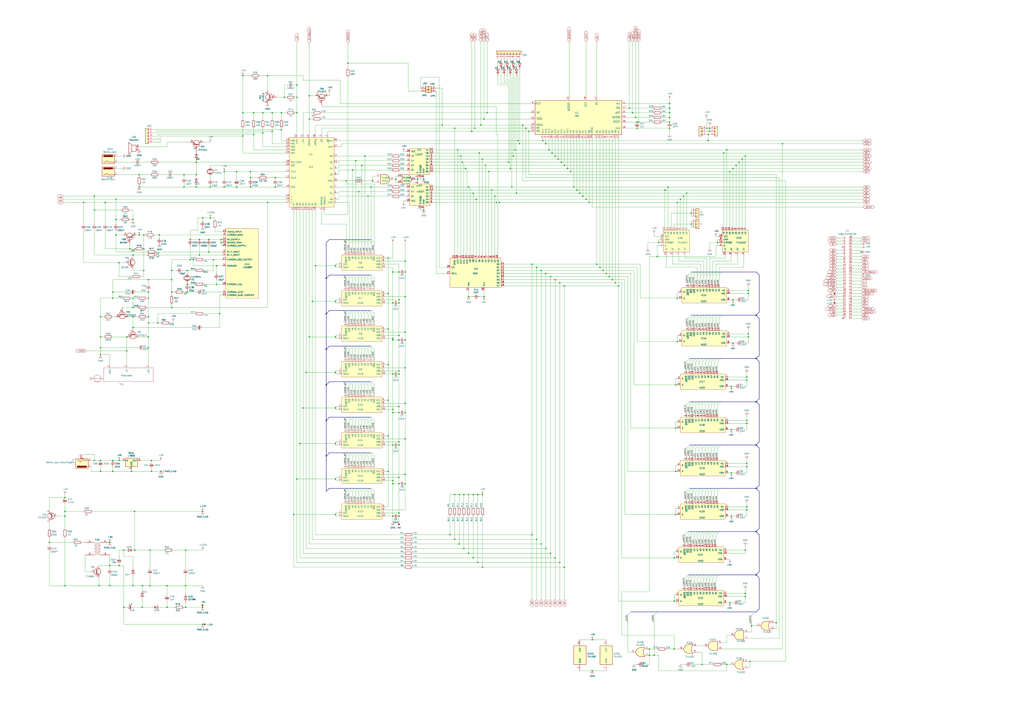
<source format=kicad_sch>
(kicad_sch (version 20250114) (generator "eeschema") (generator_version "9.0")
  (paper "A1")
  (title_block (title "ZX Spectrum 48K") (date "2026-01-19") (rev "4B") (company "Submeson Brain Corperation"))
  (junction (at 121.92 245.11))
  (junction (at 318.77 328.93))
  (junction (at 121.92 260.35))
  (junction (at 613.41 381))
  (junction (at 77.47 172.72))
  (junction (at 116.84 481.33))
  (junction (at 327.66 275.59))
  (junction (at 384.81 153.67))
  (junction (at 82.55 260.35))
  (junction (at 391.16 163.83))
  (junction (at 68.58 166.37))
  (junction (at 223.52 107.95))
  (junction (at 92.71 240.03))
  (junction (at 582.93 107.95))
  (junction (at 267.97 287.02))
  (junction (at 226.06 153.67))
  (junction (at 425.45 115.57))
  (junction (at 121.92 285.75))
  (junction (at 327.66 307.34))
  (junction (at 151.13 143.51))
  (junction (at 519.43 92.71))
  (junction (at 332.74 279.4))
  (junction (at 194.31 153.67))
  (junction (at 318.77 212.09))
  (junction (at 332.74 243.84))
  (junction (at 243.84 92.71))
  (junction (at 322.58 397.51))
  (junction (at 208.28 110.49))
  (junction (at 549.91 105.41))
  (junction (at 599.44 140.97))
  (junction (at 322.58 278.13))
  (junction (at 226.06 146.05))
  (junction (at 596.9 123.19))
  (junction (at 533.4 538.48))
  (junction (at 502.92 229.87))
  (junction (at 132.08 387.35))
  (junction (at 248.92 335.28))
  (junction (at 466.09 138.43))
  (junction (at 554.99 351.79))
  (junction (at 600.71 317.5))
  (junction (at 401.32 140.97))
  (junction (at 114.3 153.67))
  (junction (at 306.07 148.59))
  (junction (at 613.41 419.1))
  (junction (at 121.92 229.87))
  (junction (at 90.17 445.77))
  (junction (at 243.84 69.85))
  (junction (at 393.7 125.73))
  (junction (at 267.97 374.65))
  (junction (at 463.55 466.09))
  (junction (at 613.41 347.98))
  (junction (at 137.16 499.11))
  (junction (at 109.22 209.55))
  (junction (at 219.71 62.23))
  (junction (at 553.72 533.4))
  (junction (at 241.3 422.91))
  (junction (at 327.66 397.51))
  (junction (at 121.92 240.03))
  (junction (at 166.37 499.11))
  (junction (at 254 78.74))
  (junction (at 304.8 153.67))
  (junction (at 445.77 115.57))
  (junction (at 508 234.95))
  (junction (at 556.26 280.67))
  (junction (at 420.37 153.67))
  (junction (at 377.19 447.04))
  (junction (at 407.67 166.37))
  (junction (at 541.02 199.39))
  (junction (at 327.66 279.4))
  (junction (at 546.1 156.21))
  (junction (at 448.31 118.11))
  (junction (at 95.25 193.04))
  (junction (at 104.14 288.29))
  (junction (at 332.74 302.26))
  (junction (at 219.71 166.37))
  (junction (at 223.52 92.71))
  (junction (at 77.47 161.29))
  (junction (at 275.59 422.91))
  (junction (at 403.86 156.21))
  (junction (at 554.99 387.35))
  (junction (at 444.5 447.04))
  (junction (at 589.28 199.39))
  (junction (at 166.37 179.07))
  (junction (at 554.99 422.91))
  (junction (at 275.59 276.86))
  (junction (at 121.92 265.43))
  (junction (at 567.69 175.26))
  (junction (at 452.12 227.33))
  (junction (at 82.55 378.46))
  (junction (at 161.29 153.67))
  (junction (at 478.79 161.29))
  (junction (at 171.45 207.01))
  (junction (at 463.55 135.89))
  (junction (at 332.74 360.68))
  (junction (at 172.72 153.67))
  (junction (at 327.66 421.64))
  (junction (at 199.39 111.76))
  (junction (at 130.81 193.04))
  (junction (at 86.36 166.37))
  (junction (at 549.91 96.52))
  (junction (at 110.49 452.12))
  (junction (at 327.66 334.01))
  (junction (at 140.97 252.73))
  (junction (at 90.17 464.82))
  (junction (at 406.4 161.29))
  (junction (at 163.83 209.55))
  (junction (at 621.03 436.88))
  (junction (at 563.88 158.75))
  (junction (at 327.66 339.09))
  (junction (at 318.77 270.51))
  (junction (at 267.97 228.6))
  (junction (at 707.39 207.01))
  (junction (at 267.97 257.81))
  (junction (at 275.59 335.28))
  (junction (at 256.54 247.65))
  (junction (at 601.98 246.38))
  (junction (at 53.34 481.33))
  (junction (at 556.26 245.11))
  (junction (at 77.47 378.46))
  (junction (at 275.59 306.07))
  (junction (at 322.58 307.34))
  (junction (at 615.95 543.56))
  (junction (at 82.55 291.465))
  (junction (at 455.93 128.27))
  (junction (at 166.37 420.37))
  (junction (at 448.31 450.85))
  (junction (at 580.39 105.41))
  (junction (at 384.81 406.4))
  (junction (at 373.38 406.4))
  (junction (at 613.41 312.42))
  (junction (at 373.38 443.23))
  (junction (at 495.3 222.25))
  (junction (at 621.03 365.76))
  (junction (at 524.51 100.33))
  (junction (at 523.24 100.33))
  (junction (at 53.34 408.94))
  (junction (at 621.03 472.44))
  (junction (at 325.12 147.32))
  (junction (at 381 406.4))
  (junction (at 275.59 218.44))
  (junction (at 434.34 107.95))
  (junction (at 419.1 138.43))
  (junction (at 231.14 92.71))
  (junction (at 609.6 130.81))
  (junction (at 426.72 118.11))
  (junction (at 233.68 80.01))
  (junction (at 497.84 224.79))
  (junction (at 109.22 260.35))
  (junction (at 473.71 156.21))
  (junction (at 581.66 110.49))
  (junction (at 205.74 153.67))
  (junction (at 166.37 513.08))
  (junction (at 327.66 363.22))
  (junction (at 612.14 487.68))
  (junction (at 455.93 458.47))
  (junction (at 614.68 274.32))
  (junction (at 459.74 462.28))
  (junction (at 596.9 546.1))
  (junction (at 621.03 259.08))
  (junction (at 275.59 364.49))
  (junction (at 556.26 166.37))
  (junction (at 175.26 213.36))
  (junction (at 327.66 246.38))
  (junction (at 600.71 424.18))
  (junction (at 110.49 420.37))
  (junction (at 123.19 452.12))
  (junction (at 373.38 105.41))
  (junction (at 267.97 345.44))
  (junction (at 400.05 92.71))
  (junction (at 95.25 180.34))
  (junction (at 82.55 387.35))
  (junction (at 153.67 240.03))
  (junction (at 158.75 213.36))
  (junction (at 332.74 397.51))
  (junction (at 97.79 378.46))
  (junction (at 156.21 196.85))
  (junction (at 40.64 445.77))
  (junction (at 177.8 218.44))
  (junction (at 600.71 353.06))
  (junction (at 194.31 140.97))
  (junction (at 318.77 241.3))
  (junction (at 389.89 105.41))
  (junction (at 97.79 215.9))
  (junction (at 332.74 339.09))
  (junction (at 369.57 439.42))
  (junction (at 363.22 102.87))
  (junction (at 118.11 193.04))
  (junction (at 318.77 358.14))
  (junction (at 327.66 365.76))
  (junction (at 347.98 172.72))
  (junction (at 332.74 223.52))
  (junction (at 613.41 345.44))
  (junction (at 246.38 364.49))
  (junction (at 97.79 464.82))
  (junction (at 129.54 265.43))
  (junction (at 581.66 115.57))
  (junction (at 95.25 163.83))
  (junction (at 471.17 153.67))
  (junction (at 461.01 133.35))
  (junction (at 53.34 420.37))
  (junction (at 523.24 105.41))
  (junction (at 322.58 365.76))
  (junction (at 92.71 245.11))
  (junction (at 104.14 276.86))
  (junction (at 285.75 52.07))
  (junction (at 215.9 92.71))
  (junction (at 448.31 224.79))
  (junction (at 172.72 179.07))
  (junction (at 486.41 551.18))
  (junction (at 576.58 546.1))
  (junction (at 137.16 481.33))
  (junction (at 123.19 481.33))
  (junction (at 621.03 401.32))
  (junction (at 481.33 163.83))
  (junction (at 292.1 132.08))
  (junction (at 424.18 158.75))
  (junction (at 612.14 128.27))
  (junction (at 604.52 135.89))
  (junction (at 621.03 294.64))
  (junction (at 549.91 92.71))
  (junction (at 455.93 229.87))
  (junction (at 81.28 481.33))
  (junction (at 377.19 406.4))
  (junction (at 440.69 443.23))
  (junction (at 118.11 222.25))
  (junction (at 153.67 222.25))
  (junction (at 284.48 148.59))
  (junction (at 254 97.79))
  (junction (at 613.41 416.56))
  (junction (at 617.22 514.35))
  (junction (at 116.84 499.11))
  (junction (at 109.22 180.34))
  (junction (at 436.88 439.42))
  (junction (at 322.58 339.09))
  (junction (at 332.74 389.89))
  (junction (at 600.71 388.62))
  (junction (at 554.99 316.23))
  (junction (at 396.24 406.4))
  (junction (at 549.91 88.9))
  (junction (at 388.62 458.47))
  (junction (at 106.68 204.47))
  (junction (at 124.46 378.46))
  (junction (at 322.58 394.97))
  (junction (at 567.69 184.15))
  (junction (at 381 450.85))
  (junction (at 332.74 273.05))
  (junction (at 254 276.86))
  (junction (at 109.22 269.24))
  (junction (at 463.55 234.95))
  (junction (at 243.84 80.01))
  (junction (at 422.91 123.19))
  (junction (at 533.4 533.4))
  (junction (at 431.8 105.41))
  (junction (at 476.25 158.75))
  (junction (at 101.6 452.12))
  (junction (at 450.85 123.19))
  (junction (at 231.14 106.68))
  (junction (at 375.92 123.19))
  (junction (at 561.34 161.29))
  (junction (at 483.87 166.37))
  (junction (at 548.64 153.67))
  (junction (at 327.66 392.43))
  (junction (at 387.35 107.95))
  (junction (at 500.38 227.33))
  (junction (at 322.58 336.55))
  (junction (at 397.51 97.79))
  (junction (at 205.74 140.97))
  (junction (at 594.36 125.73))
  (junction (at 294.64 157.48))
  (junction (at 458.47 130.81))
  (junction (at 121.92 276.86))
  (junction (at 516.89 88.9))
  (junction (at 184.15 153.67))
  (junction (at 505.46 232.41))
  (junction (at 327.66 304.8))
  (junction (at 171.45 196.85))
  (junction (at 392.43 406.4))
  (junction (at 444.5 222.25))
  (junction (at 613.41 383.54))
  (junction (at 318.77 387.35))
  (junction (at 601.98 138.43))
  (junction (at 612.14 452.12))
  (junction (at 398.78 135.89))
  (junction (at 152.4 452.12))
  (junction (at 153.67 233.68))
  (junction (at 199.39 62.23))
  (junction (at 199.39 92.71))
  (junction (at 318.77 299.72))
  (junction (at 436.88 217.17))
  (junction (at 302.26 161.29))
  (junction (at 614.68 241.3))
  (junction (at 327.66 424.18))
  (junction (at 322.58 248.92))
  (junction (at 140.97 229.87))
  (junction (at 180.34 257.81))
  (junction (at 537.21 538.48))
  (junction (at 621.03 330.2))
  (junction (at 322.58 424.18))
  (junction (at 599.44 495.3))
  (junction (at 417.83 133.35))
  (junction (at 429.26 102.87))
  (junction (at 384.81 243.84))
  (junction (at 382.27 138.43))
  (junction (at 156.21 213.36))
  (junction (at 607.06 133.35))
  (junction (at 521.97 96.52))
  (junction (at 124.46 387.35))
  (junction (at 492.76 219.71))
  (junction (at 82.55 276.86))
  (junction (at 151.13 153.67))
  (junction (at 379.73 133.35))
  (junction (at 322.58 223.52))
  (junction (at 388.62 406.4))
  (junction (at 184.15 140.97))
  (junction (at 327.66 223.52))
  (junction (at 109.22 252.73))
  (junction (at 410.21 166.37))
  (junction (at 440.69 219.71))
  (junction (at 378.46 128.27))
  (junction (at 161.29 133.35))
  (junction (at 342.9 147.32))
  (junction (at 421.64 128.27))
  (junction (at 161.29 143.51))
  (junction (at 275.59 247.65))
  (junction (at 614.68 276.86))
  (junction (at 459.74 232.41))
  (junction (at 107.95 387.35))
  (junction (at 275.59 393.7))
  (junction (at 243.84 393.7))
  (junction (at 642.62 118.11))
  (junction (at 259.08 218.44))
  (junction (at 392.43 462.28))
  (junction (at 109.22 245.11))
  (junction (at 558.8 163.83))
  (junction (at 92.71 378.46))
  (junction (at 109.22 481.33))
  (junction (at 322.58 279.4))
  (junction (at 453.39 125.73))
  (junction (at 140.97 240.03))
  (junction (at 613.41 309.88))
  (junction (at 82.55 285.75))
  (junction (at 637.54 511.81))
  (junction (at 181.61 199.39))
  (junction (at 152.4 499.11))
  (junction (at 140.97 222.25))
  (junction (at 215.9 109.22))
  (junction (at 289.56 139.7))
  (junction (at 388.62 158.75))
  (junction (at 452.12 454.66))
  (junction (at 553.72 494.03))
  (junction (at 396.24 466.09))
  (junction (at 297.18 135.89))
  (junction (at 490.22 217.17))
  (junction (at 327.66 248.92))
  (junction (at 181.61 196.85))
  (junction (at 384.81 454.66))
  (junction (at 612.14 490.22))
  (junction (at 114.3 193.04))
  (junction (at 601.98 281.94))
  (junction (at 92.71 387.35))
  (junction (at 53.34 424.18))
  (junction (at 332.74 331.47))
  (junction (at 549.91 100.33))
  (junction (at 486.41 525.78))
  (junction (at 553.72 458.47))
  (junction (at 539.75 210.82))
  (junction (at 394.97 102.87))
  (junction (at 90.17 481.33))
  (junction (at 332.74 214.63))
  (junction (at 177.8 233.68))
  (junction (at 114.3 143.51))
  (junction (at 267.97 316.23))
  (junction (at 397.51 243.84))
  (junction (at 549.91 85.09))
  (junction (at 118.11 204.47))
  (junction (at 152.4 481.33))
  (junction (at 299.72 128.27))
  (junction (at 347.98 147.32))
  (junction (at 101.6 499.11))
  (junction (at 396.24 130.81))
  (junction (at 205.74 146.05))
  (junction (at 468.63 140.97))
  (junction (at 208.28 92.71))
  (junction (at 614.68 238.76))
  (junction (at 251.46 306.07))
  (junction (at 163.83 196.85))
  (junction (at 582.93 105.41))
  (no_connect (at 692.15 203.2))
  (no_connect (at 692.15 261.62))
  (bus_entry (at 580.39 261.62) (size 2.54 -2.54))
  (bus_entry (at 284.48 255.27) (size 2.54 2.54))
  (bus_entry (at 294.64 284.48) (size 2.54 2.54))
  (bus_entry (at 586.74 403.86) (size 2.54 -2.54))
  (bus_entry (at 580.39 474.98) (size 2.54 -2.54))
  (bus_entry (at 289.56 342.9) (size 2.54 2.54))
  (bus_entry (at 570.23 261.62) (size 2.54 -2.54))
  (bus_entry (at 584.2 368.3) (size 2.54 -2.54))
  (bus_entry (at 565.15 226.06) (size 2.54 -2.54))
  (bus_entry (at 563.88 368.3) (size 2.54 -2.54))
  (bus_entry (at 566.42 332.74) (size 2.54 -2.54))
  (bus_entry (at 289.56 255.27) (size 2.54 2.54))
  (bus_entry (at 289.56 284.48) (size 2.54 2.54))
  (bus_entry (at 289.56 401.32) (size 2.54 2.54))
  (bus_entry (at 588.01 474.98) (size 2.54 -2.54))
  (bus_entry (at 574.04 297.18) (size 2.54 -2.54))
  (bus_entry (at 287.02 226.06) (size 2.54 2.54))
  (bus_entry (at 580.39 439.42) (size 2.54 -2.54))
  (bus_entry (at 567.69 226.06) (size 2.54 -2.54))
  (bus_entry (at 586.74 368.3) (size 2.54 -2.54))
  (bus_entry (at 584.2 332.74) (size 2.54 -2.54))
  (bus_entry (at 575.31 261.62) (size 2.54 -2.54))
  (bus_entry (at 566.42 297.18) (size 2.54 -2.54))
  (bus_entry (at 299.72 342.9) (size 2.54 2.54))
  (bus_entry (at 563.88 403.86) (size 2.54 -2.54))
  (bus_entry (at 582.93 261.62) (size 2.54 -2.54))
  (bus_entry (at 294.64 196.85) (size 2.54 2.54))
  (bus_entry (at 576.58 368.3) (size 2.54 -2.54))
  (bus_entry (at 568.96 332.74) (size 2.54 -2.54))
  (bus_entry (at 589.28 403.86) (size 2.54 -2.54))
  (bus_entry (at 562.61 439.42) (size 2.54 -2.54))
  (bus_entry (at 304.8 284.48) (size 2.54 2.54))
  (bus_entry (at 281.94 196.85) (size 2.54 2.54))
  (bus_entry (at 287.02 372.11) (size 2.54 2.54))
  (bus_entry (at 284.48 342.9) (size 2.54 2.54))
  (bus_entry (at 294.64 226.06) (size 2.54 2.54))
  (bus_entry (at 590.55 226.06) (size 2.54 -2.54))
  (bus_entry (at 299.72 226.06) (size 2.54 2.54))
  (bus_entry (at 575.31 226.06) (size 2.54 -2.54))
  (bus_entry (at 579.12 297.18) (size 2.54 -2.54))
  (bus_entry (at 292.1 196.85) (size 2.54 2.54))
  (bus_entry (at 297.18 226.06) (size 2.54 2.54))
  (bus_entry (at 281.94 284.48) (size 2.54 2.54))
  (bus_entry (at 572.77 439.42) (size 2.54 -2.54))
  (bus_entry (at 302.26 255.27) (size 2.54 2.54))
  (bus_entry (at 576.58 403.86) (size 2.54 -2.54))
  (bus_entry (at 581.66 368.3) (size 2.54 -2.54))
  (bus_entry (at 302.26 284.48) (size 2.54 2.54))
  (bus_entry (at 575.31 474.98) (size 2.54 -2.54))
  (bus_entry (at 281.94 342.9) (size 2.54 2.54))
  (bus_entry (at 284.48 313.69) (size 2.54 2.54))
  (bus_entry (at 299.72 401.32) (size 2.54 2.54))
  (bus_entry (at 574.04 332.74) (size 2.54 -2.54))
  (bus_entry (at 284.48 401.32) (size 2.54 2.54))
  (bus_entry (at 284.48 196.85) (size 2.54 2.54))
  (bus_entry (at 302.26 226.06) (size 2.54 2.54))
  (bus_entry (at 297.18 196.85) (size 2.54 2.54))
  (bus_entry (at 579.12 403.86) (size 2.54 -2.54))
  (bus_entry (at 297.18 313.69) (size 2.54 2.54))
  (bus_entry (at 584.2 403.86) (size 2.54 -2.54))
  (bus_entry (at 294.64 313.69) (size 2.54 2.54))
  (bus_entry (at 304.8 255.27) (size 2.54 2.54))
  (bus_entry (at 287.02 196.85) (size 2.54 2.54))
  (bus_entry (at 572.77 226.06) (size 2.54 -2.54))
  (bus_entry (at 567.69 439.42) (size 2.54 -2.54))
  (bus_entry (at 581.66 332.74) (size 2.54 -2.54))
  (bus_entry (at 304.8 313.69) (size 2.54 2.54))
  (bus_entry (at 299.72 255.27) (size 2.54 2.54))
  (bus_entry (at 572.77 261.62) (size 2.54 -2.54))
  (bus_entry (at 302.26 372.11) (size 2.54 2.54))
  (bus_entry (at 287.02 255.27) (size 2.54 2.54))
  (bus_entry (at 582.93 439.42) (size 2.54 -2.54))
  (bus_entry (at 563.88 332.74) (size 2.54 -2.54))
  (bus_entry (at 585.47 261.62) (size 2.54 -2.54))
  (bus_entry (at 299.72 313.69) (size 2.54 2.54))
  (bus_entry (at 292.1 313.69) (size 2.54 2.54))
  (bus_entry (at 565.15 261.62) (size 2.54 -2.54))
  (bus_entry (at 568.96 403.86) (size 2.54 -2.54))
  (bus_entry (at 304.8 401.32) (size 2.54 2.54))
  (bus_entry (at 570.23 226.06) (size 2.54 -2.54))
  (bus_entry (at 289.56 313.69) (size 2.54 2.54))
  (bus_entry (at 294.64 342.9) (size 2.54 2.54))
  (bus_entry (at 304.8 196.85) (size 2.54 2.54))
  (bus_entry (at 567.69 474.98) (size 2.54 -2.54))
  (bus_entry (at 571.5 332.74) (size 2.54 -2.54))
  (bus_entry (at 590.55 261.62) (size 2.54 -2.54))
  (bus_entry (at 302.26 196.85) (size 2.54 2.54))
  (bus_entry (at 589.28 368.3) (size 2.54 -2.54))
  (bus_entry (at 284.48 372.11) (size 2.54 2.54))
  (bus_entry (at 589.28 297.18) (size 2.54 -2.54))
  (bus_entry (at 292.1 342.9) (size 2.54 2.54))
  (bus_entry (at 566.42 403.86) (size 2.54 -2.54))
  (bus_entry (at 582.93 226.06) (size 2.54 -2.54))
  (bus_entry (at 292.1 401.32) (size 2.54 2.54))
  (bus_entry (at 299.72 372.11) (size 2.54 2.54))
  (bus_entry (at 281.94 255.27) (size 2.54 2.54))
  (bus_entry (at 588.01 226.06) (size 2.54 -2.54))
  (bus_entry (at 302.26 342.9) (size 2.54 2.54))
  (bus_entry (at 568.96 368.3) (size 2.54 -2.54))
  (bus_entry (at 576.58 297.18) (size 2.54 -2.54))
  (bus_entry (at 294.64 401.32) (size 2.54 2.54))
  (bus_entry (at 580.39 226.06) (size 2.54 -2.54))
  (bus_entry (at 589.28 332.74) (size 2.54 -2.54))
  (bus_entry (at 289.56 372.11) (size 2.54 2.54))
  (bus_entry (at 304.8 372.11) (size 2.54 2.54))
  (bus_entry (at 297.18 401.32) (size 2.54 2.54))
  (bus_entry (at 571.5 403.86) (size 2.54 -2.54))
  (bus_entry (at 297.18 284.48) (size 2.54 2.54))
  (bus_entry (at 297.18 342.9) (size 2.54 2.54))
  (bus_entry (at 297.18 372.11) (size 2.54 2.54))
  (bus_entry (at 302.26 313.69) (size 2.54 2.54))
  (bus_entry (at 284.48 284.48) (size 2.54 2.54))
  (bus_entry (at 577.85 226.06) (size 2.54 -2.54))
  (bus_entry (at 577.85 474.98) (size 2.54 -2.54))
  (bus_entry (at 585.47 439.42) (size 2.54 -2.54))
  (bus_entry (at 281.94 226.06) (size 2.54 2.54))
  (bus_entry (at 562.61 474.98) (size 2.54 -2.54))
  (bus_entry (at 577.85 261.62) (size 2.54 -2.54))
  (bus_entry (at 292.1 284.48) (size 2.54 2.54))
  (bus_entry (at 287.02 342.9) (size 2.54 2.54))
  (bus_entry (at 304.8 226.06) (size 2.54 2.54))
  (bus_entry (at 586.74 297.18) (size 2.54 -2.54))
  (bus_entry (at 289.56 196.85) (size 2.54 2.54))
  (bus_entry (at 582.93 474.98) (size 2.54 -2.54))
  (bus_entry (at 515.62 505.46) (size 2.54 -2.54))
  (bus_entry (at 287.02 284.48) (size 2.54 2.54))
  (bus_entry (at 588.01 439.42) (size 2.54 -2.54))
  (bus_entry (at 292.1 255.27) (size 2.54 2.54))
  (bus_entry (at 572.77 474.98) (size 2.54 -2.54))
  (bus_entry (at 571.5 297.18) (size 2.54 -2.54))
  (bus_entry (at 567.69 261.62) (size 2.54 -2.54))
  (bus_entry (at 284.48 226.06) (size 2.54 2.54))
  (bus_entry (at 287.02 313.69) (size 2.54 2.54))
  (bus_entry (at 568.96 297.18) (size 2.54 -2.54))
  (bus_entry (at 299.72 196.85) (size 2.54 2.54))
  (bus_entry (at 574.04 403.86) (size 2.54 -2.54))
  (bus_entry (at 289.56 226.06) (size 2.54 2.54))
  (bus_entry (at 579.12 368.3) (size 2.54 -2.54))
  (bus_entry (at 570.23 439.42) (size 2.54 -2.54))
  (bus_entry (at 576.58 332.74) (size 2.54 -2.54))
  (bus_entry (at 297.18 255.27) (size 2.54 2.54))
  (bus_entry (at 574.04 368.3) (size 2.54 -2.54))
  (bus_entry (at 579.12 332.74) (size 2.54 -2.54))
  (bus_entry (at 299.72 284.48) (size 2.54 2.54))
  (bus_entry (at 302.26 401.32) (size 2.54 2.54))
  (bus_entry (at 586.74 332.74) (size 2.54 -2.54))
  (bus_entry (at 537.21 505.46) (size 2.54 -2.54))
  (bus_entry (at 563.88 297.18) (size 2.54 -2.54))
  (bus_entry (at 575.31 439.42) (size 2.54 -2.54))
  (bus_entry (at 581.66 403.86) (size 2.54 -2.54))
  (bus_entry (at 585.47 474.98) (size 2.54 -2.54))
  (bus_entry (at 281.94 372.11) (size 2.54 2.54))
  (bus_entry (at 565.15 439.42) (size 2.54 -2.54))
  (bus_entry (at 617.22 505.46) (size 2.54 -2.54))
  (bus_entry (at 588.01 261.62) (size 2.54 -2.54))
  (bus_entry (at 571.5 368.3) (size 2.54 -2.54))
  (bus_entry (at 584.2 297.18) (size 2.54 -2.54))
  (bus_entry (at 577.85 439.42) (size 2.54 -2.54))
  (bus_entry (at 585.47 226.06) (size 2.54 -2.54))
  (bus_entry (at 570.23 474.98) (size 2.54 -2.54))
  (bus_entry (at 581.66 297.18) (size 2.54 -2.54))
  (bus_entry (at 281.94 401.32) (size 2.54 2.54))
  (bus_entry (at 565.15 474.98) (size 2.54 -2.54))
  (bus_entry (at 294.64 372.11) (size 2.54 2.54))
  (bus_entry (at 292.1 372.11) (size 2.54 2.54))
  (bus_entry (at 566.42 368.3) (size 2.54 -2.54))
  (bus_entry (at 287.02 401.32) (size 2.54 2.54))
  (bus_entry (at 281.94 313.69) (size 2.54 2.54))
  (bus_entry (at 292.1 226.06) (size 2.54 2.54))
  (bus_entry (at 304.8 342.9) (size 2.54 2.54))
  (bus_entry (at 294.64 255.27) (size 2.54 2.54))
  (wire (pts (xy 251.46 450.85) (xy 251.46 306.07)))
  (wire (pts (xy 118.11 204.47) (xy 118.11 193.04)))
  (wire (pts (xy 455.93 492.76) (xy 455.93 458.47)))
  (wire (pts (xy 101.6 215.9) (xy 97.79 215.9)))
  (wire (pts (xy 355.6 158.75) (xy 388.62 158.75)))
  (wire (pts (xy 151.13 146.05) (xy 151.13 143.51)))
  (bus (pts (xy 281.94 342.9) (xy 284.48 342.9)))
  (wire (pts (xy 384.81 243.84) (xy 388.62 243.84)))
  (wire (pts (xy 156.21 196.85) (xy 156.21 189.23)))
  (wire (pts (xy 275.59 422.91) (xy 275.59 421.64)))
  (wire (pts (xy 241.3 422.91) (xy 275.59 422.91)))
  (wire (pts (xy 419.1 54.61) (xy 419.1 48.26)))
  (wire (pts (xy 40.64 408.94) (xy 40.64 419.1)))
  (wire (pts (xy 287.02 316.23) (xy 287.02 323.85)))
  (wire (pts (xy 373.38 443.23) (xy 440.69 443.23)))
  (wire (pts (xy 125.73 106.68) (xy 231.14 106.68)))
  (bus (pts (xy 287.02 342.9) (xy 289.56 342.9)))
  (wire (pts (xy 151.13 153.67) (xy 151.13 151.13)))
  (wire (pts (xy 275.59 394.97) (xy 275.59 393.7)))
  (wire (pts (xy 82.55 291.465) (xy 90.17 291.465)))
  (wire (pts (xy 600.71 424.18) (xy 603.25 424.18)))
  (wire (pts (xy 554.99 453.39) (xy 553.72 453.39)))
  (wire (pts (xy 388.62 416.56) (xy 388.62 406.4)))
  (wire (pts (xy 254 97.79) (xy 256.54 97.79)))
  (wire (pts (xy 389.89 105.41) (xy 373.38 105.41)))
  (wire (pts (xy 278.13 219.71) (xy 275.59 219.71)))
  (wire (pts (xy 581.66 304.8) (xy 581.66 297.18)))
  (wire (pts (xy 294.64 157.48) (xy 278.13 157.48)))
  (wire (pts (xy 269.24 107.95) (xy 387.35 107.95)))
  (wire (pts (xy 194.31 147.32) (xy 194.31 140.97)))
  (wire (pts (xy 553.72 533.4) (xy 547.37 533.4)))
  (bus (pts (xy 281.94 284.48) (xy 284.48 284.48)))
  (wire (pts (xy 556.26 245.11) (xy 557.53 245.11)))
  (wire (pts (xy 566.42 411.48) (xy 566.42 403.86)))
  (bus (pts (xy 281.94 196.85) (xy 284.48 196.85)))
  (wire (pts (xy 377.19 416.56) (xy 377.19 406.4)))
  (wire (pts (xy 539.75 210.82) (xy 533.4 210.82)))
  (wire (pts (xy 358.14 224.79) (xy 367.03 224.79)))
  (wire (pts (xy 256.54 443.23) (xy 256.54 247.65)))
  (wire (pts (xy 408.94 165.1) (xy 408.94 110.49)))
  (wire (pts (xy 381 406.4) (xy 384.81 406.4)))
  (wire (pts (xy 468.63 140.97) (xy 468.63 114.3)))
  (wire (pts (xy 106.68 172.72) (xy 109.22 172.72)))
  (wire (pts (xy 613.41 416.56) (xy 613.41 412.75)))
  (wire (pts (xy 327.66 363.22) (xy 327.66 365.76)))
  (wire (pts (xy 302.26 196.85) (xy 302.26 199.39)))
  (wire (pts (xy 556.26 166.37) (xy 556.26 186.69)))
  (wire (pts (xy 172.72 153.67) (xy 172.72 152.4)))
  (wire (pts (xy 270.51 78.74) (xy 270.51 76.2)))
  (wire (pts (xy 77.47 209.55) (xy 77.47 189.23)))
  (bus (pts (xy 623.57 469.9) (xy 621.03 472.44)))
  (wire (pts (xy 275.59 424.18) (xy 275.59 422.91)))
  (wire (pts (xy 152.4 467.36) (xy 152.4 452.12)))
  (wire (pts (xy 384.81 238.76) (xy 384.81 243.84)))
  (wire (pts (xy 304.8 153.67) (xy 304.8 196.85)))
  (wire (pts (xy 223.52 107.95) (xy 223.52 118.11)))
  (bus (pts (xy 577.85 436.88) (xy 580.39 436.88)))
  (wire (pts (xy 114.3 276.86) (xy 121.92 276.86)))
  (wire (pts (xy 327.66 217.17) (xy 327.66 223.52)))
  (wire (pts (xy 497.84 224.79) (xy 497.84 114.3)))
  (wire (pts (xy 521.97 34.29) (xy 521.97 96.52)))
  (wire (pts (xy 275.59 247.65) (xy 275.59 246.38)))
  (wire (pts (xy 275.59 364.49) (xy 275.59 363.22)))
  (bus (pts (xy 267.97 287.02) (xy 267.97 316.23)))
  (wire (pts (xy 123.19 452.12) (xy 123.19 467.36)))
  (wire (pts (xy 90.17 481.33) (xy 90.17 472.44)))
  (wire (pts (xy 687.07 223.52) (xy 692.15 223.52)))
  (wire (pts (xy 77.47 161.29) (xy 52.07 161.29)))
  (wire (pts (xy 74.93 387.35) (xy 82.55 387.35)))
  (wire (pts (xy 290.83 148.59) (xy 284.48 148.59)))
  (wire (pts (xy 184.15 153.67) (xy 172.72 153.67)))
  (wire (pts (xy 455.93 128.27) (xy 455.93 114.3)))
  (bus (pts (xy 590.55 472.44) (xy 621.03 472.44)))
  (wire (pts (xy 251.46 306.07) (xy 275.59 306.07)))
  (wire (pts (xy 172.72 135.89) (xy 172.72 137.16)))
  (wire (pts (xy 708.66 130.81) (xy 609.6 130.81)))
  (wire (pts (xy 556.26 166.37) (xy 708.66 166.37)))
  (wire (pts (xy 316.23 419.1) (xy 332.74 419.1)))
  (wire (pts (xy 297.18 135.89) (xy 321.31 135.89)))
  (wire (pts (xy 182.88 190.5) (xy 176.53 190.5)))
  (wire (pts (xy 297.18 374.65) (xy 297.18 382.27)))
  (wire (pts (xy 520.7 222.25) (xy 495.3 222.25)))
  (wire (pts (xy 129.54 111.76) (xy 129.54 109.22)))
  (wire (pts (xy 416.56 66.04) (xy 421.64 66.04)))
  (wire (pts (xy 110.49 133.35) (xy 96.52 133.35)))
  (wire (pts (xy 304.8 287.02) (xy 304.8 294.64)))
  (wire (pts (xy 537.21 538.48) (xy 541.02 538.48)))
  (wire (pts (xy 254 78.74) (xy 254 35.56)))
  (wire (pts (xy 614.68 238.76) (xy 614.68 234.95)))
  (wire (pts (xy 302.26 316.23) (xy 302.26 323.85)))
  (wire (pts (xy 553.72 453.39) (xy 553.72 458.47)))
  (bus (pts (xy 289.56 284.48) (xy 292.1 284.48)))
  (wire (pts (xy 243.84 393.7) (xy 275.59 393.7)))
  (wire (pts (xy 369.57 406.4) (xy 373.38 406.4)))
  (wire (pts (xy 345.44 147.32) (xy 347.98 147.32)))
  (bus (pts (xy 588.01 223.52) (xy 590.55 223.52)))
  (bus (pts (xy 294.64 313.69) (xy 297.18 313.69)))
  (wire (pts (xy 565.15 269.24) (xy 565.15 261.62)))
  (wire (pts (xy 548.64 153.67) (xy 548.64 186.69)))
  (wire (pts (xy 450.85 123.19) (xy 450.85 114.3)))
  (wire (pts (xy 598.17 309.88) (xy 613.41 309.88)))
  (wire (pts (xy 642.62 533.4) (xy 593.09 533.4)))
  (wire (pts (xy 556.26 316.23) (xy 554.99 316.23)))
  (wire (pts (xy 334.01 128.27) (xy 328.93 128.27)))
  (wire (pts (xy 596.9 123.19) (xy 708.66 123.19)))
  (bus (pts (xy 568.96 365.76) (xy 571.5 365.76)))
  (bus (pts (xy 623.57 327.66) (xy 621.03 330.2)))
  (wire (pts (xy 369.57 439.42) (xy 369.57 424.18)))
  (wire (pts (xy 435.61 97.79) (xy 397.51 97.79)))
  (wire (pts (xy 124.46 499.11) (xy 116.84 499.11)))
  (wire (pts (xy 327.66 397.51) (xy 327.66 421.64)))
  (wire (pts (xy 331.47 439.42) (xy 259.08 439.42)))
  (wire (pts (xy 331.47 454.66) (xy 248.92 454.66)))
  (wire (pts (xy 328.93 153.67) (xy 334.01 153.67)))
  (wire (pts (xy 614.68 274.32) (xy 614.68 270.51)))
  (wire (pts (xy 577.85 482.6) (xy 577.85 474.98)))
  (wire (pts (xy 411.48 57.15) (xy 411.48 68.58)))
  (wire (pts (xy 596.9 528.32) (xy 593.09 528.32)))
  (wire (pts (xy 161.29 153.67) (xy 151.13 153.67)))
  (wire (pts (xy 490.22 217.17) (xy 436.88 217.17)))
  (wire (pts (xy 394.97 102.87) (xy 363.22 102.87)))
  (wire (pts (xy 332.74 331.47) (xy 332.74 339.09)))
  (bus (pts (xy 585.47 436.88) (xy 588.01 436.88)))
  (wire (pts (xy 571.5 340.36) (xy 571.5 332.74)))
  (wire (pts (xy 180.34 242.57) (xy 180.34 257.81)))
  (wire (pts (xy 554.99 387.35) (xy 515.62 387.35)))
  (wire (pts (xy 156.21 213.36) (xy 158.75 213.36)))
  (wire (pts (xy 302.26 161.29) (xy 321.31 161.29)))
  (wire (pts (xy 215.9 97.79) (xy 215.9 92.71)))
  (wire (pts (xy 421.64 49.53) (xy 421.64 48.26)))
  (wire (pts (xy 142.24 265.43) (xy 142.24 264.16)))
  (wire (pts (xy 219.71 166.37) (xy 86.36 166.37)))
  (wire (pts (xy 599.44 276.86) (xy 614.68 276.86)))
  (bus (pts (xy 270.51 372.11) (xy 281.94 372.11)))
  (wire (pts (xy 408.94 62.23) (xy 408.94 69.85)))
  (wire (pts (xy 556.26 280.67) (xy 523.24 280.67)))
  (wire (pts (xy 523.24 219.71) (xy 492.76 219.71)))
  (wire (pts (xy 448.31 450.85) (xy 448.31 224.79)))
  (wire (pts (xy 567.69 184.15) (xy 567.69 186.69)))
  (bus (pts (xy 294.64 372.11) (xy 297.18 372.11)))
  (wire (pts (xy 508 114.3) (xy 508 234.95)))
  (wire (pts (xy 331.47 443.23) (xy 256.54 443.23)))
  (wire (pts (xy 570.23 482.6) (xy 570.23 474.98)))
  (wire (pts (xy 541.02 538.48) (xy 541.02 551.18)))
  (wire (pts (xy 77.47 161.29) (xy 77.47 172.72)))
  (wire (pts (xy 549.91 105.41) (xy 549.91 110.49)))
  (wire (pts (xy 259.08 102.87) (xy 259.08 110.49)))
  (wire (pts (xy 243.84 80.01) (xy 243.84 69.85)))
  (bus (pts (xy 577.85 259.08) (xy 580.39 259.08)))
  (wire (pts (xy 114.3 143.51) (xy 96.52 143.51)))
  (bus (pts (xy 539.75 502.92) (xy 619.76 502.92)))
  (wire (pts (xy 82.55 378.46) (xy 92.71 378.46)))
  (wire (pts (xy 431.8 146.05) (xy 640.08 146.05)))
  (wire (pts (xy 590.55 226.06) (xy 590.55 233.68)))
  (wire (pts (xy 436.88 439.42) (xy 436.88 217.17)))
  (wire (pts (xy 231.14 106.68) (xy 231.14 115.57)))
  (wire (pts (xy 53.34 424.18) (xy 53.34 434.34)))
  (wire (pts (xy 254 172.72) (xy 254 276.86)))
  (wire (pts (xy 476.25 158.75) (xy 476.25 114.3)))
  (wire (pts (xy 130.81 193.04) (xy 127 193.04)))
  (wire (pts (xy 699.77 246.38) (xy 707.39 246.38)))
  (wire (pts (xy 59.69 445.77) (xy 40.64 445.77)))
  (wire (pts (xy 152.4 499.11) (xy 166.37 499.11)))
  (wire (pts (xy 158.75 218.44) (xy 158.75 213.36)))
  (wire (pts (xy 431.8 105.41) (xy 431.8 146.05)))
  (wire (pts (xy 589.28 411.48) (xy 589.28 403.86)))
  (wire (pts (xy 92.71 378.46) (xy 97.79 378.46)))
  (wire (pts (xy 563.88 304.8) (xy 563.88 297.18)))
  (wire (pts (xy 414.02 219.71) (xy 440.69 219.71)))
  (wire (pts (xy 322.58 248.92) (xy 316.23 248.92)))
  (bus (pts (xy 292.1 401.32) (xy 294.64 401.32)))
  (wire (pts (xy 448.31 114.3) (xy 448.31 118.11)))
  (bus (pts (xy 292.1 372.11) (xy 294.64 372.11)))
  (wire (pts (xy 613.41 383.54) (xy 613.41 381)))
  (wire (pts (xy 130.81 110.49) (xy 208.28 110.49)))
  (wire (pts (xy 287.02 287.02) (xy 287.02 294.64)))
  (wire (pts (xy 514.35 96.52) (xy 521.97 96.52)))
  (wire (pts (xy 424.18 62.23) (xy 425.45 62.23)))
  (wire (pts (xy 355.6 140.97) (xy 401.32 140.97)))
  (wire (pts (xy 284.48 184.15) (xy 284.48 196.85)))
  (wire (pts (xy 95.25 184.15) (xy 95.25 180.34)))
  (wire (pts (xy 289.56 374.65) (xy 289.56 382.27)))
  (wire (pts (xy 543.56 88.9) (xy 549.91 88.9)))
  (wire (pts (xy 246.38 172.72) (xy 246.38 364.49)))
  (wire (pts (xy 401.32 140.97) (xy 468.63 140.97)))
  (wire (pts (xy 708.66 135.89) (xy 604.52 135.89)))
  (wire (pts (xy 377.19 447.04) (xy 444.5 447.04)))
  (wire (pts (xy 161.29 143.51) (xy 161.29 144.78)))
  (wire (pts (xy 278.13 248.92) (xy 275.59 248.92)))
  (wire (pts (xy 132.08 116.84) (xy 132.08 111.76)))
  (wire (pts (xy 589.28 304.8) (xy 589.28 297.18)))
  (bus (pts (xy 590.55 223.52) (xy 593.09 223.52)))
  (wire (pts (xy 581.66 110.49) (xy 582.93 110.49)))
  (wire (pts (xy 388.62 406.4) (xy 392.43 406.4)))
  (wire (pts (xy 379.73 133.35) (xy 417.83 133.35)))
  (wire (pts (xy 342.9 146.05) (xy 342.9 147.32)))
  (wire (pts (xy 114.3 143.51) (xy 123.19 143.51)))
  (bus (pts (xy 299.72 255.27) (xy 302.26 255.27)))
  (wire (pts (xy 486.41 114.3) (xy 486.41 170.18)))
  (bus (pts (xy 299.72 313.69) (xy 302.26 313.69)))
  (wire (pts (xy 167.64 222.25) (xy 175.26 222.25)))
  (bus (pts (xy 623.57 226.06) (xy 623.57 256.54)))
  (wire (pts (xy 339.09 447.04) (xy 377.19 447.04)))
  (wire (pts (xy 275.59 421.64) (xy 278.13 421.64)))
  (wire (pts (xy 161.29 133.35) (xy 161.29 132.08)))
  (wire (pts (xy 463.55 135.89) (xy 463.55 114.3)))
  (wire (pts (xy 562.61 546.1) (xy 558.8 546.1)))
  (wire (pts (xy 139.7 265.43) (xy 142.24 265.43)))
  (wire (pts (xy 241.3 422.91) (xy 241.3 466.09)))
  (wire (pts (xy 294.64 228.6) (xy 294.64 236.22)))
  (wire (pts (xy 613.41 309.88) (xy 613.41 306.07)))
  (bus (pts (xy 270.51 226.06) (xy 281.94 226.06)))
  (wire (pts (xy 429.26 102.87) (xy 394.97 102.87)))
  (bus (pts (xy 297.18 342.9) (xy 299.72 342.9)))
  (wire (pts (xy 182.88 218.44) (xy 177.8 218.44)))
  (bus (pts (xy 267.97 199.39) (xy 267.97 228.6)))
  (wire (pts (xy 576.58 375.92) (xy 576.58 368.3)))
  (wire (pts (xy 687.07 248.92) (xy 692.15 248.92)))
  (wire (pts (xy 561.34 186.69) (xy 561.34 161.29)))
  (bus (pts (xy 586.74 365.76) (xy 589.28 365.76)))
  (wire (pts (xy 254 110.49) (xy 254 97.79)))
  (wire (pts (xy 692.15 233.68) (xy 687.07 233.68)))
  (wire (pts (xy 104.14 288.29) (xy 71.12 288.29)))
  (wire (pts (xy 445.77 115.57) (xy 581.66 115.57)))
  (wire (pts (xy 598.17 388.62) (xy 600.71 388.62)))
  (wire (pts (xy 304.8 153.67) (xy 321.31 153.67)))
  (wire (pts (xy 101.6 513.08) (xy 166.37 513.08)))
  (wire (pts (xy 104.14 299.72) (xy 104.14 288.29)))
  (bus (pts (xy 292.1 342.9) (xy 294.64 342.9)))
  (wire (pts (xy 284.48 287.02) (xy 284.48 294.64)))
  (wire (pts (xy 166.37 179.07) (xy 172.72 179.07)))
  (wire (pts (xy 608.33 317.5) (xy 613.41 317.5)))
  (wire (pts (xy 163.83 209.55) (xy 163.83 201.93)))
  (wire (pts (xy 40.64 448.31) (xy 40.64 445.77)))
  (wire (pts (xy 563.88 411.48) (xy 563.88 403.86)))
  (wire (pts (xy 600.71 214.63) (xy 600.71 209.55)))
  (bus (pts (xy 591.82 401.32) (xy 621.03 401.32)))
  (wire (pts (xy 322.58 397.51) (xy 322.58 424.18)))
  (wire (pts (xy 513.08 422.91) (xy 513.08 229.87)))
  (wire (pts (xy 570.23 447.04) (xy 570.23 439.42)))
  (wire (pts (xy 307.34 345.44) (xy 307.34 353.06)))
  (wire (pts (xy 246.38 364.49) (xy 275.59 364.49)))
  (bus (pts (xy 590.55 436.88) (xy 621.03 436.88)))
  (wire (pts (xy 520.7 316.23) (xy 520.7 222.25)))
  (wire (pts (xy 590.55 199.39) (xy 589.28 199.39)))
  (wire (pts (xy 92.71 276.86) (xy 104.14 276.86)))
  (wire (pts (xy 513.08 229.87) (xy 502.92 229.87)))
  (bus (pts (xy 572.77 259.08) (xy 575.31 259.08)))
  (wire (pts (xy 152.4 481.33) (xy 152.4 472.44)))
  (wire (pts (xy 342.9 147.32) (xy 342.9 148.59)))
  (wire (pts (xy 114.3 144.78) (xy 114.3 143.51)))
  (wire (pts (xy 575.31 217.17) (xy 575.31 223.52)))
  (bus (pts (xy 621.03 330.2) (xy 623.57 332.74)))
  (wire (pts (xy 280.67 118.11) (xy 280.67 120.65)))
  (bus (pts (xy 623.57 368.3) (xy 623.57 398.78)))
  (wire (pts (xy 96.52 138.43) (xy 100.33 138.43)))
  (wire (pts (xy 97.79 458.47) (xy 97.79 452.12)))
  (wire (pts (xy 294.64 345.44) (xy 294.64 353.06)))
  (wire (pts (xy 508 234.95) (xy 508 494.03)))
  (wire (pts (xy 285.75 52.07) (xy 285.75 55.88)))
  (wire (pts (xy 322.58 223.52) (xy 322.58 248.92)))
  (bus (pts (xy 297.18 196.85) (xy 299.72 196.85)))
  (bus (pts (xy 591.82 330.2) (xy 621.03 330.2)))
  (wire (pts (xy 152.4 452.12) (xy 142.24 452.12)))
  (wire (pts (xy 109.22 252.73) (xy 100.33 252.73)))
  (wire (pts (xy 121.92 276.86) (xy 121.92 285.75)))
  (wire (pts (xy 276.86 115.57) (xy 425.45 115.57)))
  (wire (pts (xy 109.22 269.24) (xy 109.22 260.35)))
  (wire (pts (xy 109.22 245.11) (xy 107.95 245.11)))
  (wire (pts (xy 316.23 421.64) (xy 327.66 421.64)))
  (wire (pts (xy 278.13 161.29) (xy 302.26 161.29)))
  (wire (pts (xy 332.74 279.4) (xy 332.74 302.26)))
  (wire (pts (xy 109.22 499.11) (xy 116.84 499.11)))
  (wire (pts (xy 299.72 316.23) (xy 299.72 323.85)))
  (wire (pts (xy 599.44 246.38) (xy 601.98 246.38)))
  (wire (pts (xy 306.07 144.78) (xy 308.61 144.78)))
  (bus (pts (xy 571.5 330.2) (xy 574.04 330.2)))
  (wire (pts (xy 471.17 153.67) (xy 548.64 153.67)))
  (wire (pts (xy 598.17 419.1) (xy 613.41 419.1)))
  (bus (pts (xy 572.77 436.88) (xy 575.31 436.88)))
  (wire (pts (xy 96.52 128.27) (xy 100.33 128.27)))
  (wire (pts (xy 284.48 199.39) (xy 284.48 207.01)))
  (wire (pts (xy 452.12 227.33) (xy 500.38 227.33)))
  (wire (pts (xy 182.88 201.93) (xy 181.61 201.93)))
  (wire (pts (xy 302.26 287.02) (xy 302.26 294.64)))
  (bus (pts (xy 284.48 401.32) (xy 287.02 401.32)))
  (wire (pts (xy 97.79 464.82) (xy 97.79 463.55)))
  (wire (pts (xy 307.34 374.65) (xy 307.34 382.27)))
  (wire (pts (xy 81.28 464.82) (xy 90.17 464.82)))
  (wire (pts (xy 355.6 128.27) (xy 378.46 128.27)))
  (wire (pts (xy 318.77 270.51) (xy 318.77 241.3)))
  (wire (pts (xy 289.56 139.7) (xy 321.31 139.7)))
  (wire (pts (xy 604.52 186.69) (xy 604.52 135.89)))
  (wire (pts (xy 118.11 193.04) (xy 114.3 193.04)))
  (bus (pts (xy 567.69 259.08) (xy 570.23 259.08)))
  (wire (pts (xy 284.48 228.6) (xy 284.48 236.22)))
  (bus (pts (xy 619.76 502.92) (xy 621.03 502.92)))
  (wire (pts (xy 125.73 111.76) (xy 129.54 111.76)))
  (wire (pts (xy 163.83 196.85) (xy 156.21 196.85)))
  (wire (pts (xy 599.44 281.94) (xy 601.98 281.94)))
  (bus (pts (xy 585.47 259.08) (xy 588.01 259.08)))
  (wire (pts (xy 304.8 228.6) (xy 304.8 236.22)))
  (wire (pts (xy 360.68 219.71) (xy 367.03 219.71)))
  (wire (pts (xy 580.39 105.41) (xy 582.93 105.41)))
  (wire (pts (xy 459.74 492.76) (xy 459.74 462.28)))
  (wire (pts (xy 567.69 181.61) (xy 567.69 184.15)))
  (wire (pts (xy 642.62 118.11) (xy 448.31 118.11)))
  (wire (pts (xy 515.62 535.94) (xy 518.16 535.94)))
  (wire (pts (xy 331.47 447.04) (xy 254 447.04)))
  (bus (pts (xy 302.26 226.06) (xy 304.8 226.06)))
  (wire (pts (xy 101.6 452.12) (xy 102.87 452.12)))
  (wire (pts (xy 110.49 452.12) (xy 110.49 420.37)))
  (wire (pts (xy 708.66 118.11) (xy 642.62 118.11)))
  (wire (pts (xy 347.98 147.32) (xy 347.98 146.05)))
  (wire (pts (xy 562.61 482.6) (xy 562.61 474.98)))
  (wire (pts (xy 422.91 64.77) (xy 422.91 123.19)))
  (wire (pts (xy 582.93 102.87) (xy 582.93 105.41)))
  (wire (pts (xy 345.44 72.39) (xy 345.44 63.5)))
  (wire (pts (xy 355.6 125.73) (xy 393.7 125.73)))
  (bus (pts (xy 267.97 257.81) (xy 267.97 287.02)))
  (wire (pts (xy 481.33 78.74) (xy 481.33 34.29)))
  (wire (pts (xy 707.39 248.92) (xy 699.77 248.92)))
  (wire (pts (xy 332.74 243.84) (xy 332.74 273.05)))
  (wire (pts (xy 287.02 166.37) (xy 287.02 196.85)))
  (bus (pts (xy 575.31 259.08) (xy 577.85 259.08)))
  (bus (pts (xy 289.56 342.9) (xy 292.1 342.9)))
  (bus (pts (xy 584.2 294.64) (xy 586.74 294.64)))
  (bus (pts (xy 292.1 196.85) (xy 294.64 196.85)))
  (wire (pts (xy 233.68 69.85) (xy 233.68 80.01)))
  (wire (pts (xy 355.6 156.21) (xy 403.86 156.21)))
  (wire (pts (xy 194.31 140.97) (xy 184.15 140.97)))
  (wire (pts (xy 332.74 397.51) (xy 332.74 419.1)))
  (wire (pts (xy 687.07 228.6) (xy 692.15 228.6)))
  (wire (pts (xy 539.75 533.4) (xy 533.4 533.4)))
  (wire (pts (xy 614.68 519.43) (xy 617.22 519.43)))
  (wire (pts (xy 533.4 538.48) (xy 533.4 546.1)))
  (wire (pts (xy 575.31 226.06) (xy 575.31 233.68)))
  (wire (pts (xy 687.07 213.36) (xy 692.15 213.36)))
  (wire (pts (xy 565.15 482.6) (xy 565.15 474.98)))
  (wire (pts (xy 316.23 392.43) (xy 327.66 392.43)))
  (wire (pts (xy 318.77 299.72) (xy 318.77 270.51)))
  (wire (pts (xy 554.99 382.27) (xy 554.99 387.35)))
  (wire (pts (xy 645.16 148.59) (xy 429.26 148.59)))
  (wire (pts (xy 360.68 63.5) (xy 360.68 219.71)))
  (wire (pts (xy 408.94 69.85) (xy 417.83 69.85)))
  (wire (pts (xy 110.49 420.37) (xy 166.37 420.37)))
  (bus (pts (xy 586.74 401.32) (xy 589.28 401.32)))
  (wire (pts (xy 572.77 226.06) (xy 572.77 233.68)))
  (wire (pts (xy 53.34 406.4) (xy 53.34 408.94)))
  (wire (pts (xy 332.74 214.63) (xy 332.74 199.39)))
  (wire (pts (xy 130.81 195.58) (xy 130.81 193.04)))
  (wire (pts (xy 558.8 163.83) (xy 481.33 163.83)))
  (wire (pts (xy 120.65 260.35) (xy 121.92 260.35)))
  (wire (pts (xy 110.49 204.47) (xy 106.68 204.47)))
  (bus (pts (xy 586.74 294.64) (xy 589.28 294.64)))
  (wire (pts (xy 116.84 499.11) (xy 116.84 492.76)))
  (wire (pts (xy 118.11 227.33) (xy 115.57 227.33)))
  (wire (pts (xy 508 494.03) (xy 553.72 494.03)))
  (wire (pts (xy 388.62 424.18) (xy 388.62 458.47)))
  (wire (pts (xy 568.96 304.8) (xy 568.96 297.18)))
  (bus (pts (xy 623.57 261.62) (xy 623.57 292.1)))
  (bus (pts (xy 297.18 226.06) (xy 299.72 226.06)))
  (wire (pts (xy 254 97.79) (xy 254 78.74)))
  (wire (pts (xy 549.91 92.71) (xy 549.91 96.52)))
  (wire (pts (xy 92.71 260.35) (xy 95.25 260.35)))
  (wire (pts (xy 575.31 223.52) (xy 575.31 226.06)))
  (wire (pts (xy 707.39 236.22) (xy 699.77 236.22)))
  (bus (pts (xy 621.03 436.88) (xy 623.57 439.42)))
  (wire (pts (xy 77.47 161.29) (xy 234.95 161.29)))
  (wire (pts (xy 153.67 222.25) (xy 149.86 222.25)))
  (wire (pts (xy 558.8 186.69) (xy 558.8 163.83)))
  (wire (pts (xy 461.01 133.35) (xy 461.01 114.3)))
  (wire (pts (xy 234.95 80.01) (xy 233.68 80.01)))
  (wire (pts (xy 322.58 219.71) (xy 322.58 223.52)))
  (wire (pts (xy 708.66 128.27) (xy 612.14 128.27)))
  (bus (pts (xy 270.51 284.48) (xy 267.97 287.02)))
  (bus (pts (xy 621.03 472.44) (xy 623.57 474.98)))
  (wire (pts (xy 140.97 242.57) (xy 140.97 240.03)))
  (wire (pts (xy 588.01 482.6) (xy 588.01 474.98)))
  (wire (pts (xy 307.34 287.02) (xy 307.34 294.64)))
  (wire (pts (xy 327.66 223.52) (xy 327.66 246.38)))
  (wire (pts (xy 101.6 499.11) (xy 101.6 513.08)))
  (bus (pts (xy 580.39 223.52) (xy 582.93 223.52)))
  (wire (pts (xy 572.77 535.94) (xy 576.58 535.94)))
  (bus (pts (xy 270.51 342.9) (xy 281.94 342.9)))
  (wire (pts (xy 414.02 227.33) (xy 452.12 227.33)))
  (wire (pts (xy 167.64 257.81) (xy 180.34 257.81)))
  (wire (pts (xy 152.4 499.11) (xy 152.4 495.3)))
  (wire (pts (xy 82.55 285.75) (xy 82.55 276.86)))
  (wire (pts (xy 388.62 158.75) (xy 424.18 158.75)))
  (wire (pts (xy 306.07 144.78) (xy 306.07 148.59)))
  (wire (pts (xy 121.92 245.11) (xy 120.65 245.11)))
  (wire (pts (xy 181.61 196.85) (xy 171.45 196.85)))
  (bus (pts (xy 287.02 255.27) (xy 289.56 255.27)))
  (bus (pts (xy 302.26 342.9) (xy 304.8 342.9)))
  (wire (pts (xy 289.56 228.6) (xy 289.56 236.22)))
  (wire (pts (xy 140.97 250.19) (xy 140.97 252.73)))
  (wire (pts (xy 110.49 452.12) (xy 123.19 452.12)))
  (wire (pts (xy 419.1 68.58) (xy 419.1 138.43)))
  (wire (pts (xy 292.1 374.65) (xy 292.1 382.27)))
  (wire (pts (xy 596.9 521.97) (xy 596.9 528.32)))
  (wire (pts (xy 280.67 120.65) (xy 276.86 120.65)))
  (wire (pts (xy 335.28 52.07) (xy 285.75 52.07)))
  (wire (pts (xy 226.06 153.67) (xy 205.74 153.67)))
  (wire (pts (xy 299.72 345.44) (xy 299.72 353.06)))
  (wire (pts (xy 421.64 128.27) (xy 455.93 128.27)))
  (wire (pts (xy 707.39 208.28) (xy 699.77 208.28)))
  (wire (pts (xy 551.18 175.26) (xy 567.69 175.26)))
  (bus (pts (xy 294.64 196.85) (xy 297.18 196.85)))
  (wire (pts (xy 707.39 251.46) (xy 699.77 251.46)))
  (bus (pts (xy 270.51 196.85) (xy 267.97 199.39)))
  (wire (pts (xy 580.39 212.09) (xy 562.61 212.09)))
  (wire (pts (xy 577.85 214.63) (xy 577.85 223.52)))
  (wire (pts (xy 483.87 166.37) (xy 483.87 114.3)))
  (wire (pts (xy 467.36 78.74) (xy 467.36 34.29)))
  (wire (pts (xy 414.02 222.25) (xy 444.5 222.25)))
  (wire (pts (xy 116.84 481.33) (xy 123.19 481.33)))
  (wire (pts (xy 137.16 120.65) (xy 114.3 120.65)))
  (wire (pts (xy 278.13 138.43) (xy 276.86 138.43)))
  (wire (pts (xy 596.9 546.1) (xy 593.09 546.1)))
  (bus (pts (xy 289.56 255.27) (xy 292.1 255.27)))
  (wire (pts (xy 707.39 241.3) (xy 699.77 241.3)))
  (wire (pts (xy 581.66 411.48) (xy 581.66 403.86)))
  (bus (pts (xy 299.72 372.11) (xy 302.26 372.11)))
  (bus (pts (xy 281.94 255.27) (xy 284.48 255.27)))
  (wire (pts (xy 434.34 143.51) (xy 637.54 143.51)))
  (wire (pts (xy 241.3 466.09) (xy 331.47 466.09)))
  (wire (pts (xy 554.99 494.03) (xy 553.72 494.03)))
  (wire (pts (xy 327.66 421.64) (xy 327.66 424.18)))
  (wire (pts (xy 440.69 492.76) (xy 440.69 443.23)))
  (wire (pts (xy 417.83 69.85) (xy 417.83 133.35)))
  (wire (pts (xy 339.09 458.47) (xy 388.62 458.47)))
  (wire (pts (xy 111.76 240.03) (xy 121.92 240.03)))
  (wire (pts (xy 332.74 360.68) (xy 332.74 389.89)))
  (wire (pts (xy 275.59 218.44) (xy 275.59 217.17)))
  (wire (pts (xy 599.44 238.76) (xy 614.68 238.76)))
  (wire (pts (xy 459.74 462.28) (xy 459.74 232.41)))
  (wire (pts (xy 391.16 209.55) (xy 391.16 163.83)))
  (wire (pts (xy 318.77 358.14) (xy 316.23 358.14)))
  (wire (pts (xy 68.58 166.37) (xy 52.07 166.37)))
  (wire (pts (xy 707.39 213.36) (xy 699.77 213.36)))
  (wire (pts (xy 419.1 62.23) (xy 419.1 64.77)))
  (wire (pts (xy 153.67 233.68) (xy 153.67 232.41)))
  (wire (pts (xy 236.22 69.85) (xy 233.68 69.85)))
  (wire (pts (xy 568.96 411.48) (xy 568.96 403.86)))
  (wire (pts (xy 109.22 172.72) (xy 109.22 180.34)))
  (wire (pts (xy 182.88 207.01) (xy 171.45 207.01)))
  (wire (pts (xy 306.07 149.86) (xy 308.61 149.86)))
  (wire (pts (xy 615.95 548.64) (xy 615.95 543.56)))
  (wire (pts (xy 294.64 199.39) (xy 294.64 207.01)))
  (wire (pts (xy 287.02 228.6) (xy 287.02 236.22)))
  (wire (pts (xy 547.37 219.71) (xy 547.37 209.55)))
  (bus (pts (xy 302.26 196.85) (xy 304.8 196.85)))
  (wire (pts (xy 128.27 107.95) (xy 223.52 107.95)))
  (wire (pts (xy 213.36 62.23) (xy 219.71 62.23)))
  (wire (pts (xy 92.71 387.35) (xy 107.95 387.35)))
  (wire (pts (xy 363.22 72.39) (xy 363.22 102.87)))
  (bus (pts (xy 289.56 196.85) (xy 292.1 196.85)))
  (wire (pts (xy 109.22 481.33) (xy 116.84 481.33)))
  (wire (pts (xy 82.55 383.54) (xy 82.55 387.35)))
  (wire (pts (xy 708.66 140.97) (xy 599.44 140.97)))
  (wire (pts (xy 425.45 62.23) (xy 425.45 115.57)))
  (wire (pts (xy 223.52 105.41) (xy 223.52 107.95)))
  (wire (pts (xy 124.46 387.35) (xy 132.08 387.35)))
  (wire (pts (xy 707.39 261.62) (xy 699.77 261.62)))
  (wire (pts (xy 692.15 259.08) (xy 687.07 259.08)))
  (wire (pts (xy 599.44 495.3) (xy 601.98 495.3)))
  (wire (pts (xy 396.24 209.55) (xy 396.24 130.81)))
  (wire (pts (xy 612.14 186.69) (xy 612.14 128.27)))
  (wire (pts (xy 284.48 403.86) (xy 284.48 411.48)))
  (wire (pts (xy 248.92 335.28) (xy 275.59 335.28)))
  (wire (pts (xy 613.41 317.5) (xy 613.41 312.42)))
  (bus (pts (xy 294.64 284.48) (xy 297.18 284.48)))
  (wire (pts (xy 577.85 447.04) (xy 577.85 439.42)))
  (wire (pts (xy 590.55 223.52) (xy 590.55 226.06)))
  (wire (pts (xy 248.92 66.04) (xy 248.92 62.23)))
  (wire (pts (xy 243.84 462.28) (xy 243.84 393.7)))
  (wire (pts (xy 532.13 199.39) (xy 532.13 204.47)))
  (bus (pts (xy 270.51 313.69) (xy 281.94 313.69)))
  (bus (pts (xy 287.02 372.11) (xy 289.56 372.11)))
  (wire (pts (xy 125.73 109.22) (xy 128.27 109.22)))
  (wire (pts (xy 523.24 100.33) (xy 524.51 100.33)))
  (bus (pts (xy 588.01 436.88) (xy 590.55 436.88)))
  (bus (pts (xy 270.51 226.06) (xy 267.97 228.6)))
  (wire (pts (xy 275.59 392.43) (xy 278.13 392.43)))
  (wire (pts (xy 140.97 252.73) (xy 219.71 252.73)))
  (wire (pts (xy 637.54 516.89) (xy 637.54 511.81)))
  (wire (pts (xy 577.85 214.63) (xy 557.53 214.63)))
  (wire (pts (xy 318.77 387.35) (xy 316.23 387.35)))
  (wire (pts (xy 223.52 118.11) (xy 234.95 118.11)))
  (wire (pts (xy 335.28 74.93) (xy 335.28 52.07)))
  (wire (pts (xy 234.95 166.37) (xy 219.71 166.37)))
  (wire (pts (xy 234.95 115.57) (xy 231.14 115.57)))
  (wire (pts (xy 275.59 365.76) (xy 275.59 364.49)))
  (bus (pts (xy 621.03 259.08) (xy 623.57 256.54)))
  (wire (pts (xy 699.77 231.14) (xy 707.39 231.14)))
  (bus (pts (xy 292.1 284.48) (xy 294.64 284.48)))
  (wire (pts (xy 600.71 353.06) (xy 603.25 353.06)))
  (wire (pts (xy 571.5 375.92) (xy 571.5 368.3)))
  (wire (pts (xy 692.15 236.22) (xy 687.07 236.22)))
  (wire (pts (xy 565.15 447.04) (xy 565.15 439.42)))
  (wire (pts (xy 455.93 229.87) (xy 414.02 229.87)))
  (wire (pts (xy 226.06 146.05) (xy 219.71 146.05)))
  (wire (pts (xy 588.01 210.82) (xy 539.75 210.82)))
  (wire (pts (xy 440.69 219.71) (xy 492.76 219.71)))
  (bus (pts (xy 589.28 365.76) (xy 591.82 365.76)))
  (wire (pts (xy 495.3 222.25) (xy 495.3 114.3)))
  (bus (pts (xy 576.58 294.64) (xy 579.12 294.64)))
  (wire (pts (xy 584.2 411.48) (xy 584.2 403.86)))
  (wire (pts (xy 278.13 143.51) (xy 276.86 143.51)))
  (wire (pts (xy 297.18 135.89) (xy 278.13 135.89)))
  (wire (pts (xy 101.6 193.04) (xy 95.25 193.04)))
  (wire (pts (xy 473.71 156.21) (xy 473.71 114.3)))
  (wire (pts (xy 586.74 375.92) (xy 586.74 368.3)))
  (wire (pts (xy 397.51 97.79) (xy 264.16 97.79)))
  (wire (pts (xy 298.45 148.59) (xy 306.07 148.59)))
  (wire (pts (xy 636.27 511.81) (xy 637.54 511.81)))
  (wire (pts (xy 582.93 212.09) (xy 595.63 212.09)))
  (wire (pts (xy 152.4 481.33) (xy 152.4 487.68)))
  (wire (pts (xy 251.46 172.72) (xy 251.46 306.07)))
  (wire (pts (xy 90.17 291.465) (xy 90.17 299.72)))
  (wire (pts (xy 318.77 328.93) (xy 316.23 328.93)))
  (wire (pts (xy 289.56 139.7) (xy 289.56 196.85)))
  (wire (pts (xy 381 209.55) (xy 381 134.62)))
  (wire (pts (xy 687.07 210.82) (xy 692.15 210.82)))
  (wire (pts (xy 129.54 109.22) (xy 215.9 109.22)))
  (bus (pts (xy 299.72 196.85) (xy 302.26 196.85)))
  (bus (pts (xy 582.93 436.88) (xy 585.47 436.88)))
  (wire (pts (xy 463.55 466.09) (xy 463.55 234.95)))
  (wire (pts (xy 109.22 466.09) (xy 109.22 457.2)))
  (wire (pts (xy 388.62 458.47) (xy 455.93 458.47)))
  (wire (pts (xy 546.1 156.21) (xy 546.1 186.69)))
  (wire (pts (xy 345.44 172.72) (xy 347.98 172.72)))
  (wire (pts (xy 553.72 458.47) (xy 510.54 458.47)))
  (wire (pts (xy 403.86 156.21) (xy 473.71 156.21)))
  (wire (pts (xy 215.9 109.22) (xy 215.9 120.65)))
  (wire (pts (xy 332.74 302.26) (xy 332.74 331.47)))
  (wire (pts (xy 124.46 378.46) (xy 132.08 378.46)))
  (wire (pts (xy 248.92 62.23) (xy 219.71 62.23)))
  (wire (pts (xy 269.24 78.74) (xy 270.51 78.74)))
  (wire (pts (xy 304.8 374.65) (xy 304.8 382.27)))
  (wire (pts (xy 275.59 363.22) (xy 278.13 363.22)))
  (wire (pts (xy 332.74 273.05) (xy 332.74 279.4)))
  (wire (pts (xy 396.24 424.18) (xy 396.24 466.09)))
  (bus (pts (xy 566.42 330.2) (xy 568.96 330.2)))
  (wire (pts (xy 123.19 481.33) (xy 137.16 481.33)))
  (wire (pts (xy 327.66 246.38) (xy 327.66 248.92)))
  (bus (pts (xy 281.94 226.06) (xy 284.48 226.06)))
  (wire (pts (xy 598.17 416.56) (xy 613.41 416.56)))
  (wire (pts (xy 316.23 424.18) (xy 322.58 424.18)))
  (wire (pts (xy 104.14 288.29) (xy 104.14 276.86)))
  (bus (pts (xy 572.77 223.52) (xy 575.31 223.52)))
  (wire (pts (xy 699.77 205.74) (xy 707.39 205.74)))
  (wire (pts (xy 234.95 133.35) (xy 161.29 133.35)))
  (wire (pts (xy 316.23 278.13) (xy 322.58 278.13)))
  (wire (pts (xy 541.02 199.39) (xy 532.13 199.39)))
  (wire (pts (xy 452.12 454.66) (xy 452.12 227.33)))
  (wire (pts (xy 576.58 535.94) (xy 576.58 546.1)))
  (bus (pts (xy 623.57 363.22) (xy 621.03 365.76)))
  (wire (pts (xy 523.24 280.67) (xy 523.24 219.71)))
  (wire (pts (xy 285.75 63.5) (xy 285.75 176.53)))
  (wire (pts (xy 707.39 203.2) (xy 699.77 203.2)))
  (wire (pts (xy 420.37 67.31) (xy 420.37 153.67)))
  (wire (pts (xy 292.1 132.08) (xy 278.13 132.08)))
  (bus (pts (xy 580.39 259.08) (xy 582.93 259.08)))
  (wire (pts (xy 171.45 196.85) (xy 163.83 196.85)))
  (wire (pts (xy 571.5 411.48) (xy 571.5 403.86)))
  (wire (pts (xy 510.54 486.41) (xy 510.54 521.97)))
  (wire (pts (xy 572.77 482.6) (xy 572.77 474.98)))
  (wire (pts (xy 254 447.04) (xy 254 276.86)))
  (wire (pts (xy 331.47 458.47) (xy 246.38 458.47)))
  (wire (pts (xy 160.02 233.68) (xy 153.67 233.68)))
  (wire (pts (xy 275.59 218.44) (xy 259.08 218.44)))
  (wire (pts (xy 586.74 304.8) (xy 586.74 297.18)))
  (wire (pts (xy 519.43 34.29) (xy 519.43 92.71)))
  (bus (pts (xy 584.2 365.76) (xy 586.74 365.76)))
  (wire (pts (xy 322.58 279.4) (xy 322.58 307.34)))
  (wire (pts (xy 572.77 219.71) (xy 572.77 223.52)))
  (wire (pts (xy 234.95 140.97) (xy 205.74 140.97)))
  (wire (pts (xy 600.71 317.5) (xy 603.25 317.5)))
  (wire (pts (xy 358.14 72.39) (xy 363.22 72.39)))
  (bus (pts (xy 584.2 330.2) (xy 586.74 330.2)))
  (wire (pts (xy 396.24 406.4) (xy 396.24 416.56)))
  (wire (pts (xy 554.99 346.71) (xy 554.99 351.79)))
  (wire (pts (xy 581.66 115.57) (xy 581.66 110.49)))
  (wire (pts (xy 176.53 180.34) (xy 176.53 179.07)))
  (wire (pts (xy 97.79 215.9) (xy 68.58 215.9)))
  (wire (pts (xy 171.45 207.01) (xy 171.45 201.93)))
  (wire (pts (xy 82.55 291.465) (xy 82.55 292.1)))
  (wire (pts (xy 548.64 153.67) (xy 708.66 153.67)))
  (wire (pts (xy 123.19 481.33) (xy 123.19 472.44)))
  (wire (pts (xy 518.16 351.79) (xy 518.16 224.79)))
  (wire (pts (xy 177.8 229.87) (xy 177.8 233.68)))
  (bus (pts (xy 270.51 255.27) (xy 281.94 255.27)))
  (wire (pts (xy 284.48 151.13) (xy 307.34 151.13)))
  (wire (pts (xy 289.56 199.39) (xy 289.56 207.01)))
  (bus (pts (xy 518.16 502.92) (xy 539.75 502.92)))
  (wire (pts (xy 287.02 374.65) (xy 287.02 382.27)))
  (wire (pts (xy 612.14 487.68) (xy 612.14 483.87)))
  (wire (pts (xy 392.43 406.4) (xy 396.24 406.4)))
  (wire (pts (xy 292.1 196.85) (xy 292.1 199.39)))
  (wire (pts (xy 608.33 424.18) (xy 613.41 424.18)))
  (wire (pts (xy 355.6 163.83) (xy 391.16 163.83)))
  (wire (pts (xy 316.23 365.76) (xy 322.58 365.76)))
  (wire (pts (xy 589.28 199.39) (xy 582.93 199.39)))
  (wire (pts (xy 297.18 228.6) (xy 297.18 236.22)))
  (bus (pts (xy 570.23 259.08) (xy 572.77 259.08)))
  (bus (pts (xy 289.56 313.69) (xy 292.1 313.69)))
  (wire (pts (xy 566.42 340.36) (xy 566.42 332.74)))
  (wire (pts (xy 81.28 474.98) (xy 81.28 481.33)))
  (wire (pts (xy 386.08 209.55) (xy 386.08 154.94)))
  (wire (pts (xy 707.39 195.58) (xy 699.77 195.58)))
  (bus (pts (xy 294.64 255.27) (xy 297.18 255.27)))
  (wire (pts (xy 334.01 165.1) (xy 331.47 165.1)))
  (wire (pts (xy 397.51 34.29) (xy 397.51 97.79)))
  (wire (pts (xy 304.8 316.23) (xy 304.8 323.85)))
  (wire (pts (xy 588.01 217.17) (xy 605.79 217.17)))
  (wire (pts (xy 617.22 514.35) (xy 621.03 514.35)))
  (wire (pts (xy 473.71 156.21) (xy 546.1 156.21)))
  (bus (pts (xy 284.48 313.69) (xy 287.02 313.69)))
  (wire (pts (xy 172.72 153.67) (xy 161.29 153.67)))
  (wire (pts (xy 391.16 163.83) (xy 481.33 163.83)))
  (wire (pts (xy 579.12 304.8) (xy 579.12 297.18)))
  (wire (pts (xy 692.15 246.38) (xy 687.07 246.38)))
  (bus (pts (xy 574.04 365.76) (xy 576.58 365.76)))
  (wire (pts (xy 594.36 125.73) (xy 453.39 125.73)))
  (bus (pts (xy 576.58 365.76) (xy 579.12 365.76)))
  (wire (pts (xy 74.93 378.46) (xy 77.47 378.46)))
  (wire (pts (xy 294.64 196.85) (xy 294.64 199.39)))
  (wire (pts (xy 386.08 154.94) (xy 384.81 153.67)))
  (bus (pts (xy 567.69 223.52) (xy 570.23 223.52)))
  (wire (pts (xy 304.8 403.86) (xy 304.8 411.48)))
  (wire (pts (xy 585.47 447.04) (xy 585.47 439.42)))
  (wire (pts (xy 48.26 424.18) (xy 53.34 424.18)))
  (wire (pts (xy 692.15 251.46) (xy 687.07 251.46)))
  (wire (pts (xy 596.9 551.18) (xy 596.9 546.1)))
  (wire (pts (xy 166.37 179.07) (xy 166.37 181.61)))
  (wire (pts (xy 167.64 213.36) (xy 175.26 213.36)))
  (wire (pts (xy 601.98 246.38) (xy 604.52 246.38)))
  (bus (pts (xy 565.15 472.44) (xy 567.69 472.44)))
  (wire (pts (xy 243.84 110.49) (xy 243.84 92.71)))
  (wire (pts (xy 332.74 214.63) (xy 332.74 223.52)))
  (wire (pts (xy 137.16 116.84) (xy 137.16 120.65)))
  (bus (pts (xy 582.93 223.52) (xy 585.47 223.52)))
  (wire (pts (xy 588.01 201.93) (xy 588.01 210.82)))
  (bus (pts (xy 585.47 223.52) (xy 588.01 223.52)))
  (wire (pts (xy 316.23 270.51) (xy 318.77 270.51)))
  (wire (pts (xy 585.47 546.1) (xy 576.58 546.1)))
  (wire (pts (xy 590.55 219.71) (xy 590.55 223.52)))
  (wire (pts (xy 161.29 153.67) (xy 161.29 152.4)))
  (wire (pts (xy 699.77 215.9) (xy 707.39 215.9)))
  (wire (pts (xy 554.99 311.15) (xy 556.26 311.15)))
  (wire (pts (xy 567.69 447.04) (xy 567.69 439.42)))
  (wire (pts (xy 199.39 92.71) (xy 199.39 62.23)))
  (wire (pts (xy 600.71 388.62) (xy 603.25 388.62)))
  (bus (pts (xy 284.48 196.85) (xy 287.02 196.85)))
  (wire (pts (xy 278.13 307.34) (xy 275.59 307.34)))
  (wire (pts (xy 276.86 153.67) (xy 304.8 153.67)))
  (wire (pts (xy 408.94 54.61) (xy 408.94 48.26)))
  (wire (pts (xy 615.95 543.56) (xy 645.16 543.56)))
  (wire (pts (xy 86.36 184.15) (xy 86.36 166.37)))
  (wire (pts (xy 519.43 92.71) (xy 535.94 92.71)))
  (wire (pts (xy 132.08 265.43) (xy 129.54 265.43)))
  (wire (pts (xy 707.39 207.01) (xy 707.39 208.28)))
  (wire (pts (xy 613.41 424.18) (xy 613.41 419.1)))
  (bus (pts (xy 593.09 259.08) (xy 621.03 259.08)))
  (wire (pts (xy 596.9 490.22) (xy 612.14 490.22)))
  (wire (pts (xy 384.81 454.66) (xy 452.12 454.66)))
  (wire (pts (xy 172.72 179.07) (xy 176.53 179.07)))
  (wire (pts (xy 424.18 158.75) (xy 476.25 158.75)))
  (bus (pts (xy 302.26 313.69) (xy 304.8 313.69)))
  (wire (pts (xy 316.23 304.8) (xy 327.66 304.8)))
  (bus (pts (xy 623.57 403.86) (xy 623.57 434.34)))
  (wire (pts (xy 181.61 201.93) (xy 181.61 199.39)))
  (wire (pts (xy 400.05 92.71) (xy 264.16 92.71)))
  (wire (pts (xy 426.72 118.11) (xy 280.67 118.11)))
  (wire (pts (xy 553.72 184.15) (xy 567.69 184.15)))
  (wire (pts (xy 302.26 374.65) (xy 302.26 382.27)))
  (bus (pts (xy 621.03 259.08) (xy 623.57 261.62)))
  (wire (pts (xy 297.18 403.86) (xy 297.18 411.48)))
  (wire (pts (xy 294.64 316.23) (xy 294.64 323.85)))
  (bus (pts (xy 292.1 255.27) (xy 294.64 255.27)))
  (wire (pts (xy 408.94 209.55) (xy 408.94 167.64)))
  (wire (pts (xy 118.11 204.47) (xy 118.11 222.25)))
  (wire (pts (xy 707.39 259.08) (xy 699.77 259.08)))
  (wire (pts (xy 708.66 138.43) (xy 601.98 138.43)))
  (wire (pts (xy 599.44 274.32) (xy 614.68 274.32)))
  (wire (pts (xy 577.85 223.52) (xy 577.85 226.06)))
  (wire (pts (xy 92.71 383.54) (xy 92.71 387.35)))
  (wire (pts (xy 299.72 128.27) (xy 321.31 128.27)))
  (wire (pts (xy 607.06 133.35) (xy 461.01 133.35)))
  (wire (pts (xy 502.92 229.87) (xy 455.93 229.87)))
  (wire (pts (xy 585.47 223.52) (xy 585.47 226.06)))
  (wire (pts (xy 607.06 495.3) (xy 612.14 495.3)))
  (wire (pts (xy 420.37 153.67) (xy 471.17 153.67)))
  (wire (pts (xy 699.77 198.12) (xy 707.39 198.12)))
  (wire (pts (xy 243.84 80.01) (xy 242.57 80.01)))
  (wire (pts (xy 318.77 241.3) (xy 318.77 212.09)))
  (wire (pts (xy 581.66 340.36) (xy 581.66 332.74)))
  (wire (pts (xy 40.64 481.33) (xy 40.64 453.39)))
  (wire (pts (xy 144.78 222.25) (xy 140.97 222.25)))
  (wire (pts (xy 572.77 223.52) (xy 572.77 226.06)))
  (wire (pts (xy 642.62 118.11) (xy 642.62 533.4)))
  (bus (pts (xy 623.57 398.78) (xy 621.03 401.32)))
  (wire (pts (xy 68.58 166.37) (xy 68.58 184.15)))
  (wire (pts (xy 107.95 387.35) (xy 107.95 386.08)))
  (wire (pts (xy 231.14 97.79) (xy 231.14 92.71)))
  (bus (pts (xy 623.57 332.74) (xy 623.57 363.22)))
  (wire (pts (xy 339.09 450.85) (xy 381 450.85)))
  (wire (pts (xy 514.35 105.41) (xy 523.24 105.41)))
  (wire (pts (xy 275.59 336.55) (xy 275.59 335.28)))
  (wire (pts (xy 299.72 257.81) (xy 299.72 265.43)))
  (wire (pts (xy 327.66 365.76) (xy 327.66 392.43)))
  (wire (pts (xy 130.81 114.3) (xy 130.81 110.49)))
  (bus (pts (xy 568.96 294.64) (xy 571.5 294.64)))
  (bus (pts (xy 567.69 472.44) (xy 570.23 472.44)))
  (wire (pts (xy 589.28 196.85) (xy 589.28 199.39)))
  (wire (pts (xy 302.26 228.6) (xy 302.26 236.22)))
  (wire (pts (xy 358.14 74.93) (xy 358.14 224.79)))
  (wire (pts (xy 299.72 287.02) (xy 299.72 294.64)))
  (wire (pts (xy 322.58 365.76) (xy 322.58 394.97)))
  (bus (pts (xy 571.5 365.76) (xy 574.04 365.76)))
  (wire (pts (xy 153.67 224.79) (xy 153.67 222.25)))
  (wire (pts (xy 304.8 196.85) (xy 304.8 199.39)))
  (wire (pts (xy 316.23 307.34) (xy 322.58 307.34)))
  (wire (pts (xy 294.64 403.86) (xy 294.64 411.48)))
  (bus (pts (xy 267.97 316.23) (xy 267.97 345.44)))
  (bus (pts (xy 579.12 365.76) (xy 581.66 365.76)))
  (wire (pts (xy 109.22 222.25) (xy 109.22 220.98)))
  (wire (pts (xy 40.64 445.77) (xy 40.64 441.96)))
  (bus (pts (xy 270.51 313.69) (xy 267.97 316.23)))
  (wire (pts (xy 121.92 229.87) (xy 92.71 229.87)))
  (wire (pts (xy 327.66 279.4) (xy 322.58 279.4)))
  (wire (pts (xy 355.6 135.89) (xy 398.78 135.89)))
  (wire (pts (xy 533.4 486.41) (xy 510.54 486.41)))
  (bus (pts (xy 579.12 294.64) (xy 581.66 294.64)))
  (wire (pts (xy 109.22 269.24) (xy 161.29 269.24)))
  (wire (pts (xy 120.65 207.01) (xy 95.25 207.01)))
  (wire (pts (xy 588.01 226.06) (xy 588.01 233.68)))
  (wire (pts (xy 107.95 387.35) (xy 124.46 387.35)))
  (wire (pts (xy 424.18 63.5) (xy 424.18 158.75)))
  (wire (pts (xy 140.97 222.25) (xy 140.97 229.87)))
  (wire (pts (xy 328.93 157.48) (xy 334.01 157.48)))
  (wire (pts (xy 194.31 153.67) (xy 184.15 153.67)))
  (wire (pts (xy 289.56 345.44) (xy 289.56 353.06)))
  (wire (pts (xy 398.78 135.89) (xy 463.55 135.89)))
  (bus (pts (xy 623.57 297.18) (xy 623.57 327.66)))
  (bus (pts (xy 623.57 474.98) (xy 623.57 500.38)))
  (wire (pts (xy 99.06 172.72) (xy 77.47 172.72)))
  (wire (pts (xy 567.69 233.68) (xy 567.69 226.06)))
  (wire (pts (xy 100.33 245.11) (xy 92.71 245.11)))
  (wire (pts (xy 287.02 257.81) (xy 287.02 265.43)))
  (wire (pts (xy 302.26 403.86) (xy 302.26 411.48)))
  (wire (pts (xy 692.15 215.9) (xy 687.07 215.9)))
  (wire (pts (xy 575.31 217.17) (xy 552.45 217.17)))
  (wire (pts (xy 582.93 199.39) (xy 582.93 204.47)))
  (wire (pts (xy 393.7 209.55) (xy 393.7 125.73)))
  (wire (pts (xy 614.68 548.64) (xy 615.95 548.64)))
  (wire (pts (xy 575.31 482.6) (xy 575.31 474.98)))
  (wire (pts (xy 392.43 462.28) (xy 459.74 462.28)))
  (wire (pts (xy 434.34 107.95) (xy 435.61 107.95)))
  (wire (pts (xy 598.17 424.18) (xy 600.71 424.18)))
  (wire (pts (xy 142.24 143.51) (xy 151.13 143.51)))
  (wire (pts (xy 445.77 115.57) (xy 445.77 114.3)))
  (wire (pts (xy 107.95 227.33) (xy 97.79 227.33)))
  (wire (pts (xy 576.58 546.1) (xy 567.69 546.1)))
  (wire (pts (xy 521.97 96.52) (xy 535.94 96.52)))
  (wire (pts (xy 407.67 110.49) (xy 407.67 87.63)))
  (wire (pts (xy 327.66 339.09) (xy 322.58 339.09)))
  (wire (pts (xy 554.99 316.23) (xy 520.7 316.23)))
  (wire (pts (xy 414.02 62.23) (xy 414.02 67.31)))
  (wire (pts (xy 327.66 339.09) (xy 327.66 363.22)))
  (wire (pts (xy 316.23 246.38) (xy 327.66 246.38)))
  (wire (pts (xy 294.64 287.02) (xy 294.64 294.64)))
  (wire (pts (xy 264.16 105.41) (xy 264.16 110.49)))
  (bus (pts (xy 581.66 365.76) (xy 584.2 365.76)))
  (wire (pts (xy 588.01 223.52) (xy 588.01 226.06)))
  (wire (pts (xy 234.95 153.67) (xy 226.06 153.67)))
  (wire (pts (xy 431.8 105.41) (xy 389.89 105.41)))
  (wire (pts (xy 542.29 194.31) (xy 537.21 194.31)))
  (wire (pts (xy 585.47 214.63) (xy 585.47 223.52)))
  (wire (pts (xy 554.99 422.91) (xy 513.08 422.91)))
  (wire (pts (xy 109.22 260.35) (xy 105.41 260.35)))
  (wire (pts (xy 53.34 481.33) (xy 40.64 481.33)))
  (wire (pts (xy 407.67 87.63) (xy 264.16 87.63)))
  (wire (pts (xy 109.22 180.34) (xy 106.68 180.34)))
  (wire (pts (xy 580.39 482.6) (xy 580.39 474.98)))
  (wire (pts (xy 556.26 382.27) (xy 554.99 382.27)))
  (wire (pts (xy 40.64 408.94) (xy 53.34 408.94)))
  (wire (pts (xy 322.58 248.92) (xy 322.58 278.13)))
  (wire (pts (xy 551.18 175.26) (xy 551.18 186.69)))
  (bus (pts (xy 287.02 313.69) (xy 289.56 313.69)))
  (bus (pts (xy 281.94 401.32) (xy 284.48 401.32)))
  (wire (pts (xy 411.48 68.58) (xy 419.1 68.58)))
  (wire (pts (xy 605.79 217.17) (xy 605.79 209.55)))
  (wire (pts (xy 580.39 212.09) (xy 580.39 223.52)))
  (wire (pts (xy 381 424.18) (xy 381 450.85)))
  (wire (pts (xy 486.41 170.18) (xy 708.66 170.18)))
  (wire (pts (xy 435.61 105.41) (xy 431.8 105.41)))
  (wire (pts (xy 570.23 233.68) (xy 570.23 226.06)))
  (wire (pts (xy 166.37 116.84) (xy 172.72 116.84)))
  (wire (pts (xy 140.97 222.25) (xy 140.97 213.36)))
  (wire (pts (xy 318.77 358.14) (xy 318.77 387.35)))
  (wire (pts (xy 613.41 345.44) (xy 613.41 341.63)))
  (bus (pts (xy 621.03 223.52) (xy 623.57 226.06)))
  (wire (pts (xy 109.22 209.55) (xy 77.47 209.55)))
  (wire (pts (xy 95.25 163.83) (xy 52.07 163.83)))
  (wire (pts (xy 549.91 81.28) (xy 549.91 85.09)))
  (wire (pts (xy 612.14 490.22) (xy 612.14 487.68)))
  (wire (pts (xy 316.23 243.84) (xy 332.74 243.84)))
  (wire (pts (xy 448.31 118.11) (xy 426.72 118.11)))
  (wire (pts (xy 325.12 149.86) (xy 326.39 149.86)))
  (wire (pts (xy 86.36 166.37) (xy 68.58 166.37)))
  (wire (pts (xy 604.52 135.89) (xy 463.55 135.89)))
  (wire (pts (xy 297.18 345.44) (xy 297.18 353.06)))
  (bus (pts (xy 287.02 196.85) (xy 289.56 196.85)))
  (wire (pts (xy 563.88 158.75) (xy 476.25 158.75)))
  (wire (pts (xy 101.6 464.82) (xy 101.6 499.11)))
  (wire (pts (xy 327.66 275.59) (xy 327.66 279.4)))
  (wire (pts (xy 345.44 171.45) (xy 345.44 172.72)))
  (wire (pts (xy 287.02 345.44) (xy 287.02 353.06)))
  (wire (pts (xy 369.57 439.42) (xy 436.88 439.42)))
  (wire (pts (xy 510.54 521.97) (xy 553.72 521.97)))
  (wire (pts (xy 596.9 495.3) (xy 599.44 495.3)))
  (wire (pts (xy 86.36 204.47) (xy 86.36 189.23)))
  (wire (pts (xy 636.27 516.89) (xy 637.54 516.89)))
  (wire (pts (xy 388.62 209.55) (xy 388.62 158.75)))
  (wire (pts (xy 284.48 151.13) (xy 284.48 148.59)))
  (wire (pts (xy 140.97 240.03) (xy 143.51 240.03)))
  (wire (pts (xy 528.32 546.1) (xy 533.4 546.1)))
  (wire (pts (xy 645.16 148.59) (xy 645.16 543.56)))
  (wire (pts (xy 316.23 302.26) (xy 332.74 302.26)))
  (wire (pts (xy 610.87 219.71) (xy 610.87 209.55)))
  (wire (pts (xy 613.41 381) (xy 613.41 377.19)))
  (wire (pts (xy 577.85 530.86) (xy 572.77 530.86)))
  (wire (pts (xy 687.07 198.12) (xy 692.15 198.12)))
  (wire (pts (xy 316.23 214.63) (xy 332.74 214.63)))
  (wire (pts (xy 327.66 424.18) (xy 327.66 429.26)))
  (wire (pts (xy 297.18 196.85) (xy 297.18 199.39)))
  (wire (pts (xy 707.39 233.68) (xy 699.77 233.68)))
  (wire (pts (xy 377.19 424.18) (xy 377.19 447.04)))
  (wire (pts (xy 137.16 481.33) (xy 137.16 488.95)))
  (wire (pts (xy 429.26 148.59) (xy 429.26 102.87)))
  (wire (pts (xy 408.94 167.64) (xy 407.67 166.37)))
  (wire (pts (xy 553.72 494.03) (xy 553.72 488.95)))
  (wire (pts (xy 254 276.86) (xy 275.59 276.86)))
  (wire (pts (xy 435.61 92.71) (xy 400.05 92.71)))
  (wire (pts (xy 541.02 196.85) (xy 541.02 199.39)))
  (wire (pts (xy 572.77 269.24) (xy 572.77 261.62)))
  (wire (pts (xy 199.39 92.71) (xy 199.39 97.79)))
  (bus (pts (xy 588.01 259.08) (xy 590.55 259.08)))
  (wire (pts (xy 566.42 304.8) (xy 566.42 297.18)))
  (bus (pts (xy 577.85 472.44) (xy 580.39 472.44)))
  (wire (pts (xy 256.54 247.65) (xy 275.59 247.65)))
  (wire (pts (xy 523.24 546.1) (xy 520.7 546.1)))
  (wire (pts (xy 327.66 279.4) (xy 327.66 304.8)))
  (bus (pts (xy 289.56 226.06) (xy 292.1 226.06)))
  (wire (pts (xy 289.56 287.02) (xy 289.56 294.64)))
  (wire (pts (xy 331.47 462.28) (xy 243.84 462.28)))
  (wire (pts (xy 181.61 196.85) (xy 182.88 196.85)))
  (wire (pts (xy 130.81 143.51) (xy 137.16 143.51)))
  (wire (pts (xy 292.1 132.08) (xy 292.1 196.85)))
  (wire (pts (xy 97.79 464.82) (xy 101.6 464.82)))
  (wire (pts (xy 436.88 439.42) (xy 436.88 492.76)))
  (bus (pts (xy 270.51 401.32) (xy 281.94 401.32)))
  (wire (pts (xy 234.95 135.89) (xy 172.72 135.89)))
  (wire (pts (xy 585.47 226.06) (xy 585.47 233.68)))
  (wire (pts (xy 539.75 210.82) (xy 539.75 201.93)))
  (wire (pts (xy 707.39 200.66) (xy 699.77 200.66)))
  (wire (pts (xy 327.66 392.43) (xy 327.66 397.51)))
  (wire (pts (xy 205.74 153.67) (xy 205.74 152.4)))
  (wire (pts (xy 505.46 232.41) (xy 505.46 114.3)))
  (wire (pts (xy 307.34 151.13) (xy 307.34 199.39)))
  (wire (pts (xy 292.1 287.02) (xy 292.1 294.64)))
  (wire (pts (xy 601.98 186.69) (xy 601.98 138.43)))
  (wire (pts (xy 554.99 351.79) (xy 556.26 351.79)))
  (wire (pts (xy 208.28 123.19) (xy 234.95 123.19)))
  (wire (pts (xy 533.4 533.4) (xy 533.4 538.48)))
  (wire (pts (xy 121.92 265.43) (xy 129.54 265.43)))
  (wire (pts (xy 172.72 144.78) (xy 172.72 147.32)))
  (wire (pts (xy 106.68 240.03) (xy 92.71 240.03)))
  (wire (pts (xy 584.2 340.36) (xy 584.2 332.74)))
  (wire (pts (xy 408.94 110.49) (xy 407.67 110.49)))
  (wire (pts (xy 166.37 269.24) (xy 180.34 269.24)))
  (wire (pts (xy 82.55 260.35) (xy 85.09 260.35)))
  (wire (pts (xy 339.09 443.23) (xy 373.38 443.23)))
  (wire (pts (xy 383.54 209.55) (xy 383.54 139.7)))
  (wire (pts (xy 598.17 345.44) (xy 613.41 345.44)))
  (wire (pts (xy 568.96 340.36) (xy 568.96 332.74)))
  (bus (pts (xy 572.77 472.44) (xy 575.31 472.44)))
  (wire (pts (xy 393.7 243.84) (xy 397.51 243.84)))
  (wire (pts (xy 97.79 227.33) (xy 97.79 215.9)))
  (wire (pts (xy 533.4 538.48) (xy 537.21 538.48)))
  (wire (pts (xy 556.26 245.11) (xy 525.78 245.11)))
  (wire (pts (xy 327.66 248.92) (xy 327.66 275.59)))
  (wire (pts (xy 444.5 222.25) (xy 495.3 222.25)))
  (wire (pts (xy 77.47 378.46) (xy 82.55 378.46)))
  (bus (pts (xy 297.18 372.11) (xy 299.72 372.11)))
  (wire (pts (xy 355.6 123.19) (xy 375.92 123.19)))
  (wire (pts (xy 556.26 346.71) (xy 554.99 346.71)))
  (wire (pts (xy 284.48 345.44) (xy 284.48 353.06)))
  (bus (pts (xy 302.26 255.27) (xy 304.8 255.27)))
  (bus (pts (xy 292.1 226.06) (xy 294.64 226.06)))
  (bus (pts (xy 586.74 330.2) (xy 589.28 330.2)))
  (wire (pts (xy 355.6 153.67) (xy 384.81 153.67)))
  (wire (pts (xy 444.5 492.76) (xy 444.5 447.04)))
  (wire (pts (xy 394.97 34.29) (xy 394.97 102.87)))
  (wire (pts (xy 523.24 105.41) (xy 549.91 105.41)))
  (bus (pts (xy 284.48 372.11) (xy 287.02 372.11)))
  (bus (pts (xy 287.02 226.06) (xy 289.56 226.06)))
  (wire (pts (xy 95.25 180.34) (xy 99.06 180.34)))
  (wire (pts (xy 582.93 223.52) (xy 582.93 226.06)))
  (wire (pts (xy 284.48 316.23) (xy 284.48 323.85)))
  (wire (pts (xy 640.08 524.51) (xy 614.68 524.51)))
  (bus (pts (xy 570.23 472.44) (xy 572.77 472.44)))
  (wire (pts (xy 448.31 224.79) (xy 497.84 224.79)))
  (wire (pts (xy 275.59 276.86) (xy 275.59 275.59)))
  (wire (pts (xy 595.63 212.09) (xy 595.63 209.55)))
  (wire (pts (xy 124.46 379.73) (xy 124.46 378.46)))
  (wire (pts (xy 182.88 242.57) (xy 180.34 242.57)))
  (wire (pts (xy 234.95 92.71) (xy 231.14 92.71)))
  (wire (pts (xy 287.02 166.37) (xy 276.86 166.37)))
  (wire (pts (xy 208.28 97.79) (xy 208.28 92.71)))
  (wire (pts (xy 598.17 347.98) (xy 613.41 347.98)))
  (bus (pts (xy 302.26 401.32) (xy 304.8 401.32)))
  (wire (pts (xy 90.17 467.36) (xy 90.17 464.82)))
  (bus (pts (xy 284.48 255.27) (xy 287.02 255.27)))
  (wire (pts (xy 113.03 285.75) (xy 82.55 285.75)))
  (wire (pts (xy 275.59 248.92) (xy 275.59 247.65)))
  (wire (pts (xy 275.59 275.59) (xy 278.13 275.59)))
  (wire (pts (xy 406.4 209.55) (xy 406.4 161.29)))
  (wire (pts (xy 599.44 140.97) (xy 599.44 186.69)))
  (wire (pts (xy 278.13 133.35) (xy 276.86 133.35)))
  (wire (pts (xy 176.53 190.5) (xy 176.53 187.96)))
  (wire (pts (xy 95.25 207.01) (xy 95.25 193.04)))
  (wire (pts (xy 322.58 429.26) (xy 322.58 424.18)))
  (wire (pts (xy 199.39 111.76) (xy 199.39 125.73)))
  (wire (pts (xy 549.91 88.9) (xy 549.91 92.71)))
  (wire (pts (xy 226.06 152.4) (xy 226.06 153.67)))
  (bus (pts (xy 584.2 401.32) (xy 586.74 401.32)))
  (wire (pts (xy 275.59 393.7) (xy 275.59 392.43)))
  (wire (pts (xy 90.17 481.33) (xy 109.22 481.33)))
  (wire (pts (xy 121.92 233.68) (xy 121.92 229.87)))
  (wire (pts (xy 416.56 49.53) (xy 416.56 48.26)))
  (wire (pts (xy 184.15 140.97) (xy 184.15 147.32)))
  (wire (pts (xy 557.53 280.67) (xy 556.26 280.67)))
  (wire (pts (xy 574.04 375.92) (xy 574.04 368.3)))
  (wire (pts (xy 692.15 226.06) (xy 687.07 226.06)))
  (wire (pts (xy 95.25 163.83) (xy 234.95 163.83)))
  (wire (pts (xy 556.26 280.67) (xy 556.26 275.59)))
  (wire (pts (xy 53.34 414.02) (xy 53.34 420.37)))
  (wire (pts (xy 256.54 172.72) (xy 256.54 247.65)))
  (wire (pts (xy 612.14 452.12) (xy 612.14 448.31)))
  (wire (pts (xy 546.1 156.21) (xy 708.66 156.21)))
  (wire (pts (xy 556.26 240.03) (xy 556.26 245.11)))
  (bus (pts (xy 302.26 284.48) (xy 304.8 284.48)))
  (wire (pts (xy 609.6 130.81) (xy 458.47 130.81)))
  (bus (pts (xy 575.31 436.88) (xy 577.85 436.88)))
  (wire (pts (xy 215.9 120.65) (xy 234.95 120.65)))
  (wire (pts (xy 161.29 133.35) (xy 161.29 143.51)))
  (wire (pts (xy 514.35 100.33) (xy 523.24 100.33)))
  (wire (pts (xy 355.6 133.35) (xy 379.73 133.35)))
  (bus (pts (xy 574.04 330.2) (xy 576.58 330.2)))
  (wire (pts (xy 422.91 123.19) (xy 450.85 123.19)))
  (wire (pts (xy 341.63 147.32) (xy 342.9 147.32)))
  (wire (pts (xy 316.23 273.05) (xy 332.74 273.05)))
  (wire (pts (xy 463.55 492.76) (xy 463.55 466.09)))
  (wire (pts (xy 82.55 245.11) (xy 82.55 260.35)))
  (wire (pts (xy 510.54 232.41) (xy 505.46 232.41)))
  (wire (pts (xy 543.56 100.33) (xy 549.91 100.33)))
  (bus (pts (xy 568.96 401.32) (xy 571.5 401.32)))
  (wire (pts (xy 182.88 209.55) (xy 163.83 209.55)))
  (wire (pts (xy 425.45 115.57) (xy 445.77 115.57)))
  (wire (pts (xy 199.39 62.23) (xy 205.74 62.23)))
  (wire (pts (xy 539.75 201.93) (xy 542.29 201.93)))
  (wire (pts (xy 328.93 139.7) (xy 334.01 139.7)))
  (wire (pts (xy 97.79 452.12) (xy 101.6 452.12)))
  (wire (pts (xy 599.44 521.97) (xy 596.9 521.97)))
  (wire (pts (xy 177.8 224.79) (xy 177.8 218.44)))
  (wire (pts (xy 554.99 417.83) (xy 554.99 422.91)))
  (wire (pts (xy 275.59 278.13) (xy 275.59 276.86)))
  (wire (pts (xy 553.72 521.97) (xy 553.72 533.4)))
  (wire (pts (xy 284.48 148.59) (xy 276.86 148.59)))
  (wire (pts (xy 76.2 420.37) (xy 110.49 420.37)))
  (wire (pts (xy 124.46 384.81) (xy 124.46 387.35)))
  (wire (pts (xy 554.99 351.79) (xy 518.16 351.79)))
  (wire (pts (xy 607.06 186.69) (xy 607.06 133.35)))
  (wire (pts (xy 182.88 233.68) (xy 177.8 233.68)))
  (wire (pts (xy 571.5 304.8) (xy 571.5 297.18)))
  (wire (pts (xy 156.21 201.93) (xy 156.21 213.36)))
  (wire (pts (xy 500.38 227.33) (xy 500.38 114.3)))
  (wire (pts (xy 120.65 252.73) (xy 140.97 252.73)))
  (wire (pts (xy 53.34 424.18) (xy 53.34 420.37)))
  (wire (pts (xy 278.13 139.7) (xy 278.13 143.51)))
  (wire (pts (xy 537.21 194.31) (xy 537.21 191.77)))
  (wire (pts (xy 468.63 140.97) (xy 599.44 140.97)))
  (wire (pts (xy 574.04 340.36) (xy 574.04 332.74)))
  (wire (pts (xy 393.7 125.73) (xy 453.39 125.73)))
  (wire (pts (xy 161.29 240.03) (xy 153.67 240.03)))
  (wire (pts (xy 410.21 166.37) (xy 483.87 166.37)))
  (wire (pts (xy 297.18 135.89) (xy 297.18 196.85)))
  (wire (pts (xy 302.26 199.39) (xy 302.26 207.01)))
  (wire (pts (xy 563.88 158.75) (xy 708.66 158.75)))
  (bus (pts (xy 577.85 223.52) (xy 580.39 223.52)))
  (wire (pts (xy 582.93 482.6) (xy 582.93 474.98)))
  (wire (pts (xy 152.4 499.11) (xy 151.13 499.11)))
  (wire (pts (xy 373.38 424.18) (xy 373.38 443.23)))
  (bus (pts (xy 292.1 313.69) (xy 294.64 313.69)))
  (wire (pts (xy 510.54 458.47) (xy 510.54 232.41)))
  (bus (pts (xy 579.12 330.2) (xy 581.66 330.2)))
  (wire (pts (xy 378.46 209.55) (xy 378.46 128.27)))
  (wire (pts (xy 448.31 492.76) (xy 448.31 450.85)))
  (wire (pts (xy 617.22 519.43) (xy 617.22 514.35)))
  (wire (pts (xy 561.34 161.29) (xy 708.66 161.29)))
  (wire (pts (xy 181.61 199.39) (xy 181.61 196.85)))
  (wire (pts (xy 566.42 375.92) (xy 566.42 368.3)))
  (wire (pts (xy 275.59 334.01) (xy 278.13 334.01)))
  (wire (pts (xy 327.66 397.51) (xy 322.58 397.51)))
  (bus (pts (xy 284.48 226.06) (xy 287.02 226.06)))
  (wire (pts (xy 278.13 365.76) (xy 275.59 365.76)))
  (wire (pts (xy 567.69 482.6) (xy 567.69 474.98)))
  (bus (pts (xy 281.94 372.11) (xy 284.48 372.11)))
  (wire (pts (xy 121.92 240.03) (xy 121.92 245.11)))
  (wire (pts (xy 410.21 166.37) (xy 408.94 165.1)))
  (bus (pts (xy 270.51 196.85) (xy 281.94 196.85)))
  (bus (pts (xy 267.97 228.6) (xy 267.97 257.81)))
  (wire (pts (xy 381 134.62) (xy 379.73 133.35)))
  (wire (pts (xy 294.64 374.65) (xy 294.64 382.27)))
  (wire (pts (xy 325.12 144.78) (xy 325.12 147.32)))
  (wire (pts (xy 208.28 110.49) (xy 208.28 123.19)))
  (wire (pts (xy 248.92 172.72) (xy 248.92 335.28)))
  (wire (pts (xy 426.72 57.15) (xy 426.72 118.11)))
  (wire (pts (xy 106.68 204.47) (xy 86.36 204.47)))
  (wire (pts (xy 95.25 193.04) (xy 95.25 189.23)))
  (wire (pts (xy 77.47 373.38) (xy 77.47 378.46)))
  (wire (pts (xy 417.83 133.35) (xy 461.01 133.35)))
  (wire (pts (xy 328.93 135.89) (xy 334.01 135.89)))
  (wire (pts (xy 455.93 458.47) (xy 455.93 229.87)))
  (wire (pts (xy 614.68 241.3) (xy 614.68 238.76)))
  (wire (pts (xy 299.72 128.27) (xy 299.72 196.85)))
  (wire (pts (xy 121.92 229.87) (xy 140.97 229.87)))
  (wire (pts (xy 182.88 193.04) (xy 130.81 193.04)))
  (wire (pts (xy 115.57 378.46) (xy 124.46 378.46)))
  (wire (pts (xy 613.41 312.42) (xy 613.41 309.88)))
  (bus (pts (xy 581.66 401.32) (xy 584.2 401.32)))
  (wire (pts (xy 574.04 304.8) (xy 574.04 297.18)))
  (wire (pts (xy 151.13 143.51) (xy 161.29 143.51)))
  (wire (pts (xy 223.52 97.79) (xy 223.52 92.71)))
  (wire (pts (xy 106.68 204.47) (xy 106.68 200.66)))
  (wire (pts (xy 687.07 256.54) (xy 692.15 256.54)))
  (wire (pts (xy 516.89 88.9) (xy 535.94 88.9)))
  (wire (pts (xy 129.54 257.81) (xy 160.02 257.81)))
  (wire (pts (xy 125.73 114.3) (xy 130.81 114.3)))
  (wire (pts (xy 292.1 228.6) (xy 292.1 236.22)))
  (wire (pts (xy 318.77 212.09) (xy 322.58 212.09)))
  (bus (pts (xy 565.15 436.88) (xy 567.69 436.88)))
  (wire (pts (xy 524.51 100.33) (xy 535.94 100.33)))
  (wire (pts (xy 562.61 447.04) (xy 562.61 439.42)))
  (wire (pts (xy 158.75 213.36) (xy 160.02 213.36)))
  (wire (pts (xy 307.34 316.23) (xy 307.34 323.85)))
  (wire (pts (xy 557.53 240.03) (xy 556.26 240.03)))
  (wire (pts (xy 278.13 161.29) (xy 278.13 163.83)))
  (wire (pts (xy 614.68 276.86) (xy 614.68 274.32)))
  (wire (pts (xy 297.18 199.39) (xy 297.18 207.01)))
  (wire (pts (xy 259.08 218.44) (xy 259.08 172.72)))
  (wire (pts (xy 483.87 166.37) (xy 556.26 166.37)))
  (bus (pts (xy 591.82 365.76) (xy 621.03 365.76)))
  (wire (pts (xy 302.26 257.81) (xy 302.26 265.43)))
  (wire (pts (xy 435.61 102.87) (xy 429.26 102.87)))
  (wire (pts (xy 177.8 218.44) (xy 158.75 218.44)))
  (wire (pts (xy 292.1 199.39) (xy 292.1 207.01)))
  (wire (pts (xy 316.23 241.3) (xy 318.77 241.3)))
  (bus (pts (xy 591.82 294.64) (xy 621.03 294.64)))
  (wire (pts (xy 223.52 92.71) (xy 215.9 92.71)))
  (wire (pts (xy 582.93 226.06) (xy 582.93 233.68)))
  (wire (pts (xy 208.28 105.41) (xy 208.28 110.49)))
  (bus (pts (xy 588.01 472.44) (xy 590.55 472.44)))
  (wire (pts (xy 384.81 153.67) (xy 420.37 153.67)))
  (wire (pts (xy 436.88 217.17) (xy 414.02 217.17)))
  (wire (pts (xy 707.39 226.06) (xy 699.77 226.06)))
  (wire (pts (xy 421.64 66.04) (xy 421.64 128.27)))
  (wire (pts (xy 589.28 375.92) (xy 589.28 368.3)))
  (bus (pts (xy 570.23 436.88) (xy 572.77 436.88)))
  (wire (pts (xy 466.09 138.43) (xy 466.09 114.3)))
  (wire (pts (xy 601.98 138.43) (xy 466.09 138.43)))
  (wire (pts (xy 576.58 304.8) (xy 576.58 297.18)))
  (wire (pts (xy 334.01 124.46) (xy 331.47 124.46)))
  (wire (pts (xy 542.29 199.39) (xy 541.02 199.39)))
  (wire (pts (xy 128.27 207.01) (xy 171.45 207.01)))
  (wire (pts (xy 585.47 269.24) (xy 585.47 261.62)))
  (bus (pts (xy 299.72 401.32) (xy 302.26 401.32)))
  (wire (pts (xy 508 234.95) (xy 463.55 234.95)))
  (wire (pts (xy 579.12 340.36) (xy 579.12 332.74)))
  (wire (pts (xy 161.29 133.35) (xy 130.81 133.35)))
  (wire (pts (xy 387.35 107.95) (xy 434.34 107.95)))
  (wire (pts (xy 294.64 257.81) (xy 294.64 265.43)))
  (wire (pts (xy 452.12 492.76) (xy 452.12 454.66)))
  (wire (pts (xy 318.77 299.72) (xy 318.77 328.93)))
  (bus (pts (xy 574.04 294.64) (xy 576.58 294.64)))
  (bus (pts (xy 621.03 294.64) (xy 623.57 297.18)))
  (bus (pts (xy 566.42 294.64) (xy 568.96 294.64)))
  (bus (pts (xy 297.18 284.48) (xy 299.72 284.48)))
  (wire (pts (xy 327.66 334.01) (xy 327.66 339.09)))
  (wire (pts (xy 278.13 158.75) (xy 276.86 158.75)))
  (wire (pts (xy 92.71 229.87) (xy 92.71 240.03)))
  (wire (pts (xy 707.39 220.98) (xy 699.77 220.98)))
  (wire (pts (xy 381 450.85) (xy 448.31 450.85)))
  (wire (pts (xy 285.75 176.53) (xy 266.7 176.53)))
  (wire (pts (xy 90.17 464.82) (xy 90.17 455.93)))
  (bus (pts (xy 267.97 345.44) (xy 267.97 374.65)))
  (wire (pts (xy 114.3 193.04) (xy 111.76 193.04)))
  (wire (pts (xy 414.02 67.31) (xy 420.37 67.31)))
  (wire (pts (xy 596.9 123.19) (xy 450.85 123.19)))
  (wire (pts (xy 264.16 87.63) (xy 264.16 86.36)))
  (wire (pts (xy 276.86 128.27) (xy 299.72 128.27)))
  (wire (pts (xy 316.23 389.89) (xy 332.74 389.89)))
  (wire (pts (xy 699.77 254) (xy 707.39 254)))
  (wire (pts (xy 331.47 450.85) (xy 251.46 450.85)))
  (wire (pts (xy 299.72 403.86) (xy 299.72 411.48)))
  (wire (pts (xy 561.34 161.29) (xy 478.79 161.29)))
  (wire (pts (xy 152.4 481.33) (xy 166.37 481.33)))
  (wire (pts (xy 121.92 238.76) (xy 121.92 240.03)))
  (wire (pts (xy 601.98 281.94) (xy 604.52 281.94)))
  (wire (pts (xy 579.12 411.48) (xy 579.12 403.86)))
  (wire (pts (xy 322.58 212.09) (xy 322.58 199.39)))
  (wire (pts (xy 421.64 57.15) (xy 421.64 63.5)))
  (bus (pts (xy 575.31 472.44) (xy 577.85 472.44)))
  (bus (pts (xy 621.03 365.76) (xy 623.57 368.3)))
  (wire (pts (xy 68.58 215.9) (xy 68.58 189.23)))
  (wire (pts (xy 549.91 85.09) (xy 549.91 88.9)))
  (wire (pts (xy 125.73 116.84) (xy 132.08 116.84)))
  (wire (pts (xy 707.39 205.74) (xy 707.39 207.01)))
  (wire (pts (xy 347.98 172.72) (xy 347.98 171.45)))
  (wire (pts (xy 416.56 57.15) (xy 416.56 66.04)))
  (wire (pts (xy 82.55 285.75) (xy 82.55 291.465)))
  (wire (pts (xy 543.56 92.71) (xy 549.91 92.71)))
  (wire (pts (xy 490.22 78.74) (xy 490.22 34.29)))
  (wire (pts (xy 463.55 234.95) (xy 414.02 234.95)))
  (wire (pts (xy 53.34 441.96) (xy 53.34 481.33)))
  (wire (pts (xy 435.61 85.09) (xy 279.4 85.09)))
  (wire (pts (xy 289.56 257.81) (xy 289.56 265.43)))
  (wire (pts (xy 692.15 243.84) (xy 687.07 243.84)))
  (bus (pts (xy 287.02 284.48) (xy 289.56 284.48)))
  (wire (pts (xy 226.06 146.05) (xy 234.95 146.05)))
  (wire (pts (xy 707.39 210.82) (xy 699.77 210.82)))
  (wire (pts (xy 328.93 161.29) (xy 334.01 161.29)))
  (wire (pts (xy 396.24 466.09) (xy 463.55 466.09)))
  (wire (pts (xy 525.78 245.11) (xy 525.78 217.17)))
  (wire (pts (xy 121.92 265.43) (xy 121.92 276.86)))
  (wire (pts (xy 576.58 411.48) (xy 576.58 403.86)))
  (wire (pts (xy 590.55 201.93) (xy 588.01 201.93)))
  (wire (pts (xy 69.85 455.93) (xy 69.85 469.9)))
  (wire (pts (xy 384.81 416.56) (xy 384.81 406.4)))
  (bus (pts (xy 294.64 401.32) (xy 297.18 401.32)))
  (wire (pts (xy 699.77 256.54) (xy 707.39 256.54)))
  (wire (pts (xy 264.16 184.15) (xy 264.16 172.72)))
  (wire (pts (xy 687.07 231.14) (xy 692.15 231.14)))
  (wire (pts (xy 109.22 481.33) (xy 109.22 473.71)))
  (wire (pts (xy 590.55 269.24) (xy 590.55 261.62)))
  (wire (pts (xy 307.34 228.6) (xy 307.34 236.22)))
  (wire (pts (xy 90.17 464.82) (xy 97.79 464.82)))
  (wire (pts (xy 304.8 199.39) (xy 304.8 207.01)))
  (wire (pts (xy 109.22 210.82) (xy 109.22 209.55)))
  (wire (pts (xy 577.85 226.06) (xy 577.85 233.68)))
  (wire (pts (xy 563.88 186.69) (xy 563.88 158.75)))
  (wire (pts (xy 299.72 196.85) (xy 299.72 199.39)))
  (wire (pts (xy 100.33 378.46) (xy 97.79 378.46)))
  (wire (pts (xy 233.68 80.01) (xy 227.33 80.01)))
  (bus (pts (xy 567.69 436.88) (xy 570.23 436.88)))
  (bus (pts (xy 281.94 313.69) (xy 284.48 313.69)))
  (wire (pts (xy 132.08 499.11) (xy 137.16 499.11)))
  (wire (pts (xy 215.9 105.41) (xy 215.9 109.22)))
  (wire (pts (xy 525.78 217.17) (xy 490.22 217.17)))
  (wire (pts (xy 248.92 110.49) (xy 248.92 92.71)))
  (bus (pts (xy 302.26 372.11) (xy 304.8 372.11)))
  (wire (pts (xy 554.99 387.35) (xy 556.26 387.35)))
  (wire (pts (xy 426.72 49.53) (xy 426.72 48.26)))
  (wire (pts (xy 134.62 452.12) (xy 123.19 452.12)))
  (wire (pts (xy 129.54 257.81) (xy 129.54 265.43)))
  (bus (pts (xy 287.02 401.32) (xy 289.56 401.32)))
  (wire (pts (xy 74.93 383.54) (xy 74.93 387.35)))
  (wire (pts (xy 608.33 388.62) (xy 613.41 388.62)))
  (wire (pts (xy 708.66 125.73) (xy 594.36 125.73)))
  (wire (pts (xy 692.15 241.3) (xy 687.07 241.3)))
  (wire (pts (xy 687.07 200.66) (xy 692.15 200.66)))
  (wire (pts (xy 580.39 447.04) (xy 580.39 439.42)))
  (bus (pts (xy 623.57 439.42) (xy 623.57 469.9)))
  (wire (pts (xy 585.47 214.63) (xy 600.71 214.63)))
  (wire (pts (xy 289.56 139.7) (xy 278.13 139.7)))
  (wire (pts (xy 322.58 336.55) (xy 322.58 339.09)))
  (wire (pts (xy 299.72 228.6) (xy 299.72 236.22)))
  (wire (pts (xy 152.4 452.12) (xy 166.37 452.12)))
  (wire (pts (xy 557.53 533.4) (xy 553.72 533.4)))
  (wire (pts (xy 254 78.74) (xy 259.08 78.74)))
  (wire (pts (xy 612.14 128.27) (xy 455.93 128.27)))
  (wire (pts (xy 599.44 241.3) (xy 614.68 241.3)))
  (wire (pts (xy 246.38 458.47) (xy 246.38 364.49)))
  (wire (pts (xy 563.88 375.92) (xy 563.88 368.3)))
  (wire (pts (xy 318.77 387.35) (xy 318.77 416.56)))
  (wire (pts (xy 542.29 196.85) (xy 541.02 196.85)))
  (wire (pts (xy 269.24 110.49) (xy 269.24 107.95)))
  (wire (pts (xy 375.92 209.55) (xy 375.92 123.19)))
  (wire (pts (xy 568.96 375.92) (xy 568.96 368.3)))
  (bus (pts (xy 284.48 284.48) (xy 287.02 284.48)))
  (bus (pts (xy 581.66 330.2) (xy 584.2 330.2)))
  (wire (pts (xy 160.02 222.25) (xy 153.67 222.25)))
  (bus (pts (xy 581.66 294.64) (xy 584.2 294.64)))
  (wire (pts (xy 384.81 406.4) (xy 388.62 406.4)))
  (bus (pts (xy 589.28 330.2) (xy 591.82 330.2)))
  (wire (pts (xy 332.74 389.89) (xy 332.74 397.51)))
  (wire (pts (xy 243.84 172.72) (xy 243.84 393.7)))
  (wire (pts (xy 389.89 34.29) (xy 389.89 105.41)))
  (wire (pts (xy 406.4 161.29) (xy 478.79 161.29)))
  (wire (pts (xy 284.48 257.81) (xy 284.48 265.43)))
  (wire (pts (xy 572.77 219.71) (xy 547.37 219.71)))
  (wire (pts (xy 339.09 454.66) (xy 384.81 454.66)))
  (bus (pts (xy 289.56 401.32) (xy 292.1 401.32)))
  (bus (pts (xy 585.47 472.44) (xy 588.01 472.44)))
  (wire (pts (xy 581.66 375.92) (xy 581.66 368.3)))
  (bus (pts (xy 297.18 401.32) (xy 299.72 401.32)))
  (wire (pts (xy 514.35 92.71) (xy 519.43 92.71)))
  (wire (pts (xy 109.22 457.2) (xy 101.6 457.2)))
  (wire (pts (xy 243.84 92.71) (xy 243.84 80.01)))
  (wire (pts (xy 377.19 406.4) (xy 381 406.4)))
  (wire (pts (xy 339.09 439.42) (xy 369.57 439.42)))
  (wire (pts (xy 398.78 209.55) (xy 398.78 135.89)))
  (wire (pts (xy 128.27 209.55) (xy 163.83 209.55)))
  (wire (pts (xy 306.07 148.59) (xy 306.07 149.86)))
  (wire (pts (xy 407.67 166.37) (xy 410.21 166.37)))
  (wire (pts (xy 687.07 254) (xy 692.15 254)))
  (wire (pts (xy 316.23 334.01) (xy 327.66 334.01)))
  (wire (pts (xy 567.69 269.24) (xy 567.69 261.62)))
  (wire (pts (xy 316.23 394.97) (xy 322.58 394.97)))
  (wire (pts (xy 515.62 227.33) (xy 500.38 227.33)))
  (bus (pts (xy 289.56 372.11) (xy 292.1 372.11)))
  (wire (pts (xy 516.89 34.29) (xy 516.89 88.9)))
  (wire (pts (xy 156.21 189.23) (xy 162.56 189.23)))
  (wire (pts (xy 339.09 462.28) (xy 392.43 462.28)))
  (wire (pts (xy 294.64 157.48) (xy 321.31 157.48)))
  (bus (pts (xy 571.5 401.32) (xy 574.04 401.32)))
  (wire (pts (xy 212.09 146.05) (xy 205.74 146.05)))
  (wire (pts (xy 687.07 208.28) (xy 692.15 208.28)))
  (wire (pts (xy 292.1 345.44) (xy 292.1 353.06)))
  (wire (pts (xy 292.1 316.23) (xy 292.1 323.85)))
  (wire (pts (xy 275.59 306.07) (xy 275.59 304.8)))
  (bus (pts (xy 566.42 365.76) (xy 568.96 365.76)))
  (wire (pts (xy 68.58 420.37) (xy 53.34 420.37)))
  (bus (pts (xy 299.72 226.06) (xy 302.26 226.06)))
  (bus (pts (xy 623.57 500.38) (xy 621.03 502.92)))
  (wire (pts (xy 284.48 374.65) (xy 284.48 382.27)))
  (wire (pts (xy 175.26 222.25) (xy 175.26 213.36)))
  (wire (pts (xy 577.85 269.24) (xy 577.85 261.62)))
  (wire (pts (xy 114.3 153.67) (xy 114.3 152.4)))
  (wire (pts (xy 69.85 445.77) (xy 67.31 445.77)))
  (wire (pts (xy 598.17 317.5) (xy 600.71 317.5)))
  (wire (pts (xy 613.41 419.1) (xy 613.41 416.56)))
  (wire (pts (xy 316.23 275.59) (xy 327.66 275.59)))
  (wire (pts (xy 318.77 416.56) (xy 316.23 416.56)))
  (bus (pts (xy 571.5 294.64) (xy 574.04 294.64)))
  (wire (pts (xy 478.79 161.29) (xy 478.79 114.3)))
  (wire (pts (xy 582.93 447.04) (xy 582.93 439.42)))
  (wire (pts (xy 248.92 454.66) (xy 248.92 335.28)))
  (wire (pts (xy 614.68 246.38) (xy 614.68 241.3)))
  (wire (pts (xy 219.71 252.73) (xy 219.71 166.37)))
  (wire (pts (xy 316.23 360.68) (xy 332.74 360.68)))
  (wire (pts (xy 316.23 363.22) (xy 327.66 363.22)))
  (wire (pts (xy 132.08 111.76) (xy 199.39 111.76)))
  (bus (pts (xy 270.51 255.27) (xy 267.97 257.81)))
  (wire (pts (xy 275.59 307.34) (xy 275.59 306.07)))
  (wire (pts (xy 278.13 424.18) (xy 275.59 424.18)))
  (wire (pts (xy 316.23 299.72) (xy 318.77 299.72)))
  (wire (pts (xy 552.45 217.17) (xy 552.45 209.55)))
  (wire (pts (xy 590.55 194.31) (xy 588.01 194.31)))
  (wire (pts (xy 387.35 34.29) (xy 387.35 107.95)))
  (wire (pts (xy 115.57 133.35) (xy 123.19 133.35)))
  (wire (pts (xy 580.39 96.52) (xy 580.39 105.41)))
  (bus (pts (xy 284.48 342.9) (xy 287.02 342.9)))
  (wire (pts (xy 582.93 269.24) (xy 582.93 261.62)))
  (wire (pts (xy 580.39 110.49) (xy 581.66 110.49)))
  (wire (pts (xy 609.6 281.94) (xy 614.68 281.94)))
  (wire (pts (xy 476.25 551.18) (xy 486.41 551.18)))
  (wire (pts (xy 151.13 240.03) (xy 153.67 240.03)))
  (wire (pts (xy 307.34 199.39) (xy 307.34 207.01)))
  (bus (pts (xy 299.72 284.48) (xy 302.26 284.48)))
  (wire (pts (xy 392.43 416.56) (xy 392.43 406.4)))
  (wire (pts (xy 113.03 245.11) (xy 109.22 245.11)))
  (wire (pts (xy 486.41 525.78) (xy 497.84 525.78)))
  (wire (pts (xy 297.18 257.81) (xy 297.18 265.43)))
  (wire (pts (xy 302.26 161.29) (xy 302.26 196.85)))
  (wire (pts (xy 599.44 546.1) (xy 596.9 546.1)))
  (wire (pts (xy 323.85 147.32) (xy 325.12 147.32)))
  (wire (pts (xy 589.28 340.36) (xy 589.28 332.74)))
  (wire (pts (xy 419.1 64.77) (xy 422.91 64.77)))
  (wire (pts (xy 576.58 340.36) (xy 576.58 332.74)))
  (wire (pts (xy 381 416.56) (xy 381 406.4)))
  (wire (pts (xy 375.92 123.19) (xy 422.91 123.19)))
  (wire (pts (xy 82.55 276.86) (xy 85.09 276.86)))
  (wire (pts (xy 570.23 269.24) (xy 570.23 261.62)))
  (wire (pts (xy 458.47 130.81) (xy 458.47 114.3)))
  (wire (pts (xy 121.92 285.75) (xy 118.11 285.75)))
  (wire (pts (xy 586.74 411.48) (xy 586.74 403.86)))
  (wire (pts (xy 284.48 184.15) (xy 264.16 184.15)))
  (wire (pts (xy 316.23 331.47) (xy 332.74 331.47)))
  (wire (pts (xy 403.86 209.55) (xy 403.86 156.21)))
  (wire (pts (xy 292.1 132.08) (xy 321.31 132.08)))
  (wire (pts (xy 128.27 109.22) (xy 128.27 107.95)))
  (wire (pts (xy 369.57 416.56) (xy 369.57 406.4)))
  (wire (pts (xy 118.11 222.25) (xy 118.11 227.33)))
  (wire (pts (xy 345.44 74.93) (xy 335.28 74.93)))
  (wire (pts (xy 373.38 406.4) (xy 377.19 406.4)))
  (wire (pts (xy 325.12 147.32) (xy 325.12 149.86)))
  (wire (pts (xy 77.47 172.72) (xy 77.47 184.15)))
  (bus (pts (xy 589.28 294.64) (xy 591.82 294.64)))
  (wire (pts (xy 586.74 340.36) (xy 586.74 332.74)))
  (wire (pts (xy 401.32 209.55) (xy 401.32 140.97)))
  (wire (pts (xy 567.69 175.26) (xy 567.69 177.8)))
  (wire (pts (xy 419.1 138.43) (xy 466.09 138.43)))
  (wire (pts (xy 294.64 157.48) (xy 294.64 196.85)))
  (wire (pts (xy 82.55 387.35) (xy 92.71 387.35)))
  (wire (pts (xy 453.39 125.73) (xy 453.39 114.3)))
  (wire (pts (xy 613.41 388.62) (xy 613.41 383.54)))
  (wire (pts (xy 205.74 153.67) (xy 194.31 153.67)))
  (wire (pts (xy 414.02 224.79) (xy 448.31 224.79)))
  (wire (pts (xy 594.36 186.69) (xy 594.36 125.73)))
  (wire (pts (xy 140.97 229.87) (xy 140.97 240.03)))
  (wire (pts (xy 120.65 209.55) (xy 109.22 209.55)))
  (wire (pts (xy 113.03 260.35) (xy 109.22 260.35)))
  (wire (pts (xy 514.35 88.9) (xy 516.89 88.9)))
  (wire (pts (xy 302.26 345.44) (xy 302.26 353.06)))
  (wire (pts (xy 278.13 394.97) (xy 275.59 394.97)))
  (bus (pts (xy 576.58 330.2) (xy 579.12 330.2)))
  (wire (pts (xy 481.33 163.83) (xy 481.33 114.3)))
  (bus (pts (xy 623.57 292.1) (xy 621.03 294.64)))
  (wire (pts (xy 549.91 96.52) (xy 549.91 100.33)))
  (wire (pts (xy 332.74 223.52) (xy 332.74 243.84)))
  (wire (pts (xy 699.77 223.52) (xy 707.39 223.52)))
  (wire (pts (xy 541.02 551.18) (xy 596.9 551.18)))
  (wire (pts (xy 598.17 353.06) (xy 600.71 353.06)))
  (wire (pts (xy 543.56 96.52) (xy 549.91 96.52)))
  (wire (pts (xy 243.84 69.85) (xy 241.3 69.85)))
  (wire (pts (xy 82.55 260.35) (xy 82.55 276.86)))
  (wire (pts (xy 580.39 107.95) (xy 582.93 107.95)))
  (bus (pts (xy 621.03 401.32) (xy 623.57 403.86)))
  (wire (pts (xy 327.66 307.34) (xy 327.66 334.01)))
  (wire (pts (xy 275.59 217.17) (xy 278.13 217.17)))
  (wire (pts (xy 226.06 147.32) (xy 226.06 146.05)))
  (wire (pts (xy 156.21 116.84) (xy 137.16 116.84)))
  (bus (pts (xy 299.72 342.9) (xy 302.26 342.9)))
  (wire (pts (xy 687.07 195.58) (xy 692.15 195.58)))
  (wire (pts (xy 318.77 328.93) (xy 318.77 358.14)))
  (wire (pts (xy 612.14 454.66) (xy 612.14 452.12)))
  (wire (pts (xy 556.26 417.83) (xy 554.99 417.83)))
  (wire (pts (xy 596.9 452.12) (xy 612.14 452.12)))
  (wire (pts (xy 328.93 132.08) (xy 334.01 132.08)))
  (wire (pts (xy 490.22 114.3) (xy 490.22 217.17)))
  (wire (pts (xy 92.71 245.11) (xy 82.55 245.11)))
  (bus (pts (xy 590.55 259.08) (xy 593.09 259.08)))
  (wire (pts (xy 596.9 487.68) (xy 612.14 487.68)))
  (wire (pts (xy 434.34 107.95) (xy 434.34 143.51)))
  (wire (pts (xy 243.84 92.71) (xy 242.57 92.71)))
  (wire (pts (xy 284.48 196.85) (xy 284.48 199.39)))
  (wire (pts (xy 109.22 180.34) (xy 109.22 181.61)))
  (wire (pts (xy 382.27 138.43) (xy 419.1 138.43)))
  (wire (pts (xy 598.17 383.54) (xy 613.41 383.54)))
  (wire (pts (xy 557.53 214.63) (xy 557.53 209.55)))
  (wire (pts (xy 95.25 163.83) (xy 95.25 180.34)))
  (wire (pts (xy 574.04 411.48) (xy 574.04 403.86)))
  (wire (pts (xy 248.92 92.71) (xy 256.54 92.71)))
  (wire (pts (xy 584.2 375.92) (xy 584.2 368.3)))
  (bus (pts (xy 568.96 330.2) (xy 571.5 330.2)))
  (wire (pts (xy 556.26 275.59) (xy 557.53 275.59)))
  (wire (pts (xy 289.56 316.23) (xy 289.56 323.85)))
  (wire (pts (xy 492.76 219.71) (xy 492.76 114.3)))
  (bus (pts (xy 589.28 401.32) (xy 591.82 401.32)))
  (wire (pts (xy 400.05 34.29) (xy 400.05 92.71)))
  (wire (pts (xy 355.6 161.29) (xy 406.4 161.29)))
  (wire (pts (xy 537.21 505.46) (xy 537.21 538.48)))
  (wire (pts (xy 119.38 193.04) (xy 118.11 193.04)))
  (wire (pts (xy 563.88 340.36) (xy 563.88 332.74)))
  (wire (pts (xy 140.97 213.36) (xy 156.21 213.36)))
  (wire (pts (xy 109.22 245.11) (xy 109.22 252.73)))
  (wire (pts (xy 345.44 63.5) (xy 360.68 63.5)))
  (wire (pts (xy 137.16 494.03) (xy 137.16 499.11)))
  (wire (pts (xy 327.66 217.17) (xy 316.23 217.17)))
  (wire (pts (xy 524.51 34.29) (xy 524.51 100.33)))
  (wire (pts (xy 440.69 443.23) (xy 440.69 219.71)))
  (wire (pts (xy 219.71 62.23) (xy 219.71 74.93)))
  (wire (pts (xy 588.01 217.17) (xy 588.01 223.52)))
  (wire (pts (xy 331.47 165.1) (xy 331.47 166.37)))
  (wire (pts (xy 588.01 269.24) (xy 588.01 261.62)))
  (wire (pts (xy 275.59 246.38) (xy 278.13 246.38)))
  (wire (pts (xy 373.38 416.56) (xy 373.38 406.4)))
  (wire (pts (xy 553.72 184.15) (xy 553.72 186.69)))
  (wire (pts (xy 40.64 429.26) (xy 40.64 434.34)))
  (wire (pts (xy 378.46 128.27) (xy 421.64 128.27)))
  (wire (pts (xy 287.02 199.39) (xy 287.02 207.01)))
  (wire (pts (xy 424.18 54.61) (xy 424.18 48.26)))
  (wire (pts (xy 598.17 381) (xy 613.41 381)))
  (wire (pts (xy 177.8 233.68) (xy 167.64 233.68)))
  (bus (pts (xy 623.57 434.34) (xy 621.03 436.88)))
  (wire (pts (xy 92.71 240.03) (xy 92.71 245.11)))
  (wire (pts (xy 699.77 238.76) (xy 707.39 238.76)))
  (wire (pts (xy 332.74 339.09) (xy 332.74 360.68)))
  (wire (pts (xy 384.81 424.18) (xy 384.81 454.66)))
  (wire (pts (xy 297.18 316.23) (xy 297.18 323.85)))
  (wire (pts (xy 101.6 457.2) (xy 101.6 452.12)))
  (wire (pts (xy 199.39 125.73) (xy 234.95 125.73)))
  (wire (pts (xy 121.92 245.11) (xy 121.92 260.35)))
  (bus (pts (xy 575.31 223.52) (xy 577.85 223.52)))
  (wire (pts (xy 279.4 66.04) (xy 248.92 66.04)))
  (wire (pts (xy 580.39 269.24) (xy 580.39 261.62)))
  (wire (pts (xy 278.13 163.83) (xy 276.86 163.83)))
  (bus (pts (xy 574.04 401.32) (xy 576.58 401.32)))
  (wire (pts (xy 567.69 172.72) (xy 567.69 175.26)))
  (wire (pts (xy 533.4 210.82) (xy 533.4 486.41)))
  (wire (pts (xy 215.9 92.71) (xy 208.28 92.71)))
  (wire (pts (xy 608.33 353.06) (xy 613.41 353.06)))
  (wire (pts (xy 553.72 458.47) (xy 554.99 458.47)))
  (wire (pts (xy 278.13 278.13) (xy 275.59 278.13)))
  (wire (pts (xy 243.84 69.85) (xy 243.84 34.29)))
  (bus (pts (xy 297.18 255.27) (xy 299.72 255.27)))
  (wire (pts (xy 275.59 304.8) (xy 278.13 304.8)))
  (wire (pts (xy 397.51 243.84) (xy 397.51 238.76)))
  (wire (pts (xy 444.5 447.04) (xy 444.5 222.25)))
  (wire (pts (xy 355.6 166.37) (xy 407.67 166.37)))
  (wire (pts (xy 69.85 469.9) (xy 73.66 469.9)))
  (wire (pts (xy 414.02 54.61) (xy 414.02 48.26)))
  (wire (pts (xy 208.28 92.71) (xy 199.39 92.71)))
  (wire (pts (xy 118.11 222.25) (xy 109.22 222.25)))
  (wire (pts (xy 278.13 132.08) (xy 278.13 133.35)))
  (wire (pts (xy 205.74 146.05) (xy 205.74 140.97)))
  (bus (pts (xy 566.42 401.32) (xy 568.96 401.32)))
  (wire (pts (xy 339.09 466.09) (xy 396.24 466.09)))
  (wire (pts (xy 396.24 130.81) (xy 458.47 130.81)))
  (wire (pts (xy 613.41 347.98) (xy 613.41 345.44)))
  (wire (pts (xy 81.28 481.33) (xy 53.34 481.33)))
  (bus (pts (xy 582.93 472.44) (xy 585.47 472.44)))
  (wire (pts (xy 486.41 551.18) (xy 497.84 551.18)))
  (wire (pts (xy 292.1 257.81) (xy 292.1 265.43)))
  (wire (pts (xy 558.8 163.83) (xy 708.66 163.83)))
  (wire (pts (xy 514.35 85.09) (xy 549.91 85.09)))
  (wire (pts (xy 575.31 447.04) (xy 575.31 439.42)))
  (wire (pts (xy 304.8 257.81) (xy 304.8 265.43)))
  (wire (pts (xy 562.61 212.09) (xy 562.61 209.55)))
  (wire (pts (xy 585.47 482.6) (xy 585.47 474.98)))
  (wire (pts (xy 515.62 387.35) (xy 515.62 227.33)))
  (wire (pts (xy 692.15 238.76) (xy 687.07 238.76)))
  (wire (pts (xy 151.13 153.67) (xy 114.3 153.67)))
  (wire (pts (xy 231.14 92.71) (xy 223.52 92.71)))
  (wire (pts (xy 572.77 447.04) (xy 572.77 439.42)))
  (wire (pts (xy 692.15 205.74) (xy 687.07 205.74)))
  (bus (pts (xy 294.64 342.9) (xy 297.18 342.9)))
  (wire (pts (xy 166.37 240.03) (xy 182.88 240.03)))
  (bus (pts (xy 580.39 472.44) (xy 582.93 472.44)))
  (wire (pts (xy 322.58 278.13) (xy 322.58 279.4)))
  (wire (pts (xy 471.17 153.67) (xy 471.17 114.3)))
  (wire (pts (xy 137.16 499.11) (xy 143.51 499.11)))
  (wire (pts (xy 275.59 219.71) (xy 275.59 218.44)))
  (wire (pts (xy 175.26 213.36) (xy 182.88 213.36)))
  (wire (pts (xy 575.31 269.24) (xy 575.31 261.62)))
  (bus (pts (xy 270.51 342.9) (xy 267.97 345.44)))
  (bus (pts (xy 270.51 372.11) (xy 267.97 374.65)))
  (wire (pts (xy 687.07 220.98) (xy 692.15 220.98)))
  (wire (pts (xy 307.34 257.81) (xy 307.34 265.43)))
  (wire (pts (xy 579.12 375.92) (xy 579.12 368.3)))
  (wire (pts (xy 612.14 495.3) (xy 612.14 490.22)))
  (wire (pts (xy 287.02 403.86) (xy 287.02 411.48)))
  (wire (pts (xy 598.17 312.42) (xy 613.41 312.42)))
  (wire (pts (xy 687.07 218.44) (xy 692.15 218.44)))
  (wire (pts (xy 241.3 172.72) (xy 241.3 422.91)))
  (wire (pts (xy 614.68 281.94) (xy 614.68 276.86)))
  (wire (pts (xy 199.39 105.41) (xy 199.39 111.76)))
  (wire (pts (xy 116.84 485.14) (xy 116.84 481.33)))
  (wire (pts (xy 182.88 199.39) (xy 181.61 199.39)))
  (wire (pts (xy 278.13 336.55) (xy 275.59 336.55)))
  (wire (pts (xy 580.39 223.52) (xy 580.39 226.06)))
  (wire (pts (xy 553.72 488.95) (xy 554.99 488.95)))
  (wire (pts (xy 459.74 232.41) (xy 505.46 232.41)))
  (wire (pts (xy 518.16 224.79) (xy 497.84 224.79)))
  (wire (pts (xy 285.75 52.07) (xy 285.75 35.56)))
  (wire (pts (xy 596.9 459.74) (xy 599.44 459.74)))
  (bus (pts (xy 593.09 223.52) (xy 621.03 223.52)))
  (wire (pts (xy 373.38 209.55) (xy 373.38 105.41)))
  (bus (pts (xy 270.51 284.48) (xy 281.94 284.48)))
  (wire (pts (xy 637.54 143.51) (xy 637.54 511.81)))
  (bus (pts (xy 580.39 436.88) (xy 582.93 436.88)))
  (wire (pts (xy 609.6 246.38) (xy 614.68 246.38)))
  (wire (pts (xy 205.74 140.97) (xy 194.31 140.97)))
  (wire (pts (xy 581.66 115.57) (xy 708.66 115.57)))
  (wire (pts (xy 355.6 138.43) (xy 382.27 138.43)))
  (wire (pts (xy 414.02 232.41) (xy 459.74 232.41)))
  (wire (pts (xy 596.9 186.69) (xy 596.9 123.19)))
  (wire (pts (xy 231.14 106.68) (xy 231.14 105.41)))
  (wire (pts (xy 707.39 218.44) (xy 699.77 218.44)))
  (wire (pts (xy 590.55 196.85) (xy 589.28 196.85)))
  (wire (pts (xy 287.02 196.85) (xy 287.02 199.39)))
  (wire (pts (xy 582.93 212.09) (xy 582.93 223.52)))
  (wire (pts (xy 502.92 114.3) (xy 502.92 229.87)))
  (wire (pts (xy 67.31 373.38) (xy 77.47 373.38)))
  (wire (pts (xy 707.39 228.6) (xy 699.77 228.6)))
  (wire (pts (xy 307.34 403.86) (xy 307.34 411.48)))
  (wire (pts (xy 476.25 525.78) (xy 486.41 525.78)))
  (bus (pts (xy 270.51 401.32) (xy 267.97 403.86)))
  (wire (pts (xy 421.64 63.5) (xy 424.18 63.5)))
  (wire (pts (xy 588.01 447.04) (xy 588.01 439.42)))
  (wire (pts (xy 322.58 394.97) (xy 322.58 397.51)))
  (wire (pts (xy 299.72 374.65) (xy 299.72 382.27)))
  (wire (pts (xy 640.08 146.05) (xy 640.08 524.51)))
  (wire (pts (xy 278.13 157.48) (xy 278.13 158.75)))
  (wire (pts (xy 383.54 139.7) (xy 382.27 138.43)))
  (wire (pts (xy 289.56 403.86) (xy 289.56 411.48)))
  (bus (pts (xy 267.97 374.65) (xy 267.97 403.86)))
  (wire (pts (xy 299.72 199.39) (xy 299.72 207.01)))
  (wire (pts (xy 316.23 212.09) (xy 318.77 212.09)))
  (wire (pts (xy 322.58 307.34) (xy 322.58 336.55)))
  (wire (pts (xy 582.93 105.41) (xy 582.93 107.95)))
  (wire (pts (xy 580.39 226.06) (xy 580.39 233.68)))
  (wire (pts (xy 121.92 299.72) (xy 121.92 285.75)))
  (wire (pts (xy 275.59 335.28) (xy 275.59 334.01)))
  (wire (pts (xy 297.18 287.02) (xy 297.18 294.64)))
  (wire (pts (xy 565.15 233.68) (xy 565.15 226.06)))
  (wire (pts (xy 137.16 481.33) (xy 152.4 481.33)))
  (wire (pts (xy 373.38 105.41) (xy 264.16 105.41)))
  (bus (pts (xy 582.93 259.08) (xy 585.47 259.08)))
  (bus (pts (xy 579.12 401.32) (xy 581.66 401.32)))
  (wire (pts (xy 153.67 240.03) (xy 153.67 238.76)))
  (wire (pts (xy 81.28 481.33) (xy 90.17 481.33)))
  (wire (pts (xy 289.56 196.85) (xy 289.56 199.39)))
  (wire (pts (xy 304.8 345.44) (xy 304.8 353.06)))
  (wire (pts (xy 327.66 223.52) (xy 322.58 223.52)))
  (wire (pts (xy 101.6 499.11) (xy 104.14 499.11)))
  (wire (pts (xy 613.41 353.06) (xy 613.41 347.98)))
  (wire (pts (xy 180.34 257.81) (xy 180.34 269.24)))
  (bus (pts (xy 294.64 226.06) (xy 297.18 226.06)))
  (wire (pts (xy 109.22 252.73) (xy 113.03 252.73)))
  (bus (pts (xy 576.58 401.32) (xy 579.12 401.32)))
  (wire (pts (xy 279.4 85.09) (xy 279.4 66.04)))
  (wire (pts (xy 322.58 339.09) (xy 322.58 365.76)))
  (wire (pts (xy 316.23 336.55) (xy 322.58 336.55)))
  (wire (pts (xy 355.6 130.81) (xy 396.24 130.81)))
  (wire (pts (xy 162.56 189.23) (xy 162.56 179.07)))
  (wire (pts (xy 292.1 403.86) (xy 292.1 411.48)))
  (wire (pts (xy 278.13 135.89) (xy 278.13 138.43)))
  (wire (pts (xy 266.7 176.53) (xy 266.7 172.72)))
  (wire (pts (xy 590.55 219.71) (xy 610.87 219.71)))
  (wire (pts (xy 205.74 146.05) (xy 205.74 147.32)))
  (wire (pts (xy 707.39 243.84) (xy 699.77 243.84)))
  (wire (pts (xy 708.66 133.35) (xy 607.06 133.35)))
  (wire (pts (xy 363.22 102.87) (xy 259.08 102.87)))
  (bus (pts (xy 297.18 313.69) (xy 299.72 313.69)))
  (wire (pts (xy 121.92 260.35) (xy 121.92 265.43)))
  (wire (pts (xy 411.48 49.53) (xy 411.48 48.26)))
  (wire (pts (xy 515.62 505.46) (xy 515.62 535.94)))
  (wire (pts (xy 316.23 219.71) (xy 322.58 219.71)))
  (wire (pts (xy 259.08 439.42) (xy 259.08 218.44)))
  (wire (pts (xy 194.31 152.4) (xy 194.31 153.67)))
  (wire (pts (xy 345.44 146.05) (xy 345.44 147.32)))
  (wire (pts (xy 596.9 454.66) (xy 612.14 454.66)))
  (wire (pts (xy 327.66 304.8) (xy 327.66 307.34)))
  (wire (pts (xy 584.2 304.8) (xy 584.2 297.18)))
  (wire (pts (xy 554.99 316.23) (xy 554.99 311.15)))
  (wire (pts (xy 184.15 153.67) (xy 184.15 152.4)))
  (wire (pts (xy 326.39 144.78) (xy 325.12 144.78)))
  (bus (pts (xy 570.23 223.52) (xy 572.77 223.52)))
  (wire (pts (xy 614.68 543.56) (xy 615.95 543.56)))
  (wire (pts (xy 609.6 186.69) (xy 609.6 130.81)))
  (wire (pts (xy 554.99 422.91) (xy 556.26 422.91)))
  (wire (pts (xy 392.43 424.18) (xy 392.43 462.28)))
  (wire (pts (xy 162.56 179.07) (xy 166.37 179.07)))
  (wire (pts (xy 617.22 505.46) (xy 617.22 514.35)))
  (label "UA2" (at 580.39 233.68 90))
  (label "_UWRITE" (at 562.61 447.04 90))
  (label "LA2" (at 304.8 382.27 90))
  (label "UA3" (at 584.2 340.36 90))
  (label "UA6" (at 581.66 375.92 90))
  (label "UA6" (at 581.66 304.8 90))
  (label "_LRAS" (at 307.34 236.22 90))
  (label "UA5" (at 589.28 375.92 90))
  (label "LA6" (at 299.72 207.01 90))
  (label "LA4" (at 297.18 207.01 90))
  (label "LA2" (at 304.8 265.43 90))
  (label "LA1" (at 294.64 236.22 90))
  (label "_LRAS" (at 307.34 265.43 90))
  (label "_URAS" (at 565.15 482.6 90))
  (label "UA7" (at 572.77 482.6 90))
  (label "UA4" (at 586.74 340.36 90))
  (label "UA4" (at 585.47 447.04 90))
  (label "_LRAS" (at 307.34 411.48 90))
  (label "UA5" (at 588.01 447.04 90))
  (label "UA6" (at 581.66 340.36 90))
  (label "_UCAS" (at 567.69 447.04 90))
  (label "_UWRITE" (at 565.15 233.68 90))
  (label "UA4" (at 586.74 375.92 90))
  (label "LA3" (at 289.56 411.48 90))
  (label "_UCAS" (at 568.96 375.92 90))
  (label "_UWRITE" (at 617.22 505.46 270))
  (label "_LRAS" (at 307.34 353.06 90))
  (label "UA5" (at 590.55 233.68 90))
  (label "UA2" (at 579.12 340.36 90))
  (label "LA0" (at 302.26 382.27 90))
  (label "UA7" (at 574.04 411.48 90))
  (label "UA0" (at 576.58 411.48 90))
  (label "_LCAS" (at 287.02 207.01 90))
  (label "_LCAS" (at 287.02 353.06 90))
  (label "LDRAM_WE" (at 284.48 236.22 90))
  (label "UA0" (at 576.58 340.36 90))
  (label "LA5" (at 292.1 294.64 90))
  (label "LDRAM_WE" (at 284.48 382.27 90))
  (label "LA6" (at 299.72 382.27 90))
  (label "LA1" (at 294.64 265.43 90))
  (label "UA4" (at 588.01 233.68 90))
  (label "_LCAS" (at 287.02 265.43 90))
  (label "UA3" (at 585.47 233.68 90))
  (label "LA5" (at 292.1 207.01 90))
  (label "LA1" (at 294.64 411.48 90))
  (label "LA0" (at 302.26 323.85 90))
  (label "LA4" (at 297.18 294.64 90))
  (label "UA1" (at 572.77 269.24 90))
  (label "LDRAM_WE" (at 284.48 353.06 90))
  (label "UA4" (at 588.01 269.24 90))
  (label "UA3" (at 584.2 375.92 90))
  (label "LA1" (at 294.64 382.27 90))
  (label "UA5" (at 588.01 482.6 90))
  (label "_LRAS" (at 307.34 207.01 90))
  (label "LA3" (at 289.56 207.01 90))
  (label "UA6" (at 581.66 411.48 90))
  (label "UA7" (at 572.77 447.04 90))
  (label "UA3" (at 582.93 482.6 90))
  (label "LA4" (at 297.18 265.43 90))
  (label "LA6" (at 299.72 323.85 90))
  (label "LDRAM_WE" (at 284.48 294.64 90))
  (label "UA6" (at 580.39 482.6 90))
  (label "LA1" (at 294.64 294.64 90))
  (label "UA0" (at 577.85 269.24 90))
  (label "UA7" (at 574.04 304.8 90))
  (label "LA6" (at 299.72 353.06 90))
  (label "_UWRITE" (at 562.61 482.6 90))
  (label "LA3" (at 289.56 236.22 90))
  (label "UA0" (at 576.58 304.8 90))
  (label "LA0" (at 302.26 353.06 90))
  (label "_UCAS" (at 568.96 304.8 90))
  (label "LA4" (at 297.18 323.85 90))
  (label "_LRAS" (at 307.34 323.85 90))
  (label "_URAS" (at 565.15 447.04 90))
  (label "UA2" (at 579.12 375.92 90))
  (label "UA0" (at 575.31 447.04 90))
  (label "UA3" (at 584.2 304.8 90))
  (label "LDRAM_WE" (at 284.48 207.01 90))
  (label "UA5" (at 589.28 304.8 90))
  (label "UA4" (at 585.47 482.6 90))
  (label "UA1" (at 571.5 340.36 90))
  (label "LA2" (at 304.8 353.06 90))
  (label "LDRAM_WE" (at 284.48 265.43 90))
  (label "LA3" (at 289.56 323.85 90))
  (label "LA6" (at 299.72 294.64 90))
  (label "LA1" (at 294.64 353.06 90))
  (label "LDRAM_WE" (at 284.48 323.85 90))
  (label "UA2" (at 579.12 304.8 90))
  (label "LA0" (at 302.26 411.48 90))
  (label "UA2" (at 579.12 411.48 90))
  (label "LA5" (at 292.1 265.43 90))
  (label "UA3" (at 582.93 447.04 90))
  (label "LA4" (at 297.18 236.22 90))
  (label "_UCAS" (at 570.23 269.24 90))
  (label "UA2" (at 577.85 447.04 90))
  (label "UA0" (at 575.31 482.6 90))
  (label "UA6" (at 582.93 269.24 90))
  (label "LA3" (at 289.56 353.06 90))
  (label "UA4" (at 586.74 411.48 90))
  (label "UA1" (at 570.23 482.6 90))
  (label "UA7" (at 574.04 340.36 90))
  (label "UA4" (at 586.74 304.8 90))
  (label "LA6" (at 299.72 411.48 90))
  (label "_URAS" (at 566.42 411.48 90))
  (label "UA3" (at 585.47 269.24 90))
  (label "LA0" (at 302.26 207.01 90))
  (label "_UCAS" (at 568.96 340.36 90))
  (label "LA1" (at 294.64 323.85 90))
  (label "UA5" (at 590.55 269.24 90))
  (label "_UCAS" (at 567.69 482.6 90))
  (label "_URAS" (at 566.42 304.8 90))
  (label "UA2" (at 580.39 269.24 90))
  (label "UA0" (at 577.85 233.68 90))
  (label "UA5" (at 589.28 340.36 90))
  (label "UA3" (at 584.2 411.48 90))
  (label "LA5" (at 292.1 382.27 90))
  (label "UA2" (at 577.85 482.6 90))
  (label "_LCAS" (at 287.02 294.64 90))
  (label "UA1" (at 572.77 233.68 90))
  (label "_URAS" (at 566.42 375.92 90))
  (label "LA6" (at 299.72 265.43 90))
  (label "UA1" (at 571.5 304.8 90))
  (label "LA2" (at 304.8 323.85 90))
  (label "UA7" (at 575.31 233.68 90))
  (label "UA6" (at 582.93 233.68 90))
  (label "UA7" (at 575.31 269.24 90))
  (label "LA4" (at 297.18 382.27 90))
  (label "LA4" (at 297.18 411.48 90))
  (label "_LRAS" (at 307.34 382.27 90))
  (label "LA2" (at 304.8 207.01 90))
  (label "_LCAS" (at 287.02 323.85 90))
  (label "LA0" (at 302.26 236.22 90))
  (label "_UWRITE" (at 563.88 411.48 90))
  (label "LA3" (at 289.56 382.27 90))
  (label "UA7" (at 574.04 375.92 90))
  (label "UA1" (at 570.23 447.04 90))
  (label "_UWRITE" (at 565.15 269.24 90))
  (label "UA6" (at 580.39 447.04 90))
  (label "LA2" (at 304.8 411.48 90))
  (label "_UCAS" (at 515.62 505.46 270))
  (label "_UCAS" (at 570.23 233.68 90))
  (label "_UWRITE" (at 563.88 375.92 90))
  (label "LA6" (at 299.72 236.22 90))
  (label "_UWRITE" (at 563.88 304.8 90))
  (label "LA0" (at 302.26 265.43 90))
  (label "LA5" (at 292.1 353.06 90))
  (label "_LCAS" (at 287.02 411.48 90))
  (label "LA1" (at 294.64 207.01 90))
  (label "LA2" (at 304.8 294.64 90))
  (label "_URAS" (at 567.69 269.24 90))
  (label "LA0" (at 302.26 294.64 90))
  (label "_URAS" (at 566.42 340.36 90))
  (label "_URAS" (at 567.69 233.68 90))
  (label "UA1" (at 571.5 411.48 90))
  (label "_LCAS" (at 287.02 382.27 90))
  (label "LA3" (at 289.56 265.43 90))
  (label "LA4" (at 297.18 353.06 90))
  (label "_URAS" (at 537.21 505.46 270))
  (label "LA5" (at 292.1 236.22 90))
  (label "UA1" (at 571.5 375.92 90))
  (label "LA2" (at 304.8 236.22 90))
  (label "LDRAM_WE" (at 284.48 411.48 90))
  (label "_UCAS" (at 568.96 411.48 90))
  (label "_LCAS" (at 287.02 236.22 90))
  (label "LA5" (at 292.1 323.85 90))
  (label "UA5" (at 589.28 411.48 90))
  (label "_UWRITE" (at 563.88 340.36 90))
  (label "UA0" (at 576.58 375.92 90))
  (label "_LRAS" (at 307.34 294.64 90))
  (label "LA3" (at 289.56 294.64 90))
  (label "LA5" (at 292.1 411.48 90))
  (global_label "D7" (shape bidirectional) (at 463.55 492.76 270) (property "Intersheetrefs" "${INTERSHEET_REFS}" (effects (hide yes))))
  (global_label "A11" (shape bidirectional) (at 707.39 261.62 0) (property "Intersheetrefs" "${INTERSHEET_REFS}" (effects (hide yes))))
  (global_label "D1" (shape bidirectional) (at 687.07 208.28 180) (property "Intersheetrefs" "${INTERSHEET_REFS}" (effects (hide yes))))
  (global_label "D0" (shape bidirectional) (at 687.07 205.74 180) (property "Intersheetrefs" "${INTERSHEET_REFS}" (effects (hide yes))))
  (global_label "_INT" (shape bidirectional) (at 400.05 34.29 90) (property "Intersheetrefs" "${INTERSHEET_REFS}" (effects (hide yes))))
  (global_label "A1" (shape bidirectional) (at 707.39 215.9 0) (property "Intersheetrefs" "${INTERSHEET_REFS}" (effects (hide yes))))
  (global_label "_IO_RQULA" (shape bidirectional) (at 254 35.56 90) (property "Intersheetrefs" "${INTERSHEET_REFS}" (effects (hide yes))))
  (global_label "_RFSH" (shape bidirectional) (at 708.66 170.18 0) (property "Intersheetrefs" "${INTERSHEET_REFS}" (effects (hide yes))))
  (global_label "A6" (shape bidirectional) (at 708.66 125.73 0) (property "Intersheetrefs" "${INTERSHEET_REFS}" (effects (hide yes))))
  (global_label "_ROMCS" (shape bidirectional) (at 707.39 254 0) (property "Intersheetrefs" "${INTERSHEET_REFS}" (effects (hide yes))))
  (global_label "A14" (shape bidirectional) (at 708.66 115.57 0) (property "Intersheetrefs" "${INTERSHEET_REFS}" (effects (hide yes))))
  (global_label "D3" (shape bidirectional) (at 687.07 218.44 180) (property "Intersheetrefs" "${INTERSHEET_REFS}" (effects (hide yes))))
  (global_label "_BUSACK" (shape bidirectional) (at 467.36 34.29 90) (property "Intersheetrefs" "${INTERSHEET_REFS}" (effects (hide yes))))
  (global_label "_CK" (shape input) (at 707.39 210.82 0) (property "Intersheetrefs" "${INTERSHEET_REFS}" (effects (hide yes))))
  (global_label "D6" (shape bidirectional) (at 687.07 213.36 180) (property "Intersheetrefs" "${INTERSHEET_REFS}" (effects (hide yes))))
  (global_label "A10" (shape bidirectional) (at 687.07 259.08 180) (property "Intersheetrefs" "${INTERSHEET_REFS}" (effects (hide yes))))
  (global_label "A5" (shape bidirectional) (at 708.66 130.81 0) (property "Intersheetrefs" "${INTERSHEET_REFS}" (effects (hide yes))))
  (global_label "A6" (shape bidirectional) (at 707.39 246.38 0) (property "Intersheetrefs" "${INTERSHEET_REFS}" (effects (hide yes))))
  (global_label "A13" (shape bidirectional) (at 687.07 198.12 180) (property "Intersheetrefs" "${INTERSHEET_REFS}" (effects (hide yes))))
  (global_label "_M_REQ" (shape bidirectional) (at 687.07 231.14 180) (property "Intersheetrefs" "${INTERSHEET_REFS}" (effects (hide yes))))
  (global_label "A1" (shape bidirectional) (at 708.66 161.29 0) (property "Intersheetrefs" "${INTERSHEET_REFS}" (effects (hide yes))))
  (global_label "A4" (shape bidirectional) (at 708.66 135.89 0) (property "Intersheetrefs" "${INTERSHEET_REFS}" (effects (hide yes))))
  (global_label "_BUSACK" (shape bidirectional) (at 707.39 256.54 0) (property "Intersheetrefs" "${INTERSHEET_REFS}" (effects (hide yes))))
  (global_label "_M1" (shape bidirectional) (at 687.07 251.46 180) (property "Intersheetrefs" "${INTERSHEET_REFS}" (effects (hide yes))))
  (global_label "_IO_REQ" (shape bidirectional) (at 397.51 34.29 90) (property "Intersheetrefs" "${INTERSHEET_REFS}" (effects (hide yes))))
  (global_label "_M1" (shape bidirectional) (at 490.22 34.29 90) (property "Intersheetrefs" "${INTERSHEET_REFS}" (effects (hide yes))))
  (global_label "_HALT" (shape bidirectional) (at 687.07 228.6 180) (property "Intersheetrefs" "${INTERSHEET_REFS}" (effects (hide yes))))
  (global_label "_RESET" (shape bidirectional) (at 707.39 241.3 0) (property "Intersheetrefs" "${INTERSHEET_REFS}" (effects (hide yes))))
  (global_label "_RD" (shape bidirectional) (at 389.89 34.29 90) (property "Intersheetrefs" "${INTERSHEET_REFS}" (effects (hide yes))))
  (global_label "_WAIT" (shape bidirectional) (at 687.07 243.84 180) (property "Intersheetrefs" "${INTERSHEET_REFS}" (effects (hide yes))))
  (global_label "D5" (shape bidirectional) (at 455.93 492.76 270) (property "Intersheetrefs" "${INTERSHEET_REFS}" (effects (hide yes))))
  (global_label "VIDEO" (shape bidirectional) (at 71.12 288.29 180) (property "Intersheetrefs" "${INTERSHEET_REFS}" (effects (hide yes))))
  (global_label "A9" (shape bidirectional) (at 707.39 259.08 0) (property "Intersheetrefs" "${INTERSHEET_REFS}" (effects (hide yes))))
  (global_label "A9" (shape bidirectional) (at 708.66 153.67 0) (property "Intersheetrefs" "${INTERSHEET_REFS}" (effects (hide yes))))
  (global_label "_M_REQ" (shape bidirectional) (at 394.97 34.29 90) (property "Intersheetrefs" "${INTERSHEET_REFS}" (effects (hide yes))))
  (global_label "D2" (shape bidirectional) (at 687.07 210.82 180) (property "Intersheetrefs" "${INTERSHEET_REFS}" (effects (hide yes))))
  (global_label "A5" (shape bidirectional) (at 707.39 248.92 0) (property "Intersheetrefs" "${INTERSHEET_REFS}" (effects (hide yes))))
  (global_label "A8" (shape bidirectional) (at 687.07 256.54 180) (property "Intersheetrefs" "${INTERSHEET_REFS}" (effects (hide yes))))
  (global_label "D4" (shape bidirectional) (at 452.12 492.76 270) (property "Intersheetrefs" "${INTERSHEET_REFS}" (effects (hide yes))))
  (global_label "A10" (shape bidirectional) (at 708.66 138.43 0) (property "Intersheetrefs" "${INTERSHEET_REFS}" (effects (hide yes))))
  (global_label "A2" (shape bidirectional) (at 708.66 156.21 0) (property "Intersheetrefs" "${INTERSHEET_REFS}" (effects (hide yes))))
  (global_label "D4" (shape bidirectional) (at 687.07 220.98 180) (property "Intersheetrefs" "${INTERSHEET_REFS}" (effects (hide yes))))
  (global_label "A8" (shape bidirectional) (at 708.66 158.75 0) (property "Intersheetrefs" "${INTERSHEET_REFS}" (effects (hide yes))))
  (global_label "A7" (shape bidirectional) (at 708.66 163.83 0) (property "Intersheetrefs" "${INTERSHEET_REFS}" (effects (hide yes))))
  (global_label "A4" (shape bidirectional) (at 707.39 251.46 0) (property "Intersheetrefs" "${INTERSHEET_REFS}" (effects (hide yes))))
  (global_label "D6" (shape bidirectional) (at 459.74 492.76 270) (property "Intersheetrefs" "${INTERSHEET_REFS}" (effects (hide yes))))
  (global_label "_WR" (shape bidirectional) (at 387.35 34.29 90) (property "Intersheetrefs" "${INTERSHEET_REFS}" (effects (hide yes))))
  (global_label "A7" (shape bidirectional) (at 707.39 243.84 0) (property "Intersheetrefs" "${INTERSHEET_REFS}" (effects (hide yes))))
  (global_label "A12" (shape bidirectional) (at 707.39 198.12 0) (property "Intersheetrefs" "${INTERSHEET_REFS}" (effects (hide yes))))
  (global_label "U" (shape bidirectional) (at 52.07 161.29 180) (property "Intersheetrefs" "${INTERSHEET_REFS}" (effects (hide yes))))
  (global_label "_HALT" (shape bidirectional) (at 481.33 34.29 90) (property "Intersheetrefs" "${INTERSHEET_REFS}" (effects (hide yes))))
  (global_label "D1" (shape bidirectional) (at 440.69 492.76 270) (property "Intersheetrefs" "${INTERSHEET_REFS}" (effects (hide yes))))
  (global_label "D5" (shape bidirectional) (at 687.07 215.9 180) (property "Intersheetrefs" "${INTERSHEET_REFS}" (effects (hide yes))))
  (global_label "_WAIT" (shape bidirectional) (at 519.43 34.29 90) (property "Intersheetrefs" "${INTERSHEET_REFS}" (effects (hide yes))))
  (global_label "A2" (shape bidirectional) (at 707.39 218.44 0) (property "Intersheetrefs" "${INTERSHEET_REFS}" (effects (hide yes))))
  (global_label "_WR" (shape bidirectional) (at 687.07 238.76 180) (property "Intersheetrefs" "${INTERSHEET_REFS}" (effects (hide yes))))
  (global_label "Y" (shape bidirectional) (at 52.07 166.37 180) (property "Intersheetrefs" "${INTERSHEET_REFS}" (effects (hide yes))))
  (global_label "_RD" (shape bidirectional) (at 687.07 236.22 180) (property "Intersheetrefs" "${INTERSHEET_REFS}" (effects (hide yes))))
  (global_label "Y" (shape bidirectional) (at 707.39 231.14 0) (property "Intersheetrefs" "${INTERSHEET_REFS}" (effects (hide yes))))
  (global_label "D2" (shape bidirectional) (at 444.5 492.76 270) (property "Intersheetrefs" "${INTERSHEET_REFS}" (effects (hide yes))))
  (global_label "A3" (shape bidirectional) (at 707.39 220.98 0) (property "Intersheetrefs" "${INTERSHEET_REFS}" (effects (hide yes))))
  (global_label "A13" (shape bidirectional) (at 708.66 123.19 0) (property "Intersheetrefs" "${INTERSHEET_REFS}" (effects (hide yes))))
  (global_label "_IO_REQ" (shape bidirectional) (at 687.07 233.68 180) (property "Intersheetrefs" "${INTERSHEET_REFS}" (effects (hide yes))))
  (global_label "_ROMCS" (shape bidirectional) (at 285.75 35.56 90) (property "Intersheetrefs" "${INTERSHEET_REFS}" (effects (hide yes))))
  (global_label "_BUS_REQ" (shape bidirectional) (at 521.97 34.29 90) (property "Intersheetrefs" "${INTERSHEET_REFS}" (effects (hide yes))))
  (global_label "A3" (shape bidirectional) (at 708.66 140.97 0) (property "Intersheetrefs" "${INTERSHEET_REFS}" (effects (hide yes))))
  (global_label "_RFSH" (shape bidirectional) (at 687.07 254 180) (property "Intersheetrefs" "${INTERSHEET_REFS}" (effects (hide yes))))
  (global_label "V" (shape bidirectional) (at 707.39 233.68 0) (property "Intersheetrefs" "${INTERSHEET_REFS}" (effects (hide yes))))
  (global_label "A12" (shape bidirectional) (at 708.66 128.27 0) (property "Intersheetrefs" "${INTERSHEET_REFS}" (effects (hide yes))))
  (global_label "_BUS_REQ" (shape bidirectional) (at 707.39 238.76 0) (property "Intersheetrefs" "${INTERSHEET_REFS}" (effects (hide yes))))
  (global_label "D3" (shape bidirectional) (at 448.31 492.76 270) (property "Intersheetrefs" "${INTERSHEET_REFS}" (effects (hide yes))))
  (global_label "U" (shape bidirectional) (at 707.39 236.22 0) (property "Intersheetrefs" "${INTERSHEET_REFS}" (effects (hide yes))))
  (global_label "_RESET" (shape bidirectional) (at 524.51 34.29 90) (property "Intersheetrefs" "${INTERSHEET_REFS}" (effects (hide yes))))
  (global_label "A14" (shape bidirectional) (at 707.39 195.58 0) (property "Intersheetrefs" "${INTERSHEET_REFS}" (effects (hide yes))))
  (global_label "A11" (shape bidirectional) (at 708.66 133.35 0) (property "Intersheetrefs" "${INTERSHEET_REFS}" (effects (hide yes))))
  (global_label "VIDEO" (shape bidirectional) (at 707.39 228.6 0) (property "Intersheetrefs" "${INTERSHEET_REFS}" (effects (hide yes))))
  (global_label "D0" (shape bidirectional) (at 436.88 492.76 270) (property "Intersheetrefs" "${INTERSHEET_REFS}" (effects (hide yes))))
  (global_label "_CK" (shape bidirectional) (at 243.84 34.29 90) (property "Intersheetrefs" "${INTERSHEET_REFS}" (effects (hide yes))))
  (global_label "D7" (shape bidirectional) (at 687.07 200.66 180) (property "Intersheetrefs" "${INTERSHEET_REFS}" (effects (hide yes))))
  (global_label "A0" (shape bidirectional) (at 708.66 166.37 0) (property "Intersheetrefs" "${INTERSHEET_REFS}" (effects (hide yes))))
  (global_label "A15" (shape bidirectional) (at 708.66 118.11 0) (property "Intersheetrefs" "${INTERSHEET_REFS}" (effects (hide yes))))
  (global_label "A15" (shape bidirectional) (at 687.07 195.58 180) (property "Intersheetrefs" "${INTERSHEET_REFS}" (effects (hide yes))))
  (global_label "_INT" (shape bidirectional) (at 687.07 223.52 180) (property "Intersheetrefs" "${INTERSHEET_REFS}" (effects (hide yes))))
  (global_label "_NMI" (shape bidirectional) (at 516.89 34.29 90) (property "Intersheetrefs" "${INTERSHEET_REFS}" (effects (hide yes))))
  (global_label "V" (shape bidirectional) (at 52.07 163.83 180) (property "Intersheetrefs" "${INTERSHEET_REFS}" (effects (hide yes))))
  (global_label "_IO_RQULA" (shape bidirectional) (at 707.39 223.52 0) (property "Intersheetrefs" "${INTERSHEET_REFS}" (effects (hide yes))))
  (global_label "_NMI" (shape bidirectional) (at 687.07 226.06 180) (property "Intersheetrefs" "${INTERSHEET_REFS}" (effects (hide yes))))
  (global_label "A0" (shape bidirectional) (at 707.39 213.36 0) (property "Intersheetrefs" "${INTERSHEET_REFS}" (effects (hide yes))))
  (symbol (lib_id "Issue-4-rescue:ULA-spectrum") (at 257.81 143.51 0) (unit 1)
    (property "Reference" "IC1" (at 255.27 127 0))
    (property "Value" "ULA" (at 255.27 137.16 0))
    (property "Footprint" "Package_DIP:DIP-40_W15.24mm_Socket" (effects (hide yes)))
  )
  (symbol (lib_id "Issue-4-rescue:4116-spectrum") (at 297.18 214.63 0) (unit 1)
    (property "Reference" "IC6" (at 295.91 215.9 0))
    (property "Value" "4116" (at 295.91 219.71 0))
    (property "Footprint" "Package_DIP:DIP-16_W7.62mm_Socket" (effects (hide yes)))
  )
  (symbol (lib_id "Issue-4-rescue:4116-spectrum") (at 297.18 243.84 0) (unit 1)
    (property "Reference" "IC7" (at 295.91 245.11 0))
    (property "Value" "4116" (at 295.91 248.92 0))
    (property "Footprint" "Package_DIP:DIP-16_W7.62mm_Socket" (effects (hide yes)))
  )
  (symbol (lib_id "Issue-4-rescue:4116-spectrum") (at 297.18 273.05 0) (unit 1)
    (property "Reference" "IC8" (at 295.91 274.32 0))
    (property "Value" "4116" (at 295.91 278.13 0))
    (property "Footprint" "Package_DIP:DIP-16_W7.62mm_Socket" (effects (hide yes)))
  )
  (symbol (lib_id "Issue-4-rescue:4116-spectrum") (at 297.18 302.26 0) (unit 1)
    (property "Reference" "IC9" (at 295.91 303.53 0))
    (property "Value" "4116" (at 295.91 307.34 0))
    (property "Footprint" "Package_DIP:DIP-16_W7.62mm_Socket" (effects (hide yes)))
  )
  (symbol (lib_id "Device:R") (at 231.14 101.6 0) (unit 1)
    (property "Reference" "R69" (at 234.95 100.33 0))
    (property "Value" "10K" (at 234.95 102.87 0))
    (property "Footprint" "Issue 4:Passive_small" (effects (hide yes)))
  )
  (symbol (lib_id "Issue-4-rescue:4116-spectrum") (at 297.18 331.47 0) (unit 1)
    (property "Reference" "IC10" (at 295.91 332.74 0))
    (property "Value" "4116" (at 295.91 336.55 0))
    (property "Footprint" "Package_DIP:DIP-16_W7.62mm_Socket" (effects (hide yes)))
  )
  (symbol (lib_id "Issue-4-rescue:4116-spectrum") (at 297.18 360.68 0) (unit 1)
    (property "Reference" "IC11" (at 295.91 361.95 0))
    (property "Value" "4116" (at 295.91 365.76 0))
    (property "Footprint" "Package_DIP:DIP-16_W7.62mm_Socket" (effects (hide yes)))
  )
  (symbol (lib_id "Issue-4-rescue:4116-spectrum") (at 297.18 389.89 0) (unit 1)
    (property "Reference" "IC12" (at 295.91 391.16 0))
    (property "Value" "4116" (at 295.91 394.97 0))
    (property "Footprint" "Package_DIP:DIP-16_W7.62mm_Socket" (effects (hide yes)))
  )
  (symbol (lib_id "Issue-4-rescue:4116-spectrum") (at 297.18 419.1 0) (unit 1)
    (property "Reference" "IC13" (at 295.91 420.37 0))
    (property "Value" "4116" (at 295.91 424.18 0))
    (property "Footprint" "Package_DIP:DIP-16_W7.62mm_Socket" (effects (hide yes)))
  )
  (symbol (lib_id "Device:C_Small") (at 226.06 149.86 180) (unit 1)
    (property "Reference" "C30" (at 229.87 149.86 0))
    (property "Value" "22nF" (at 229.87 152.4 0))
    (property "Footprint" "Issue 4:Passive_small" (effects (hide yes)))
  )
  (symbol (lib_id "Device:R") (at 215.9 146.05 90) (unit 1)
    (property "Reference" "R34" (at 215.9 143.51 90))
    (property "Value" "15 1W" (at 215.9 148.59 90))
    (property "Footprint" "Resistor_THT:R_Axial_Power_L20.0mm_W6.4mm_P22.40mm" (effects (hide yes)))
  )
  (symbol (lib_id "Device:R") (at 325.12 128.27 270) (unit 1)
    (property "Reference" "R23" (at 320.04 127 90))
    (property "Value" "330" (at 330.2 127 90))
    (property "Footprint" "Issue 4:Passive_small" (effects (hide yes)))
  )
  (symbol (lib_id "Device:R") (at 223.52 101.6 0) (unit 1)
    (property "Reference" "R68" (at 227.33 100.33 0))
    (property "Value" "10K" (at 227.33 102.87 0))
    (property "Footprint" "Issue 4:Passive_small" (effects (hide yes)))
  )
  (symbol (lib_id "Device:R") (at 325.12 132.08 270) (unit 1)
    (property "Reference" "R22" (at 320.04 130.81 90))
    (property "Value" "330" (at 330.2 130.81 90))
    (property "Footprint" "Issue 4:Passive_small" (effects (hide yes)))
  )
  (symbol (lib_id "Device:R") (at 325.12 135.89 270) (unit 1)
    (property "Reference" "R21" (at 320.04 134.62 90))
    (property "Value" "330" (at 330.2 134.62 90))
    (property "Footprint" "Issue 4:Passive_small" (effects (hide yes)))
  )
  (symbol (lib_id "Device:R") (at 325.12 139.7 270) (unit 1)
    (property "Reference" "R20" (at 320.04 138.43 90))
    (property "Value" "330" (at 330.2 138.43 90))
    (property "Footprint" "Issue 4:Passive_small" (effects (hide yes)))
  )
  (symbol (lib_id "Issue-4-rescue:LS157-spectrum") (at 345.44 130.81 0) (unit 1)
    (property "Reference" "IC3" (at 344.17 123.19 0))
    (property "Value" "LS157" (at 344.17 127 0))
    (property "Footprint" "Package_DIP:DIP-16_W7.62mm_Socket" (effects (hide yes)))
  )
  (symbol (lib_id "Device:R") (at 215.9 101.6 0) (unit 1)
    (property "Reference" "R67" (at 219.71 100.33 0))
    (property "Value" "10K" (at 219.71 102.87 0))
    (property "Footprint" "Issue 4:Passive_small" (effects (hide yes)))
  )
  (symbol (lib_id "Device:C_Small") (at 205.74 149.86 180) (unit 1)
    (property "Reference" "C29" (at 209.55 149.86 0))
    (property "Value" "47nF" (at 209.55 152.4 0))
    (property "Footprint" "Issue 4:Passive_small" (effects (hide yes)))
  )
  (symbol (lib_id "Device:R") (at 208.28 101.6 0) (unit 1)
    (property "Reference" "R66" (at 212.09 100.33 0))
    (property "Value" "10K" (at 212.09 102.87 0))
    (property "Footprint" "Issue 4:Passive_small" (effects (hide yes)))
  )
  (symbol (lib_id "Issue-4-rescue:LS157-A-spectrum") (at 345.44 156.21 0) (unit 1)
    (property "Reference" "IC4" (at 345.44 152.4 0))
    (property "Value" "LS157" (at 345.44 157.48 0))
    (property "Footprint" "Package_DIP:DIP-16_W7.62mm_Socket" (effects (hide yes)))
  )
  (symbol (lib_id "Device:R") (at 325.12 153.67 270) (unit 1)
    (property "Reference" "R19" (at 320.04 152.4 90))
    (property "Value" "330" (at 330.2 152.4 90))
    (property "Footprint" "Issue 4:Passive_small" (effects (hide yes)))
  )
  (symbol (lib_id "Device:R") (at 325.12 157.48 270) (unit 1)
    (property "Reference" "R18" (at 320.04 156.21 90))
    (property "Value" "330" (at 330.2 156.21 90))
    (property "Footprint" "Issue 4:Passive_small" (effects (hide yes)))
  )
  (symbol (lib_id "Device:R") (at 325.12 161.29 270) (unit 1)
    (property "Reference" "R17" (at 320.04 160.02 90))
    (property "Value" "330" (at 330.2 160.02 90))
    (property "Footprint" "Issue 4:Passive_small" (effects (hide yes)))
  )
  (symbol (lib_id "Device:R") (at 199.39 101.6 0) (unit 1)
    (property "Reference" "R65" (at 203.2 100.33 0))
    (property "Value" "10K" (at 203.2 102.87 0))
    (property "Footprint" "Issue 4:Passive_small" (effects (hide yes)))
  )
  (symbol (lib_id "74xx:74LS00") (at 316.23 147.32 0) (unit 1)
    (property "Reference" "IC24" (at 316.23 148.59 0))
    (property "Value" "74LS00" (at 316.23 146.05 0))
    (property "Footprint" "Package_DIP:DIP-14_W7.62mm_Socket" (effects (hide yes)))
    (property "Datasheet" "http://www.ti.com/lit/gpn/sn74ls00" (effects (hide yes)))
  )
  (symbol (lib_id "74xx:74LS00") (at 334.01 147.32 0) (unit 4)
    (property "Reference" "IC24" (at 334.01 148.59 0))
    (property "Value" "74LS00" (at 334.01 146.05 0))
    (property "Footprint" "Package_DIP:DIP-14_W7.62mm_Socket" (effects (hide yes)))
    (property "Datasheet" "http://www.ti.com/lit/gpn/sn74ls00" (effects (hide yes)))
  )
  (symbol (lib_id "Device:R") (at 294.64 148.59 270) (unit 1)
    (property "Reference" "R32" (at 294.64 146.05 90))
    (property "Value" "330" (at 294.64 148.59 90))
    (property "Footprint" "Issue 4:Passive_small" (effects (hide yes)))
  )
  (symbol (lib_id "Issue 4-rescue:+5V-power") (at 331.47 124.46 0) (unit 1)
    (property "Reference" "#PWR0101" (effects (hide yes)))
    (property "Value" "+5V" (at 331.851 120.0658 0))
  )
  (symbol (lib_id "Issue 4-rescue:+5V-power") (at 331.47 166.37 180) (unit 1)
    (property "Reference" "#PWR0102" (effects (hide yes)))
    (property "Value" "+5V" (at 331.089 170.7642 0))
  )
  (symbol (lib_id "Device:R") (at 238.76 92.71 90) (unit 1)
    (property "Reference" "R73" (at 238.76 90.17 90))
    (property "Value" "1k" (at 238.76 95.25 90))
    (property "Footprint" "Issue 4:Passive_small" (effects (hide yes)))
  )
  (symbol (lib_id "Issue 4-rescue:CP_Small-Device") (at 194.31 149.86 0) (unit 1)
    (property "Reference" "C28" (at 196.5452 148.6916 0) (effects (justify left)))
    (property "Value" "22uF" (at 196.5452 151.003 0) (effects (justify left)))
    (property "Footprint" "Capacitor_THT:CP_Axial_L11.0mm_D6.0mm_P18.00mm_Horizontal" (effects (hide yes)))
  )
  (symbol (lib_id "Device:C_Small") (at 184.15 149.86 180) (unit 1)
    (property "Reference" "C75" (at 187.96 149.86 0))
    (property "Value" "100nF" (at 187.96 152.4 0))
    (property "Footprint" "Issue 4:Passive_small" (effects (hide yes)))
  )
  (symbol (lib_id "Issue 4-rescue:CP_Small-Device") (at 163.83 269.24 270) (unit 1)
    (property "Reference" "C65" (at 157.48 267.97 90) (effects (justify left)))
    (property "Value" "22uF" (at 157.48 270.51 90) (effects (justify left)))
    (property "Footprint" "Capacitor_THT:CP_Axial_L11.0mm_D6.0mm_P18.00mm_Horizontal" (effects (hide yes)))
  )
  (symbol (lib_id "Issue 4-rescue:GND-power") (at 347.98 147.32 0) (unit 1)
    (property "Reference" "#PWR0103" (effects (hide yes)))
    (property "Value" "GND" (at 350.52 149.86 0))
  )
  (symbol (lib_id "Issue 4-rescue:GND-power") (at 347.98 172.72 0) (unit 1)
    (property "Reference" "#PWR0104" (effects (hide yes)))
    (property "Value" "GND" (at 348.107 177.1142 0))
  )
  (symbol (lib_id "Issue-4-rescue:Z80-spectrum") (at 476.25 96.52 0) (unit 1)
    (property "Reference" "IC2" (at 473.71 92.71 0))
    (property "Value" "Z80" (at 473.71 95.25 0))
    (property "Footprint" "Package_DIP:DIP-40_W15.24mm_Socket" (effects (hide yes)))
  )
  (symbol (lib_id "Issue-4-rescue:ROM-spectrum") (at 391.16 220.98 0) (unit 1)
    (property "Reference" "IC5" (at 392.43 220.98 0) (effects (justify right)))
    (property "Value" "ROM" (at 392.43 224.79 0) (effects (justify right)))
    (property "Footprint" "Package_DIP:DIP-28_W15.24mm_Socket" (effects (hide yes)))
  )
  (symbol (lib_id "Device:R") (at 260.35 97.79 270) (unit 1)
    (property "Reference" "R27" (at 257.81 95.25 90))
    (property "Value" "470" (at 265.43 96.52 90))
    (property "Footprint" "Issue 4:Passive_small" (effects (hide yes)))
  )
  (symbol (lib_id "Device:R") (at 260.35 92.71 270) (unit 1)
    (property "Reference" "R26" (at 257.81 90.17 90))
    (property "Value" "470" (at 265.43 91.44 90))
    (property "Footprint" "Issue 4:Passive_small" (effects (hide yes)))
  )
  (symbol (lib_id "Issue 4-rescue:+5V-power") (at 322.58 199.39 0) (unit 1)
    (property "Reference" "#PWR0106" (effects (hide yes)))
    (property "Value" "+5V" (at 322.961 194.9958 0))
  )
  (symbol (lib_id "Issue 4-rescue:-5V-power") (at 327.66 429.26 180) (unit 1)
    (property "Reference" "#PWR0107" (effects (hide yes)))
    (property "Value" "-5V" (at 327.279 433.6542 0))
  )
  (symbol (lib_id "Device:R") (at 335.28 439.42 270) (unit 1)
    (property "Reference" "R1" (at 330.2 438.15 90))
    (property "Value" "470" (at 340.36 438.15 90))
    (property "Footprint" "Issue 4:Passive_small" (effects (hide yes)))
  )
  (symbol (lib_id "Device:R") (at 335.28 443.23 270) (unit 1)
    (property "Reference" "R2" (at 330.2 441.96 90))
    (property "Value" "470" (at 340.36 441.96 90))
    (property "Footprint" "Issue 4:Passive_small" (effects (hide yes)))
  )
  (symbol (lib_id "Device:R") (at 335.28 447.04 270) (unit 1)
    (property "Reference" "R3" (at 330.2 445.77 90))
    (property "Value" "470" (at 340.36 445.77 90))
    (property "Footprint" "Issue 4:Passive_small" (effects (hide yes)))
  )
  (symbol (lib_id "Device:R") (at 335.28 450.85 270) (unit 1)
    (property "Reference" "R4" (at 330.2 449.58 90))
    (property "Value" "470" (at 340.36 449.58 90))
    (property "Footprint" "Issue 4:Passive_small" (effects (hide yes)))
  )
  (symbol (lib_id "Device:R") (at 335.28 454.66 270) (unit 1)
    (property "Reference" "R5" (at 330.2 453.39 90))
    (property "Value" "470" (at 340.36 453.39 90))
    (property "Footprint" "Issue 4:Passive_small" (effects (hide yes)))
  )
  (symbol (lib_id "Device:R") (at 335.28 458.47 270) (unit 1)
    (property "Reference" "R6" (at 330.2 457.2 90))
    (property "Value" "470" (at 340.36 457.2 90))
    (property "Footprint" "Issue 4:Passive_small" (effects (hide yes)))
  )
  (symbol (lib_id "Device:R") (at 335.28 462.28 270) (unit 1)
    (property "Reference" "R7" (at 330.2 461.01 90))
    (property "Value" "470" (at 340.36 461.01 90))
    (property "Footprint" "Issue 4:Passive_small" (effects (hide yes)))
  )
  (symbol (lib_id "Device:R") (at 335.28 466.09 270) (unit 1)
    (property "Reference" "R8" (at 330.2 464.82 90))
    (property "Value" "470" (at 340.36 464.82 90))
    (property "Footprint" "Issue 4:Passive_small" (effects (hide yes)))
  )
  (symbol (lib_id "Transistor_BJT:BC547") (at 222.25 80.01 0) (mirror y) (unit 1)
    (property "Reference" "TR3" (at 213.9188 80.01 90))
    (property "Value" "ZTX313" (at 216.2302 80.01 90))
    (property "Footprint" "Package_TO_SOT_THT:TO-92Flat" (effects (hide yes)))
    (property "Datasheet" "http://www.fairchildsemi.com/ds/BC/BC547.pdf" (effects (hide yes)))
  )
  (symbol (lib_id "Issue 4-rescue:+5V-power") (at 184.15 140.97 0) (unit 1)
    (property "Reference" "#PWR0117" (effects (hide yes)))
    (property "Value" "+5V" (at 184.531 136.5758 0))
  )
  (symbol (lib_id "Device:Crystal") (at 172.72 140.97 270) (mirror x) (unit 1)
    (property "Reference" "X1" (at 176.0474 139.8016 90) (effects (justify left)))
    (property "Value" "14Mhz" (at 176.0474 142.113 90) (effects (justify left)))
    (property "Footprint" "Crystal:Crystal_HC18-U_Vertical" (effects (hide yes)))
  )
  (symbol (lib_id "Device:C_Small") (at 172.72 149.86 180) (unit 1)
    (property "Reference" "C73" (at 176.53 149.86 0))
    (property "Value" "16pF" (at 176.53 152.4 0))
    (property "Footprint" "Issue 4:Passive_small" (effects (hide yes)))
  )
  (symbol (lib_id "Device:C_Small") (at 325.12 307.34 270) (unit 1)
    (property "Reference" "C2" (at 325.12 309.88 90))
    (property "Value" "22nF" (at 325.12 312.42 90))
    (property "Footprint" "Issue 4:Passive_small" (effects (hide yes)))
  )
  (symbol (lib_id "Device:C_Small") (at 325.12 365.76 270) (unit 1)
    (property "Reference" "C3" (at 325.12 368.3 90))
    (property "Value" "22nF" (at 325.12 370.84 90))
    (property "Footprint" "Issue 4:Passive_small" (effects (hide yes)))
  )
  (symbol (lib_id "Device:C_Small") (at 325.12 424.18 270) (unit 1)
    (property "Reference" "C4" (at 325.12 426.72 90))
    (property "Value" "22nF" (at 325.12 429.26 90))
    (property "Footprint" "Issue 4:Passive_small" (effects (hide yes)))
  )
  (symbol (lib_id "Issue 4-rescue:GND-power") (at 219.71 85.09 0) (unit 1)
    (property "Reference" "#PWR0113" (effects (hide yes)))
    (property "Value" "GND" (at 219.837 89.4842 0))
  )
  (symbol (lib_id "Device:R") (at 238.76 80.01 90) (unit 1)
    (property "Reference" "R24" (at 238.76 77.47 90))
    (property "Value" "1k" (at 238.76 82.55 90))
    (property "Footprint" "Issue 4:Passive_small" (effects (hide yes)))
  )
  (symbol (lib_id "Device:C_Small") (at 238.76 69.85 270) (unit 1)
    (property "Reference" "C67" (at 238.76 67.31 90))
    (property "Value" "100pF" (at 238.76 72.39 90))
    (property "Footprint" "Issue 4:Passive_small" (effects (hide yes)))
  )
  (symbol (lib_id "Issue 4-rescue:GND-power") (at 322.58 429.26 0) (unit 1)
    (property "Reference" "#PWR0105" (effects (hide yes)))
    (property "Value" "GND" (at 322.707 433.6542 0))
  )
  (symbol (lib_id "Diode:1N4148") (at 106.68 452.12 180) (unit 1)
    (property "Reference" "D15" (at 104.14 449.58 0) (effects (justify right)))
    (property "Value" "1N4148" (effects (hide yes)))
    (property "Footprint" "Issue 4:Diode" (effects (hide yes)))
    (property "Datasheet" "https://assets.nexperia.com/documents/data-sheet/1N4148_1N4448.pdf" (effects (hide yes)))
  )
  (symbol (lib_id "Diode:1N4148") (at 161.29 148.59 270) (unit 1)
    (property "Reference" "D13" (at 163.83 151.13 90) (effects (justify right)))
    (property "Value" "1N4148" (effects (hide yes)))
    (property "Footprint" "Issue 4:Diode" (effects (hide yes)))
    (property "Datasheet" "https://assets.nexperia.com/documents/data-sheet/1N4148_1N4448.pdf" (effects (hide yes)))
  )
  (symbol (lib_id "Issue 4-rescue:+5V-power") (at 172.72 116.84 0) (unit 1)
    (property "Reference" "#PWR0163" (effects (hide yes)))
    (property "Value" "+5V" (at 173.101 112.4458 0))
  )
  (symbol (lib_id "Device:C_Small") (at 151.13 148.59 180) (unit 1)
    (property "Reference" "C35" (at 154.94 148.59 0))
    (property "Value" "10nF" (at 154.94 151.13 0))
    (property "Footprint" "Issue 4:Passive_small" (effects (hide yes)))
  )
  (symbol (lib_id "Device:R") (at 209.55 62.23 90) (unit 1)
    (property "Reference" "R25" (at 209.55 59.69 90))
    (property "Value" "180" (at 209.55 64.77 90))
    (property "Footprint" "Issue 4:Passive_small" (effects (hide yes)))
  )
  (symbol (lib_id "Diode:1N4148") (at 109.22 469.9 270) (unit 1)
    (property "Reference" "D17" (at 106.68 472.44 90) (effects (justify right)))
    (property "Value" "1N4148" (effects (hide yes)))
    (property "Footprint" "Issue 4:Diode" (effects (hide yes)))
    (property "Datasheet" "https://assets.nexperia.com/documents/data-sheet/1N4148_1N4448.pdf" (effects (hide yes)))
  )
  (symbol (lib_id "Device:C_Small") (at 325.12 248.92 270) (unit 1)
    (property "Reference" "C1" (at 325.12 251.46 90))
    (property "Value" "22nF" (at 325.12 254 90))
    (property "Footprint" "Issue 4:Passive_small" (effects (hide yes)))
  )
  (symbol (lib_id "Device:C_Small") (at 330.2 279.4 270) (unit 1)
    (property "Reference" "C6" (at 330.2 281.94 90))
    (property "Value" "22nF" (at 330.2 284.48 90))
    (property "Footprint" "Issue 4:Passive_small" (effects (hide yes)))
  )
  (symbol (lib_id "Issue-4-rescue:Edge_Connector-spectrum") (at 685.8 222.25 0) (unit 1)
    (property "Reference" "E1" (at 695.96 189.865 0))
    (property "Value" "Edge_Connector" (at 695.96 192.1764 0))
    (property "Footprint" "Issue 4:Edge Connector" (effects (hide yes)))
  )
  (symbol (lib_id "Device:C_Small") (at 330.2 339.09 270) (unit 1)
    (property "Reference" "C7" (at 330.2 341.63 90))
    (property "Value" "22nF" (at 330.2 344.17 90))
    (property "Footprint" "Issue 4:Passive_small" (effects (hide yes)))
  )
  (symbol (lib_id "Issue 4-rescue:+5V-power") (at 707.39 200.66 270) (mirror x) (unit 1)
    (property "Reference" "#PWR0164" (effects (hide yes)))
    (property "Value" "+5V" (at 710.6412 200.279 90) (effects (justify left)))
  )
  (symbol (lib_id "Device:C_Small") (at 330.2 397.51 270) (unit 1)
    (property "Reference" "C8" (at 330.2 400.05 90))
    (property "Value" "22nF" (at 330.2 402.59 90))
    (property "Footprint" "Issue 4:Passive_small" (effects (hide yes)))
  )
  (symbol (lib_id "Issue 4-rescue:+5V-power") (at 199.39 62.23 0) (unit 1)
    (property "Reference" "#PWR0114" (effects (hide yes)))
    (property "Value" "+5V" (at 199.771 57.8358 0))
  )
  (symbol (lib_id "Device:C_Small") (at 330.2 223.52 270) (unit 1)
    (property "Reference" "C5" (at 330.2 226.06 90))
    (property "Value" "22nF" (at 330.2 228.6 90))
    (property "Footprint" "Issue 4:Passive_small" (effects (hide yes)))
  )
  (symbol (lib_id "Connector_Generic:Conn_01x08") (at 416.56 43.18 90) (unit 1)
    (property "Reference" "KB2" (at 428.9552 45.2628 90) (effects (justify right)))
    (property "Value" "Conn_01x08" (effects (hide yes)))
    (property "Footprint" "Connector_PinSocket_2.54mm:PinSocket_1x08_P2.54mm_Vertical" (effects (hide yes)))
  )
  (symbol (lib_id "Diode:1N4148") (at 408.94 58.42 90) (unit 1)
    (property "Reference" "D1" (at 406.4 55.88 90) (effects (justify right)))
    (property "Value" "1N4148" (effects (hide yes)))
    (property "Footprint" "Issue 4:Diode" (effects (hide yes)))
    (property "Datasheet" "https://assets.nexperia.com/documents/data-sheet/1N4148_1N4448.pdf" (effects (hide yes)))
  )
  (symbol (lib_id "Diode:1N4148") (at 411.48 53.34 90) (unit 1)
    (property "Reference" "D2" (at 408.94 50.8 90) (effects (justify right)))
    (property "Value" "1N4148" (effects (hide yes)))
    (property "Footprint" "Issue 4:Diode" (effects (hide yes)))
    (property "Datasheet" "https://assets.nexperia.com/documents/data-sheet/1N4148_1N4448.pdf" (effects (hide yes)))
  )
  (symbol (lib_id "Diode:1N4148") (at 414.02 58.42 90) (unit 1)
    (property "Reference" "D3" (at 411.48 55.88 90) (effects (justify right)))
    (property "Value" "1N4148" (effects (hide yes)))
    (property "Footprint" "Issue 4:Diode" (effects (hide yes)))
    (property "Datasheet" "https://assets.nexperia.com/documents/data-sheet/1N4148_1N4448.pdf" (effects (hide yes)))
  )
  (symbol (lib_id "Diode:1N4148") (at 416.56 53.34 90) (unit 1)
    (property "Reference" "D4" (at 414.02 50.8 90) (effects (justify right)))
    (property "Value" "1N4148" (effects (hide yes)))
    (property "Footprint" "Issue 4:Diode" (effects (hide yes)))
    (property "Datasheet" "https://assets.nexperia.com/documents/data-sheet/1N4148_1N4448.pdf" (effects (hide yes)))
  )
  (symbol (lib_id "Diode:1N4148") (at 419.1 58.42 90) (unit 1)
    (property "Reference" "D5" (at 416.56 55.88 90) (effects (justify right)))
    (property "Value" "1N4148" (effects (hide yes)))
    (property "Footprint" "Issue 4:Diode" (effects (hide yes)))
    (property "Datasheet" "https://assets.nexperia.com/documents/data-sheet/1N4148_1N4448.pdf" (effects (hide yes)))
  )
  (symbol (lib_id "Issue 4-rescue:+12V-power") (at 332.74 199.39 0) (unit 1)
    (property "Reference" "#PWR0108" (effects (hide yes)))
    (property "Value" "+12V" (at 333.121 194.9958 0))
  )
  (symbol (lib_id "Diode:1N4148") (at 421.64 53.34 90) (unit 1)
    (property "Reference" "D6" (at 419.1 50.8 90) (effects (justify right)))
    (property "Value" "1N4148" (effects (hide yes)))
    (property "Footprint" "Issue 4:Diode" (effects (hide yes)))
    (property "Datasheet" "https://assets.nexperia.com/documents/data-sheet/1N4148_1N4448.pdf" (effects (hide yes)))
  )
  (symbol (lib_id "Device:C_Small") (at 391.16 243.84 270) (unit 1)
    (property "Reference" "C41" (at 391.16 238.0234 90))
    (property "Value" "10nF" (at 391.16 240.3348 90))
    (property "Footprint" "Issue 4:Passive_small" (effects (hide yes)))
  )
  (symbol (lib_id "Diode:1N4148") (at 424.18 58.42 90) (unit 1)
    (property "Reference" "D7" (at 421.64 55.88 90) (effects (justify right)))
    (property "Value" "1N4148" (effects (hide yes)))
    (property "Footprint" "Issue 4:Diode" (effects (hide yes)))
    (property "Datasheet" "https://assets.nexperia.com/documents/data-sheet/1N4148_1N4448.pdf" (effects (hide yes)))
  )
  (symbol (lib_id "Issue 4-rescue:GND-power") (at 384.81 243.84 0) (unit 1)
    (property "Reference" "#PWR0109" (effects (hide yes)))
    (property "Value" "GND" (at 384.937 248.2342 0))
  )
  (symbol (lib_id "Issue 4-rescue:+5V-power") (at 397.51 243.84 180) (unit 1)
    (property "Reference" "#PWR0110" (effects (hide yes)))
    (property "Value" "+5V" (at 397.129 248.2342 0))
  )
  (symbol (lib_id "Diode:1N4148") (at 426.72 53.34 90) (unit 1)
    (property "Reference" "D8" (at 424.18 50.8 90) (effects (justify right)))
    (property "Value" "1N4148" (effects (hide yes)))
    (property "Footprint" "Issue 4:Diode" (effects (hide yes)))
    (property "Datasheet" "https://assets.nexperia.com/documents/data-sheet/1N4148_1N4448.pdf" (effects (hide yes)))
  )
  (symbol (lib_id "Issue 4-rescue:GND-power") (at 707.39 207.01 90) (mirror x) (unit 1)
    (property "Reference" "#PWR0165" (effects (hide yes)))
    (property "Value" "GND" (at 710.6412 207.137 90) (effects (justify right)))
  )
  (symbol (lib_id "Issue 4-rescue:CP_Small-Device") (at 123.19 469.9 0) (unit 1)
    (property "Reference" "C44" (at 125.4252 468.7316 0) (effects (justify left)))
    (property "Value" "100uF" (at 125.4252 471.043 0) (effects (justify left)))
    (property "Footprint" "Capacitor_THT:CP_Axial_L11.0mm_D6.0mm_P18.00mm_Horizontal" (effects (hide yes)))
  )
  (symbol (lib_id "Diode:1N4148") (at 161.29 128.27 270) (unit 1)
    (property "Reference" "D9" (at 163.83 130.81 90) (effects (justify right)))
    (property "Value" "1N4148" (effects (hide yes)))
    (property "Footprint" "Issue 4:Diode" (effects (hide yes)))
    (property "Datasheet" "https://assets.nexperia.com/documents/data-sheet/1N4148_1N4448.pdf" (effects (hide yes)))
  )
  (symbol (lib_id "Transistor_BJT:BC547") (at 161.29 119.38 270) (mirror x) (unit 1)
    (property "Reference" "TR7" (at 166.37 120.65 90))
    (property "Value" "ZTX313" (at 166.37 123.19 90))
    (property "Footprint" "Package_TO_SOT_THT:TO-92Flat" (effects (hide yes)))
    (property "Datasheet" "http://www.fairchildsemi.com/ds/BC/BC547.pdf" (effects (hide yes)))
  )
  (symbol (lib_id "Issue 4-rescue:-5V-power") (at 687.07 241.3 90) (mirror x) (unit 1)
    (property "Reference" "#PWR0166" (effects (hide yes)))
    (property "Value" "-5V" (at 683.8188 241.681 90) (effects (justify left)))
  )
  (symbol (lib_id "Issue-4-rescue:Modulator") (at 109.22 306.07 0) (unit 1)
    (property "Reference" "TV1" (at 99.695 315.849 0))
    (property "Value" "Modulator" (at 104.14 308.61 0))
    (property "Footprint" "Issue 4:Modulator" (effects (hide yes)))
  )
  (symbol (lib_id "Device:C_Small") (at 139.7 143.51 270) (unit 1)
    (property "Reference" "C32" (at 139.7 140.97 90))
    (property "Value" "100nF" (at 139.7 146.05 90))
    (property "Footprint" "Issue 4:Passive_small" (effects (hide yes)))
  )
  (symbol (lib_id "Device:R") (at 127 143.51 90) (unit 1)
    (property "Reference" "R36" (at 127 140.97 90))
    (property "Value" "680" (at 127 146.05 90))
    (property "Footprint" "Issue 4:Passive_small" (effects (hide yes)))
  )
  (symbol (lib_id "Device:R") (at 127 133.35 90) (unit 1)
    (property "Reference" "R35" (at 127 130.81 90))
    (property "Value" "10K" (at 127 135.89 90))
    (property "Footprint" "Issue 4:Passive_small" (effects (hide yes)))
  )
  (symbol (lib_id "Issue 4-rescue:+12VA-power") (at 166.37 452.12 0) (unit 1)
    (property "Reference" "#PWR0123" (effects (hide yes)))
    (property "Value" "+12VA" (at 166.751 447.7258 0))
  )
  (symbol (lib_id "Issue 4-rescue:+12V-power") (at 687.07 246.38 90) (mirror x) (unit 1)
    (property "Reference" "#PWR0167" (effects (hide yes)))
    (property "Value" "+12V" (at 683.8188 246.761 90) (effects (justify left)))
  )
  (symbol (lib_id "Issue 4-rescue:-12V-power") (at 687.07 248.92 90) (mirror x) (unit 1)
    (property "Reference" "#PWR0168" (effects (hide yes)))
    (property "Value" "-12V" (at 683.8188 249.301 90) (effects (justify left)))
  )
  (symbol (lib_id "Device:R") (at 114.3 148.59 0) (unit 1)
    (property "Reference" "R37" (at 118.11 147.32 0))
    (property "Value" "1K" (at 118.11 149.86 0))
    (property "Footprint" "Issue 4:Passive_small" (effects (hide yes)))
  )
  (symbol (lib_id "Device:R") (at 285.75 59.69 0) (unit 1)
    (property "Reference" "R33" (at 289.56 58.42 0))
    (property "Value" "680" (at 289.56 60.96 0))
    (property "Footprint" "Issue 4:Passive_small" (effects (hide yes)))
  )
  (symbol (lib_id "Issue 4-rescue:CP_Small-Device") (at 152.4 469.9 0) (unit 1)
    (property "Reference" "C45" (at 154.6352 468.7316 0) (effects (justify left)))
    (property "Value" "100uF" (at 154.6352 471.043 0) (effects (justify left)))
    (property "Footprint" "Capacitor_THT:CP_Axial_L11.0mm_D6.0mm_P18.00mm_Horizontal" (effects (hide yes)))
  )
  (symbol (lib_id "Issue 4-rescue:+12VA-power") (at 172.72 179.07 0) (unit 1)
    (property "Reference" "#PWR0160" (effects (hide yes)))
    (property "Value" "+12VA" (at 173.101 174.6758 0))
  )
  (symbol (lib_id "Connector:Barrel_Jack_MountingPin") (at 67.31 381 0) (mirror x) (unit 1)
    (property "Reference" "J7" (at 61.468 377.7488 0) (effects (justify right)))
    (property "Value" "Barrel_Jack_MountingPin" (at 61.468 380.0602 0) (effects (justify right)))
    (property "Footprint" "Issue 4:BarrelJack_Horizontal" (effects (hide yes)))
  )
  (symbol (lib_id "Device:R") (at 369.57 420.37 0) (unit 1)
    (property "Reference" "R9" (at 368.3 415.29 90))
    (property "Value" "8k2" (at 368.3 426.72 90))
    (property "Footprint" "Issue 4:Passive_small" (effects (hide yes)))
  )
  (symbol (lib_id "Issue 4-rescue:GND-power") (at 114.3 153.67 0) (unit 1)
    (property "Reference" "#PWR0118" (effects (hide yes)))
    (property "Value" "GND" (at 114.427 158.0642 0))
  )
  (symbol (lib_id "Device:Speaker") (at 109.22 123.19 180) (unit 1)
    (property "Reference" "LS1" (at 110.1598 112.5982 0))
    (property "Value" "Speaker" (at 110.1598 114.9096 0))
    (property "Footprint" "Issue 4:Speaker" (effects (hide yes)))
  )
  (symbol (lib_id "Device:R") (at 373.38 420.37 0) (unit 1)
    (property "Reference" "R10" (at 372.11 415.29 90))
    (property "Value" "8k2" (at 372.11 426.72 90))
    (property "Footprint" "Issue 4:Passive_small" (effects (hide yes)))
  )
  (symbol (lib_id "Issue 4-rescue:GND-power") (at 114.3 123.19 0) (unit 1)
    (property "Reference" "#PWR0119" (effects (hide yes)))
    (property "Value" "GND" (at 114.427 127.5842 0))
  )
  (symbol (lib_id "Connector:Barrel_Jack") (at 88.9 130.81 0) (unit 1)
    (property "Reference" "Mic0" (at 90.3478 122.555 0))
    (property "Value" "Barrel_Jack" (at 90.3478 124.8664 0))
    (property "Footprint" "Issue 4:3.5mm_socket" (effects (hide yes)))
  )
  (symbol (lib_id "Connector_Generic:Conn_01x05") (at 120.65 111.76 0) (mirror y) (unit 1)
    (property "Reference" "KB1" (at 122.7328 103.505 0))
    (property "Value" "Conn_01x05" (effects (hide yes)))
    (property "Footprint" "Connector_PinSocket_2.54mm:PinSocket_1x05_P2.54mm_Vertical" (effects (hide yes)))
  )
  (symbol (lib_id "Connector_Generic:Conn_01x03") (at 572.77 175.26 0) (unit 1)
    (property "Reference" "J1" (at 574.802 174.1932 0) (effects (justify left)))
    (property "Value" "OKI" (at 574.802 176.5046 0) (effects (justify left)))
    (property "Footprint" "Connector_PinHeader_2.54mm:PinHeader_1x03_P2.54mm_Vertical" (effects (hide yes)))
  )
  (symbol (lib_id "Diode:1N4148") (at 116.84 488.95 270) (unit 1)
    (property "Reference" "D11" (at 120.65 486.41 90) (effects (justify right)))
    (property "Value" "1N4148" (effects (hide yes)))
    (property "Footprint" "Issue 4:Diode" (effects (hide yes)))
    (property "Datasheet" "https://assets.nexperia.com/documents/data-sheet/1N4148_1N4448.pdf" (effects (hide yes)))
  )
  (symbol (lib_id "Device:R") (at 377.19 420.37 0) (unit 1)
    (property "Reference" "R11" (at 375.92 415.29 90))
    (property "Value" "8k2" (at 375.92 426.72 90))
    (property "Footprint" "Issue 4:Passive_small" (effects (hide yes)))
  )
  (symbol (lib_id "Device:R") (at 381 420.37 0) (unit 1)
    (property "Reference" "R12" (at 379.73 415.29 90))
    (property "Value" "8k2" (at 379.73 426.72 90))
    (property "Footprint" "Issue 4:Passive_small" (effects (hide yes)))
  )
  (symbol (lib_id "Issue 4-rescue:-12V-power") (at 166.37 513.08 270) (unit 1)
    (property "Reference" "#PWR0169" (effects (hide yes)))
    (property "Value" "-12V" (at 169.6212 513.461 90) (effects (justify left)))
  )
  (symbol (lib_id "Device:R") (at 384.81 420.37 0) (unit 1)
    (property "Reference" "R13" (at 383.54 415.29 90))
    (property "Value" "8k2" (at 383.54 426.72 90))
    (property "Footprint" "Issue 4:Passive_small" (effects (hide yes)))
  )
  (symbol (lib_id "Device:R") (at 388.62 420.37 0) (unit 1)
    (property "Reference" "R14" (at 387.35 415.29 90))
    (property "Value" "8k2" (at 387.35 426.72 90))
    (property "Footprint" "Issue 4:Passive_small" (effects (hide yes)))
  )
  (symbol (lib_id "Device:R") (at 392.43 420.37 0) (unit 1)
    (property "Reference" "R15" (at 391.16 415.29 90))
    (property "Value" "8k2" (at 391.16 426.72 90))
    (property "Footprint" "Issue 4:Passive_small" (effects (hide yes)))
  )
  (symbol (lib_id "Device:R") (at 396.24 420.37 0) (unit 1)
    (property "Reference" "R16" (at 394.97 415.29 90))
    (property "Value" "8k2" (at 394.97 426.72 90))
    (property "Footprint" "Issue 4:Passive_small" (effects (hide yes)))
  )
  (symbol (lib_id "Connector:Barrel_Jack") (at 88.9 140.97 0) (unit 1)
    (property "Reference" "Ear0" (at 90.17 146.05 0))
    (property "Value" "Barrel_Jack" (at 88.9 147.32 0))
    (property "Footprint" "Issue 4:3.5mm_socket" (effects (hide yes)))
  )
  (symbol (lib_id "Issue 4-rescue:CP_Small-Device") (at 106.68 499.11 90) (unit 1)
    (property "Reference" "C46" (at 110.49 501.65 90) (effects (justify left)))
    (property "Value" "1uF" (at 109.22 496.57 90) (effects (justify left)))
    (property "Footprint" "Capacitor_THT:CP_Axial_L11.0mm_D6.0mm_P18.00mm_Horizontal" (effects (hide yes)))
  )
  (symbol (lib_id "Issue 4-rescue:GND-power") (at 100.33 138.43 90) (unit 1)
    (property "Reference" "#PWR0120" (effects (hide yes)))
    (property "Value" "GND" (at 103.5812 138.303 90) (effects (justify right)))
  )
  (symbol (lib_id "Issue 4-rescue:GND-power") (at 100.33 128.27 90) (unit 1)
    (property "Reference" "#PWR0121" (effects (hide yes)))
    (property "Value" "GND" (at 103.5812 128.143 90) (effects (justify right)))
  )
  (symbol (lib_id "Device:R") (at 539.75 88.9 270) (unit 1)
    (property "Reference" "R28" (at 534.67 87.63 90))
    (property "Value" "10K" (at 544.83 87.63 90))
    (property "Footprint" "Issue 4:Passive_small" (effects (hide yes)))
  )
  (symbol (lib_id "Issue 4-rescue:+5V-power") (at 396.24 406.4 0) (unit 1)
    (property "Reference" "#PWR0111" (effects (hide yes)))
    (property "Value" "+5V" (at 396.621 402.0058 0))
  )
  (symbol (lib_id "Issue-4-rescue:LM1809-spectrum") (at 199.39 215.9 0) (unit 1)
    (property "Reference" "IC14" (at 200.66 217.17 0) (effects (justify left)))
    (property "Value" "LM1889" (at 199.39 219.71 0) (effects (justify left)))
    (property "Footprint" "Package_DIP:DIP-18_W7.62mm_Socket" (effects (hide yes)))
  )
  (symbol (lib_id "Device:R") (at 539.75 92.71 270) (unit 1)
    (property "Reference" "R29" (at 534.67 91.44 90))
    (property "Value" "10K" (at 544.83 91.44 90))
    (property "Footprint" "Issue 4:Passive_small" (effects (hide yes)))
  )
  (symbol (lib_id "Device:R") (at 176.53 184.15 0) (unit 1)
    (property "Reference" "R42" (at 180.34 182.88 0))
    (property "Value" "1K" (at 180.34 185.42 0))
    (property "Footprint" "Issue 4:Passive_small" (effects (hide yes)))
  )
  (symbol (lib_id "Transistor_BJT:BC547") (at 264.16 81.28 270) (mirror x) (unit 1)
    (property "Reference" "TR6" (at 264.16 72.9488 90))
    (property "Value" "ZTX313" (at 264.16 75.2602 90))
    (property "Footprint" "Package_TO_SOT_THT:TO-92Flat" (effects (hide yes)))
    (property "Datasheet" "http://www.fairchildsemi.com/ds/BC/BC547.pdf" (effects (hide yes)))
  )
  (symbol (lib_id "Device:R") (at 539.75 96.52 270) (unit 1)
    (property "Reference" "R30" (at 534.67 95.25 90))
    (property "Value" "10K" (at 544.83 95.25 90))
    (property "Footprint" "Issue 4:Passive_small" (effects (hide yes)))
  )
  (symbol (lib_id "Device:C_Small") (at 166.37 184.15 180) (unit 1)
    (property "Reference" "C48" (at 170.18 184.15 0))
    (property "Value" "22nF" (at 170.18 186.69 0))
    (property "Footprint" "Issue 4:Passive_small" (effects (hide yes)))
  )
  (symbol (lib_id "Device:R") (at 539.75 100.33 270) (unit 1)
    (property "Reference" "R31" (at 534.67 99.06 90))
    (property "Value" "10K" (at 544.83 99.06 90))
    (property "Footprint" "Issue 4:Passive_small" (effects (hide yes)))
  )
  (symbol (lib_id "Issue 4-rescue:+5V-power") (at 270.51 76.2 0) (unit 1)
    (property "Reference" "#PWR0112" (effects (hide yes)))
    (property "Value" "+5V" (at 270.891 71.8058 0))
  )
  (symbol (lib_id "Issue 4-rescue:GND-power") (at 166.37 186.69 0) (unit 1)
    (property "Reference" "#PWR0122" (effects (hide yes)))
    (property "Value" "GND" (at 166.497 191.0842 0))
  )
  (symbol (lib_id "Device:C_Small") (at 171.45 199.39 180) (unit 1)
    (property "Reference" "C53" (at 175.26 199.39 0))
    (property "Value" "150pF" (at 175.26 201.93 0))
    (property "Footprint" "Issue 4:Passive_small" (effects (hide yes)))
  )
  (symbol (lib_id "Device:C_Small") (at 163.83 199.39 180) (unit 1)
    (property "Reference" "C52" (at 167.64 199.39 0))
    (property "Value" "150pF" (at 167.64 201.93 0))
    (property "Footprint" "Issue 4:Passive_small" (effects (hide yes)))
  )
  (symbol (lib_id "Device:C_Small") (at 113.03 133.35 270) (unit 1)
    (property "Reference" "C31" (at 113.03 130.81 90))
    (property "Value" "100nF" (at 113.03 135.89 90))
    (property "Footprint" "Issue 4:Passive_small" (effects (hide yes)))
  )
  (symbol (lib_id "Device:C_Small") (at 156.21 199.39 180) (unit 1)
    (property "Reference" "C33" (at 160.02 199.39 0))
    (property "Value" "22nF" (at 160.02 201.93 0))
    (property "Footprint" "Issue 4:Passive_small" (effects (hide yes)))
  )
  (symbol (lib_id "Device:C_Small") (at 549.91 102.87 0) (unit 1)
    (property "Reference" "C26" (at 552.2468 101.7016 0) (effects (justify left)))
    (property "Value" "22nF" (at 552.2468 104.013 0) (effects (justify left)))
    (property "Footprint" "Issue 4:Passive_small" (effects (hide yes)))
  )
  (symbol (lib_id "Diode:1N4148") (at 128.27 499.11 0) (unit 1)
    (property "Reference" "D29" (at 130.81 501.65 0) (effects (justify right)))
    (property "Value" "1N4148" (effects (hide yes)))
    (property "Footprint" "Issue 4:Diode" (effects (hide yes)))
    (property "Datasheet" "https://assets.nexperia.com/documents/data-sheet/1N4148_1N4448.pdf" (effects (hide yes)))
  )
  (symbol (lib_id "Issue 4-rescue:GND-power") (at 549.91 110.49 0) (unit 1)
    (property "Reference" "#PWR0115" (effects (hide yes)))
    (property "Value" "GND" (at 550.037 114.8842 0))
  )
  (symbol (lib_id "Issue 4-rescue:+5V-power") (at 549.91 81.28 0) (unit 1)
    (property "Reference" "#PWR0116" (effects (hide yes)))
    (property "Value" "+5V" (at 550.291 76.8858 0))
  )
  (symbol (lib_id "Issue 4-rescue:CP_Small-Device") (at 523.24 102.87 0) (unit 1)
    (property "Reference" "C27" (at 525.4752 101.7016 0) (effects (justify left)))
    (property "Value" "1uF" (at 525.4752 104.013 0) (effects (justify left)))
    (property "Footprint" "Capacitor_THT:CP_Axial_L11.0mm_D6.0mm_P18.00mm_Horizontal" (effects (hide yes)))
  )
  (symbol (lib_id "Device:D_Zener") (at 152.4 491.49 270) (unit 1)
    (property "Reference" "D19" (at 154.432 490.3216 90) (effects (justify left)))
    (property "Value" "DZY88" (at 154.432 492.633 90) (effects (justify left)))
    (property "Footprint" "Diode_THT:D_DO-35_SOD27_P7.62mm_Horizontal" (effects (hide yes)))
  )
  (symbol (lib_id "Connector_Generic:Conn_01x03") (at 572.77 184.15 0) (unit 1)
    (property "Reference" "J2" (effects (hide yes)))
    (property "Value" "TI" (at 574.802 184.2516 0) (effects (justify left)))
    (property "Footprint" "Connector_PinHeader_2.54mm:PinHeader_1x03_P2.54mm_Vertical" (effects (hide yes)))
  )
  (symbol (lib_id "Issue 4-rescue:PWR_FLAG-power") (at 166.37 499.11 180) (unit 1)
    (property "Reference" "#FLG0104" (effects (hide yes)))
    (property "Value" "PWR_FLAG" (at 166.37 503.5042 0))
  )
  (symbol (lib_id "Issue 4-rescue:PWR_FLAG-power") (at 166.37 513.08 180) (unit 1)
    (property "Reference" "#FLG0105" (effects (hide yes)))
    (property "Value" "PWR_FLAG" (at 166.37 517.4742 0))
  )
  (symbol (lib_id "Issue 4-rescue:GND-power") (at 132.08 387.35 0) (unit 1)
    (property "Reference" "#PWR0155" (effects (hide yes)))
    (property "Value" "GND" (at 132.207 391.7442 0))
  )
  (symbol (lib_id "Device:C_Small") (at 130.81 198.12 180) (unit 1)
    (property "Reference" "C76" (at 134.62 198.12 0))
    (property "Value" "47nF" (at 134.62 200.66 0))
    (property "Footprint" "Issue 4:Passive_small" (effects (hide yes)))
  )
  (symbol (lib_id "Issue 4-rescue:CP_Small-Device") (at 53.34 411.48 0) (unit 1)
    (property "Reference" "C74" (at 55.5752 410.3116 0) (effects (justify left)))
    (property "Value" "4.7uF" (at 55.5752 412.623 0) (effects (justify left)))
    (property "Footprint" "Capacitor_THT:CP_Axial_L11.0mm_D6.0mm_P18.00mm_Horizontal" (effects (hide yes)))
  )
  (symbol (lib_id "Issue 4-rescue:GND-power") (at 130.81 200.66 0) (unit 1)
    (property "Reference" "#PWR0124" (effects (hide yes)))
    (property "Value" "GND" (at 130.937 205.0542 0))
  )
  (symbol (lib_id "Device:R") (at 123.19 193.04 90) (unit 1)
    (property "Reference" "R78" (at 123.19 190.5 90))
    (property "Value" "470" (at 123.19 195.58 90))
    (property "Footprint" "Issue 4:Passive_small" (effects (hide yes)))
  )
  (symbol (lib_id "Issue 4-rescue:PWR_FLAG-power") (at 166.37 420.37 180) (unit 1)
    (property "Reference" "#FLG0106" (effects (hide yes)))
    (property "Value" "PWR_FLAG" (at 166.37 424.7642 0))
  )
  (symbol (lib_id "Transistor_BJT:BC547") (at 106.68 195.58 90) (unit 1)
    (property "Reference" "TR8" (at 101.6 196.85 90))
    (property "Value" "BC184" (at 101.6 199.39 90))
    (property "Footprint" "Package_TO_SOT_THT:TO-92_Inline" (effects (hide yes)))
    (property "Datasheet" "http://www.fairchildsemi.com/ds/BC/BC547.pdf" (effects (hide yes)))
  )
  (symbol (lib_id "Issue 4-rescue:GND-power") (at 82.55 292.1 0) (unit 1)
    (property "Reference" "#PWR0172" (effects (hide yes)))
    (property "Value" "GND" (at 82.677 296.4942 0))
  )
  (symbol (lib_id "Issue 4-rescue:CP_Small-Device") (at 137.16 491.49 0) (unit 1)
    (property "Reference" "C79" (at 139.3952 490.3216 0) (effects (justify left)))
    (property "Value" "1uF" (at 139.3952 492.633 0) (effects (justify left)))
    (property "Footprint" "Capacitor_THT:CP_Axial_L11.0mm_D6.0mm_P18.00mm_Horizontal" (effects (hide yes)))
  )
  (symbol (lib_id "Device:R") (at 114.3 204.47 90) (unit 1)
    (property "Reference" "R75" (at 114.3 201.93 90))
    (property "Value" "10K" (at 109.22 205.74 90))
    (property "Footprint" "Issue 4:Passive_small" (effects (hide yes)))
  )
  (symbol (lib_id "Device:R") (at 138.43 452.12 90) (unit 1)
    (property "Reference" "R62" (at 137.16 449.58 90))
    (property "Value" "15" (at 137.16 454.66 90))
    (property "Footprint" "Issue 4:Passive_small" (effects (hide yes)))
  )
  (symbol (lib_id "Connector_Generic:Conn_01x03") (at 575.31 107.95 180) (unit 1)
    (property "Reference" "J3" (effects (hide yes)))
    (property "Value" "TI" (effects (hide yes)))
    (property "Footprint" "Connector_PinHeader_2.54mm:PinHeader_1x03_P2.54mm_Vertical" (effects (hide yes)))
  )
  (symbol (lib_id "Device:R") (at 147.32 499.11 90) (unit 1)
    (property "Reference" "R79" (at 146.05 496.57 90))
    (property "Value" "2k2" (at 146.05 501.65 90))
    (property "Footprint" "Issue 4:Passive_small" (effects (hide yes)))
  )
  (symbol (lib_id "Issue 4-rescue:GND-power") (at 707.39 226.06 90) (mirror x) (unit 1)
    (property "Reference" "#PWR0171" (effects (hide yes)))
    (property "Value" "GND" (at 710.6412 226.187 90) (effects (justify right)))
  )
  (symbol (lib_id "Issue 4-rescue:+5V-power") (at 114.3 193.04 0) (unit 1)
    (property "Reference" "#PWR0125" (effects (hide yes)))
    (property "Value" "+5V" (at 114.681 188.6458 0))
  )
  (symbol (lib_id "Device:R") (at 102.87 180.34 90) (unit 1)
    (property "Reference" "R63" (at 102.87 177.8 90))
    (property "Value" "1K" (at 102.87 182.88 90))
    (property "Footprint" "Issue 4:Passive_small" (effects (hide yes)))
  )
  (symbol (lib_id "Device:R") (at 102.87 172.72 90) (unit 1)
    (property "Reference" "R56" (at 102.87 170.18 90))
    (property "Value" "1K" (at 102.87 175.26 90))
    (property "Footprint" "Issue 4:Passive_small" (effects (hide yes)))
  )
  (symbol (lib_id "Issue 4-rescue:GND-power") (at 109.22 181.61 0) (unit 1)
    (property "Reference" "#PWR0126" (effects (hide yes)))
    (property "Value" "GND" (at 109.347 186.0042 0))
  )
  (symbol (lib_id "Connector_Generic:Conn_01x01") (at 353.06 72.39 180) (unit 1)
    (property "Reference" "J10" (effects (hide yes)))
    (property "Value" "UR3" (at 355.1428 69.0118 0))
    (property "Footprint" "Connector_PinHeader_2.54mm:PinHeader_1x01_P2.54mm_Vertical" (effects (hide yes)))
  )
  (symbol (lib_id "Connector_Generic:Conn_01x03") (at 588.01 107.95 0) (mirror x) (unit 1)
    (property "Reference" "J4" (effects (hide yes)))
    (property "Value" "TI" (effects (hide yes)))
    (property "Footprint" "Connector_PinHeader_2.54mm:PinHeader_1x03_P2.54mm_Vertical" (effects (hide yes)))
  )
  (symbol (lib_id "Device:C_Small") (at 95.25 186.69 180) (unit 1)
    (property "Reference" "C71" (at 99.06 186.69 0))
    (property "Value" "100nF" (at 99.06 189.23 0))
    (property "Footprint" "Issue 4:Passive_small" (effects (hide yes)))
  )
  (symbol (lib_id "Connector_Generic:Conn_01x01") (at 353.06 74.93 180) (unit 1)
    (property "Reference" "J11" (effects (hide yes)))
    (property "Value" "UR4" (at 355.6 78.74 0))
    (property "Footprint" "Connector_PinHeader_2.54mm:PinHeader_1x01_P2.54mm_Vertical" (effects (hide yes)))
  )
  (symbol (lib_id "Device:C_Small") (at 86.36 186.69 180) (unit 1)
    (property "Reference" "C70" (at 90.17 186.69 0))
    (property "Value" "100nF" (at 90.17 189.23 0))
    (property "Footprint" "Issue 4:Passive_small" (effects (hide yes)))
  )
  (symbol (lib_id "Connector_Generic:Conn_01x01") (at 350.52 72.39 0) (unit 1)
    (property "Reference" "J8" (effects (hide yes)))
    (property "Value" "UR1" (at 349.25 68.58 0))
    (property "Footprint" "Connector_PinHeader_2.54mm:PinHeader_1x01_P2.54mm_Vertical" (effects (hide yes)))
  )
  (symbol (lib_id "Device:C_Small") (at 77.47 186.69 180) (unit 1)
    (property "Reference" "C69" (at 81.28 186.69 0))
    (property "Value" "100nF" (at 81.28 189.23 0))
    (property "Footprint" "Issue 4:Passive_small" (effects (hide yes)))
  )
  (symbol (lib_id "Device:C_Small") (at 68.58 186.69 180) (unit 1)
    (property "Reference" "C68" (at 72.39 186.69 0))
    (property "Value" "100nF" (at 72.39 189.23 0))
    (property "Footprint" "Issue 4:Passive_small" (effects (hide yes)))
  )
  (symbol (lib_id "Connector_Generic:Conn_01x01") (at 350.52 74.93 0) (unit 1)
    (property "Reference" "J9" (effects (hide yes)))
    (property "Value" "UR2" (at 348.4372 78.3082 0))
    (property "Footprint" "Connector_PinHeader_2.54mm:PinHeader_1x01_P2.54mm_Vertical" (effects (hide yes)))
  )
  (symbol (lib_id "Device:R") (at 124.46 207.01 90) (unit 1)
    (property "Reference" "R77" (at 124.46 204.47 90))
    (property "Value" "1K" (at 129.54 208.28 90))
    (property "Footprint" "Issue 4:Passive_small" (effects (hide yes)))
  )
  (symbol (lib_id "Device:R") (at 124.46 209.55 90) (unit 1)
    (property "Reference" "R76" (at 124.46 212.09 90))
    (property "Value" "1K" (at 129.54 210.82 90))
    (property "Footprint" "Issue 4:Passive_small" (effects (hide yes)))
  )
  (symbol (lib_id "Transistor_BJT:BC547") (at 106.68 215.9 0) (unit 1)
    (property "Reference" "TR9" (at 104.14 212.09 0))
    (property "Value" "BC184" (at 102.87 219.71 0))
    (property "Footprint" "Package_TO_SOT_THT:TO-92_Inline" (effects (hide yes)))
    (property "Datasheet" "http://www.fairchildsemi.com/ds/BC/BC547.pdf" (effects (hide yes)))
  )
  (symbol (lib_id "Issue 4-rescue:GND-power") (at 582.93 102.87 180) (unit 1)
    (property "Reference" "#PWR0144" (effects (hide yes)))
    (property "Value" "GND" (at 582.803 98.4758 0))
  )
  (symbol (lib_id "Issue 4-rescue:+9V-power") (at 707.39 203.2 270) (mirror x) (unit 1)
    (property "Reference" "#PWR0170" (effects (hide yes)))
    (property "Value" "+9V" (at 710.6412 202.819 90) (effects (justify left)))
  )
  (symbol (lib_id "Device:R") (at 111.76 227.33 90) (unit 1)
    (property "Reference" "R74" (at 111.76 224.79 90))
    (property "Value" "10K" (at 106.68 228.6 90))
    (property "Footprint" "Issue 4:Passive_small" (effects (hide yes)))
  )
  (symbol (lib_id "Issue 4-rescue:+12V-power") (at 166.37 420.37 0) (unit 1)
    (property "Reference" "#PWR0159" (effects (hide yes)))
    (property "Value" "+12V" (at 166.751 415.9758 0))
  )
  (symbol (lib_id "Issue 4-rescue:GND-power") (at 166.37 481.33 0) (unit 1)
    (property "Reference" "#PWR0161" (effects (hide yes)))
    (property "Value" "GND" (at 166.497 485.7242 0))
  )
  (symbol (lib_id "Issue 4-rescue:-5V-power") (at 166.37 499.11 0) (unit 1)
    (property "Reference" "#PWR0162" (effects (hide yes)))
    (property "Value" "-5V" (at 166.751 494.7158 0))
  )
  (symbol (lib_id "Device:R") (at 163.83 213.36 90) (unit 1)
    (property "Reference" "R43" (at 158.75 212.09 90))
    (property "Value" "3K" (at 168.91 214.63 90))
    (property "Footprint" "Issue 4:Passive_small" (effects (hide yes)))
  )
  (symbol (lib_id "Device:R") (at 163.83 222.25 90) (unit 1)
    (property "Reference" "R44" (at 158.75 220.98 90))
    (property "Value" "5K1" (at 168.91 223.52 90))
    (property "Footprint" "Issue 4:Passive_small" (effects (hide yes)))
  )
  (symbol (lib_id "Device:C_Small") (at 147.32 222.25 270) (unit 1)
    (property "Reference" "C72" (at 147.32 218.44 90))
    (property "Value" "16pF" (at 149.86 224.79 90))
    (property "Footprint" "Issue 4:Passive_small" (effects (hide yes)))
  )
  (symbol (lib_id "Device:R") (at 163.83 233.68 90) (unit 1)
    (property "Reference" "R45" (at 158.75 232.41 90))
    (property "Value" "1K" (at 168.91 234.95 90))
    (property "Footprint" "Issue 4:Passive_small" (effects (hide yes)))
  )
  (symbol (lib_id "Device:Crystal") (at 153.67 228.6 270) (unit 1)
    (property "Reference" "X2" (at 156.9974 229.7684 90) (effects (justify left)))
    (property "Value" "4.43Mhz" (at 156.9974 227.457 90) (effects (justify left)))
    (property "Footprint" "Crystal:Crystal_HC18-U_Horizontal" (effects (hide yes)))
  )
  (symbol (lib_id "Device:C_Small") (at 177.8 227.33 180) (unit 1)
    (property "Reference" "C37" (at 181.61 227.33 0))
    (property "Value" "33pF" (at 181.61 229.87 0))
    (property "Footprint" "Issue 4:Passive_small" (effects (hide yes)))
  )
  (symbol (lib_id "Issue 4-rescue:+5V-power") (at 580.39 96.52 0) (unit 1)
    (property "Reference" "#PWR0145" (effects (hide yes)))
    (property "Value" "+5V" (at 580.771 92.1258 0))
  )
  (symbol (lib_id "Device:C_Small") (at 163.83 240.03 270) (unit 1)
    (property "Reference" "C39" (at 166.37 238.76 90))
    (property "Value" "10nF" (at 167.64 241.3 90))
    (property "Footprint" "Issue 4:Passive_small" (effects (hide yes)))
  )
  (symbol (lib_id "Device:C_Small") (at 153.67 236.22 180) (unit 1)
    (property "Reference" "C38" (at 157.48 236.22 0))
    (property "Value" "33pF" (at 157.48 238.76 0))
    (property "Footprint" "Issue 4:Passive_small" (effects (hide yes)))
  )
  (symbol (lib_id "Device:R") (at 147.32 240.03 90) (unit 1)
    (property "Reference" "R46" (at 147.32 237.49 90))
    (property "Value" "1K" (at 152.4 241.3 90))
    (property "Footprint" "Issue 4:Passive_small" (effects (hide yes)))
  )
  (symbol (lib_id "Device:R") (at 140.97 246.38 0) (unit 1)
    (property "Reference" "R47" (at 144.78 245.11 0))
    (property "Value" "1K" (at 144.78 247.65 0))
    (property "Footprint" "Issue 4:Passive_small" (effects (hide yes)))
  )
  (symbol (lib_id "Device:R") (at 163.83 257.81 90) (unit 1)
    (property "Reference" "R72" (at 158.75 256.54 90))
    (property "Value" "47K" (at 168.91 259.08 90))
    (property "Footprint" "Issue 4:Passive_small" (effects (hide yes)))
  )
  (symbol (lib_id "Device:R") (at 135.89 265.43 90) (unit 1)
    (property "Reference" "R64" (at 134.62 262.89 90))
    (property "Value" "47K" (at 140.97 266.7 90))
    (property "Footprint" "Issue 4:Passive_small" (effects (hide yes)))
  )
  (symbol (lib_id "Issue 4-rescue:+5V-power") (at 142.24 264.16 0) (unit 1)
    (property "Reference" "#PWR0127" (effects (hide yes)))
    (property "Value" "+5V" (at 142.621 259.7658 0))
  )
  (symbol (lib_id "Device:R") (at 116.84 252.73 90) (unit 1)
    (property "Reference" "R48" (at 111.76 251.46 90))
    (property "Value" "4K7" (at 116.84 255.27 90))
    (property "Footprint" "Issue 4:Passive_small" (effects (hide yes)))
  )
  (symbol (lib_id "Device:R") (at 116.84 245.11 90) (unit 1)
    (property "Reference" "R49" (at 111.76 243.84 90))
    (property "Value" "10K" (at 116.84 247.65 90))
    (property "Footprint" "Issue 4:Passive_small" (effects (hide yes)))
  )
  (symbol (lib_id "Device:C_Small") (at 121.92 236.22 180) (unit 1)
    (property "Reference" "C40" (at 118.11 234.95 0))
    (property "Value" "22nF" (at 118.11 238.76 0))
    (property "Footprint" "Issue 4:Passive_small" (effects (hide yes)))
  )
  (symbol (lib_id "Device:R") (at 104.14 245.11 90) (unit 1)
    (property "Reference" "R50" (at 99.06 243.84 90))
    (property "Value" "8K2" (at 104.14 247.65 90))
    (property "Footprint" "Issue 4:Passive_small" (effects (hide yes)))
  )
  (symbol (lib_id "Transistor_BJT:BC547") (at 100.33 257.81 270) (unit 1)
    (property "Reference" "TR1" (at 105.41 256.54 90))
    (property "Value" "ZTX313" (at 107.95 259.08 90))
    (property "Footprint" "Package_TO_SOT_THT:TO-92Flat" (effects (hide yes)))
    (property "Datasheet" "http://www.fairchildsemi.com/ds/BC/BC547.pdf" (effects (hide yes)))
  )
  (symbol (lib_id "Device:R") (at 116.84 260.35 90) (unit 1)
    (property "Reference" "R51" (at 116.84 257.81 90))
    (property "Value" "2K2" (at 116.84 262.89 90))
    (property "Footprint" "Issue 4:Passive_small" (effects (hide yes)))
  )
  (symbol (lib_id "Device:R") (at 88.9 260.35 90) (unit 1)
    (property "Reference" "R52" (at 88.9 257.81 90))
    (property "Value" "2K2" (at 88.9 262.89 90))
    (property "Footprint" "Issue 4:Passive_small" (effects (hide yes)))
  )
  (symbol (lib_id "Issue 4-rescue:CP_Small-Device") (at 109.22 240.03 270) (unit 1)
    (property "Reference" "C25" (at 102.87 238.76 90) (effects (justify left)))
    (property "Value" "22uF" (at 102.87 241.3 90) (effects (justify left)))
    (property "Footprint" "Capacitor_THT:CP_Axial_L11.0mm_D6.0mm_P18.00mm_Horizontal" (effects (hide yes)))
  )
  (symbol (lib_id "Transistor_BJT:BC547") (at 109.22 274.32 270) (unit 1)
    (property "Reference" "TR2" (at 114.3 273.05 90))
    (property "Value" "ZTX313" (at 116.84 275.59 90))
    (property "Footprint" "Package_TO_SOT_THT:TO-92Flat" (effects (hide yes)))
    (property "Datasheet" "http://www.fairchildsemi.com/ds/BC/BC547.pdf" (effects (hide yes)))
  )
  (symbol (lib_id "Device:C_Small") (at 115.57 285.75 270) (unit 1)
    (property "Reference" "C42" (at 118.11 284.48 90))
    (property "Value" "22nF" (at 119.38 287.02 90))
    (property "Footprint" "Issue 4:Passive_small" (effects (hide yes)))
  )
  (symbol (lib_id "Device:R") (at 88.9 276.86 90) (unit 1)
    (property "Reference" "R53" (at 88.9 274.32 90))
    (property "Value" "390R" (at 88.9 279.4 90))
    (property "Footprint" "Issue 4:Passive_small" (effects (hide yes)))
  )
  (symbol (lib_id "Issue-4-rescue:74LS157-spectrum") (at 553.72 196.85 90) (unit 1)
    (property "Reference" "IC26" (at 556.26 195.58 90) (effects (justify right)))
    (property "Value" "74LS157" (at 556.26 199.39 90) (effects (justify right)))
    (property "Footprint" "Package_DIP:DIP-16_W7.62mm_Socket" (effects (hide yes)))
  )
  (symbol (lib_id "Issue-4-rescue:74LS157-spectrum") (at 601.98 196.85 90) (unit 1)
    (property "Reference" "IC25" (at 604.52 195.58 90) (effects (justify right)))
    (property "Value" "74LS157" (at 604.52 199.39 90) (effects (justify right)))
    (property "Footprint" "Package_DIP:DIP-16_W7.62mm_Socket" (effects (hide yes)))
  )
  (symbol (lib_id "Issue-4-rescue:4532-spectrum") (at 581.66 242.57 0) (unit 1)
    (property "Reference" "IC15" (at 577.85 242.57 0))
    (property "Value" "4532" (at 577.85 247.65 0))
    (property "Footprint" "Package_DIP:DIP-16_W7.62mm_Socket" (effects (hide yes)))
  )
  (symbol (lib_id "Device:C_Small") (at 607.06 246.38 270) (unit 1)
    (property "Reference" "C55" (at 609.6 245.11 90))
    (property "Value" "22nF" (at 610.87 247.65 90))
    (property "Footprint" "Issue 4:Passive_small" (effects (hide yes)))
  )
  (symbol (lib_id "Issue 4-rescue:GND-power") (at 614.68 234.95 180) (unit 1)
    (property "Reference" "#PWR0128" (effects (hide yes)))
    (property "Value" "GND" (at 614.553 230.5558 0))
  )
  (symbol (lib_id "Issue 4-rescue:+5V-power") (at 601.98 246.38 180) (unit 1)
    (property "Reference" "#PWR0129" (effects (hide yes)))
    (property "Value" "+5V" (at 601.599 250.7742 0))
  )
  (symbol (lib_id "Issue-4-rescue:4532-spectrum") (at 581.66 278.13 0) (unit 1)
    (property "Reference" "IC16" (at 577.85 278.13 0))
    (property "Value" "4532" (at 577.85 283.21 0))
    (property "Footprint" "Package_DIP:DIP-16_W7.62mm_Socket" (effects (hide yes)))
  )
  (symbol (lib_id "Device:C_Small") (at 607.06 281.94 270) (unit 1)
    (property "Reference" "C56" (at 609.6 280.67 90))
    (property "Value" "22nF" (at 610.87 283.21 90))
    (property "Footprint" "Issue 4:Passive_small" (effects (hide yes)))
  )
  (symbol (lib_id "Issue 4-rescue:GND-power") (at 614.68 270.51 180) (unit 1)
    (property "Reference" "#PWR0130" (effects (hide yes)))
    (property "Value" "GND" (at 614.553 266.1158 0))
  )
  (symbol (lib_id "Issue 4-rescue:+5V-power") (at 601.98 281.94 180) (unit 1)
    (property "Reference" "#PWR0131" (effects (hide yes)))
    (property "Value" "+5V" (at 601.599 286.3342 0))
  )
  (symbol (lib_id "Issue-4-rescue:4532-spectrum") (at 580.39 313.69 0) (unit 1)
    (property "Reference" "IC17" (at 576.58 313.69 0))
    (property "Value" "4532" (at 576.58 318.77 0))
    (property "Footprint" "Package_DIP:DIP-16_W7.62mm_Socket" (effects (hide yes)))
  )
  (symbol (lib_id "Device:C_Small") (at 605.79 317.5 270) (unit 1)
    (property "Reference" "C57" (at 608.33 316.23 90))
    (property "Value" "22nF" (at 609.6 318.77 90))
    (property "Footprint" "Issue 4:Passive_small" (effects (hide yes)))
  )
  (symbol (lib_id "Issue 4-rescue:GND-power") (at 613.41 306.07 180) (unit 1)
    (property "Reference" "#PWR0132" (effects (hide yes)))
    (property "Value" "GND" (at 613.283 301.6758 0))
  )
  (symbol (lib_id "Issue 4-rescue:+5V-power") (at 600.71 317.5 180) (unit 1)
    (property "Reference" "#PWR0133" (effects (hide yes)))
    (property "Value" "+5V" (at 600.329 321.8942 0))
  )
  (symbol (lib_id "Issue-4-rescue:4532-spectrum") (at 580.39 349.25 0) (unit 1)
    (property "Reference" "IC18" (at 576.58 349.25 0))
    (property "Value" "4532" (at 576.58 354.33 0))
    (property "Footprint" "Package_DIP:DIP-16_W7.62mm_Socket" (effects (hide yes)))
  )
  (symbol (lib_id "Device:C_Small") (at 605.79 353.06 270) (unit 1)
    (property "Reference" "C58" (at 608.33 351.79 90))
    (property "Value" "22nF" (at 609.6 354.33 90))
    (property "Footprint" "Issue 4:Passive_small" (effects (hide yes)))
  )
  (symbol (lib_id "Issue 4-rescue:GND-power") (at 613.41 341.63 180) (unit 1)
    (property "Reference" "#PWR0134" (effects (hide yes)))
    (property "Value" "GND" (at 613.283 337.2358 0))
  )
  (symbol (lib_id "Issue 4-rescue:+5V-power") (at 600.71 353.06 180) (unit 1)
    (property "Reference" "#PWR0135" (effects (hide yes)))
    (property "Value" "+5V" (at 600.329 357.4542 0))
  )
  (symbol (lib_id "Issue-4-rescue:4532-spectrum") (at 580.39 384.81 0) (unit 1)
    (property "Reference" "IC19" (at 576.58 384.81 0))
    (property "Value" "4532" (at 576.58 389.89 0))
    (property "Footprint" "Package_DIP:DIP-16_W7.62mm_Socket" (effects (hide yes)))
  )
  (symbol (lib_id "Device:C_Small") (at 605.79 388.62 270) (unit 1)
    (property "Reference" "C59" (at 608.33 387.35 90))
    (property "Value" "22nF" (at 609.6 389.89 90))
    (property "Footprint" "Issue 4:Passive_small" (effects (hide yes)))
  )
  (symbol (lib_id "Issue 4-rescue:GND-power") (at 613.41 377.19 180) (unit 1)
    (property "Reference" "#PWR0136" (effects (hide yes)))
    (property "Value" "GND" (at 613.283 372.7958 0))
  )
  (symbol (lib_id "Issue 4-rescue:+5V-power") (at 600.71 388.62 180) (unit 1)
    (property "Reference" "#PWR0137" (effects (hide yes)))
    (property "Value" "+5V" (at 600.329 393.0142 0))
  )
  (symbol (lib_id "Issue-4-rescue:4532-spectrum") (at 580.39 420.37 0) (unit 1)
    (property "Reference" "IC20" (at 576.58 420.37 0))
    (property "Value" "4532" (at 576.58 425.45 0))
    (property "Footprint" "Package_DIP:DIP-16_W7.62mm_Socket" (effects (hide yes)))
  )
  (symbol (lib_id "Device:C_Small") (at 605.79 424.18 270) (unit 1)
    (property "Reference" "C60" (at 608.33 422.91 90))
    (property "Value" "22nF" (at 609.6 425.45 90))
    (property "Footprint" "Issue 4:Passive_small" (effects (hide yes)))
  )
  (symbol (lib_id "Issue 4-rescue:GND-power") (at 613.41 412.75 180) (unit 1)
    (property "Reference" "#PWR0138" (effects (hide yes)))
    (property "Value" "GND" (at 613.283 408.3558 0))
  )
  (symbol (lib_id "Issue 4-rescue:+5V-power") (at 600.71 424.18 180) (unit 1)
    (property "Reference" "#PWR0139" (effects (hide yes)))
    (property "Value" "+5V" (at 600.329 428.5742 0))
  )
  (symbol (lib_id "Issue-4-rescue:4532-spectrum") (at 579.12 455.93 0) (unit 1)
    (property "Reference" "IC21" (at 575.31 455.93 0))
    (property "Value" "4532" (at 575.31 461.01 0))
    (property "Footprint" "Package_DIP:DIP-16_W7.62mm_Socket" (effects (hide yes)))
  )
  (symbol (lib_id "Issue 4-rescue:GND-power") (at 612.14 448.31 180) (unit 1)
    (property "Reference" "#PWR0140" (effects (hide yes)))
    (property "Value" "GND" (at 612.013 443.9158 0))
  )
  (symbol (lib_id "Issue 4-rescue:+5V-power") (at 599.44 459.74 180) (unit 1)
    (property "Reference" "#PWR0141" (effects (hide yes)))
    (property "Value" "+5V" (at 599.059 464.1342 0))
  )
  (symbol (lib_id "Issue-4-rescue:4532-spectrum") (at 579.12 491.49 0) (unit 1)
    (property "Reference" "IC22" (at 575.31 491.49 0))
    (property "Value" "4532" (at 575.31 496.57 0))
    (property "Footprint" "Package_DIP:DIP-16_W7.62mm_Socket" (effects (hide yes)))
  )
  (symbol (lib_id "Device:C_Small") (at 604.52 495.3 270) (unit 1)
    (property "Reference" "C62" (at 607.06 494.03 90))
    (property "Value" "22nF" (at 608.33 496.57 90))
    (property "Footprint" "Issue 4:Passive_small" (effects (hide yes)))
  )
  (symbol (lib_id "Issue 4-rescue:GND-power") (at 612.14 483.87 180) (unit 1)
    (property "Reference" "#PWR0142" (effects (hide yes)))
    (property "Value" "GND" (at 612.013 479.4758 0))
  )
  (symbol (lib_id "Issue 4-rescue:+5V-power") (at 599.44 495.3 180) (unit 1)
    (property "Reference" "#PWR0143" (effects (hide yes)))
    (property "Value" "+5V" (at 599.059 499.6942 0))
  )
  (symbol (lib_id "Issue 4-rescue:+5V-power") (at 537.21 191.77 0) (unit 1)
    (property "Reference" "#PWR0146" (effects (hide yes)))
    (property "Value" "+5V" (at 537.591 187.3758 0))
  )
  (symbol (lib_id "Issue 4-rescue:+5V-power") (at 588.01 194.31 0) (unit 1)
    (property "Reference" "#PWR0147" (effects (hide yes)))
    (property "Value" "+5V" (at 588.391 189.9158 0))
  )
  (symbol (lib_id "Issue 4-rescue:GND-power") (at 532.13 204.47 0) (unit 1)
    (property "Reference" "#PWR0148" (effects (hide yes)))
    (property "Value" "GND" (at 532.257 208.8642 0))
  )
  (symbol (lib_id "Issue 4-rescue:GND-power") (at 582.93 204.47 0) (unit 1)
    (property "Reference" "#PWR0149" (effects (hide yes)))
    (property "Value" "GND" (at 583.057 208.8642 0))
  )
  (symbol (lib_id "74xx:74LS32") (at 628.65 514.35 180) (unit 4)
    (property "Reference" "IC23" (at 628.65 508 0))
    (property "Value" "74LS32" (at 629.92 519.43 0))
    (property "Footprint" "Package_DIP:DIP-14_W7.62mm_Socket" (effects (hide yes)))
    (property "Datasheet" "http://www.ti.com/lit/gpn/sn74LS32" (effects (hide yes)))
  )
  (symbol (lib_id "74xx:74LS00") (at 607.06 521.97 180) (unit 2)
    (property "Reference" "IC24" (at 607.06 516.89 0))
    (property "Value" "74LS00" (at 608.33 527.05 0))
    (property "Footprint" "Package_DIP:DIP-14_W7.62mm_Socket" (effects (hide yes)))
    (property "Datasheet" "http://www.ti.com/lit/gpn/sn74ls00" (effects (hide yes)))
  )
  (symbol (lib_id "74xx:74LS00") (at 585.47 530.86 0) (mirror y) (unit 3)
    (property "Reference" "IC24" (at 585.47 525.78 0))
    (property "Value" "74LS00" (at 585.47 537.21 0))
    (property "Footprint" "Package_DIP:DIP-14_W7.62mm_Socket" (effects (hide yes)))
    (property "Datasheet" "http://www.ti.com/lit/gpn/sn74ls00" (effects (hide yes)))
  )
  (symbol (lib_id "74xx:74LS32") (at 565.15 533.4 180) (unit 3)
    (property "Reference" "IC23" (at 566.42 528.32 0))
    (property "Value" "74LS32" (at 566.42 539.75 0))
    (property "Footprint" "Package_DIP:DIP-14_W7.62mm_Socket" (effects (hide yes)))
    (property "Datasheet" "http://www.ti.com/lit/gpn/sn74LS32" (effects (hide yes)))
  )
  (symbol (lib_id "Issue 4-rescue:PWR_FLAG-power") (at 132.08 387.35 270) (unit 1)
    (property "Reference" "#FLG0101" (effects (hide yes)))
    (property "Value" "PWR_FLAG" (at 135.3312 387.35 90) (effects (justify left)))
  )
  (symbol (lib_id "74xx:74LS32") (at 607.06 546.1 180) (unit 1)
    (property "Reference" "IC23" (at 607.06 541.02 0))
    (property "Value" "74LS32" (at 608.33 552.45 0))
    (property "Datasheet" "http://www.ti.com/lit/gpn/sn74LS32" (effects (hide yes)))
  )
  (symbol (lib_id "Device:R") (at 589.28 546.1 270) (unit 1)
    (property "Reference" "R71" (at 584.2 544.83 90))
    (property "Value" "220" (at 594.36 544.83 90))
    (property "Footprint" "Issue 4:Passive_small" (effects (hide yes)))
  )
  (symbol (lib_id "Device:R") (at 543.56 533.4 270) (unit 1)
    (property "Reference" "R70" (at 538.48 532.13 90))
    (property "Value" "220" (at 548.64 532.13 90))
    (property "Footprint" "Issue 4:Passive_small" (effects (hide yes)))
  )
  (symbol (lib_id "Device:C_Small") (at 565.15 546.1 270) (unit 1)
    (property "Reference" "C63" (at 567.69 544.83 90))
    (property "Value" "47pF" (at 568.96 547.37 90))
    (property "Footprint" "Issue 4:Passive_small" (effects (hide yes)))
  )
  (symbol (lib_id "Device:C_Small") (at 525.78 546.1 270) (unit 1)
    (property "Reference" "C64" (at 528.32 544.83 90))
    (property "Value" "184pF" (at 529.59 547.37 90))
    (property "Footprint" "Issue 4:Passive_small" (effects (hide yes)))
  )
  (symbol (lib_id "74xx:74LS32") (at 525.78 535.94 180) (unit 2)
    (property "Reference" "IC23" (at 525.78 527.8882 0))
    (property "Value" "74LS32" (at 525.78 530.1996 0))
    (property "Datasheet" "http://www.ti.com/lit/gpn/sn74LS32" (effects (hide yes)))
  )
  (symbol (lib_id "Issue 4-rescue:GND-power") (at 558.8 546.1 0) (unit 1)
    (property "Reference" "#PWR0150" (effects (hide yes)))
    (property "Value" "GND" (at 558.927 550.4942 0))
  )
  (symbol (lib_id "Issue 4-rescue:GND-power") (at 520.7 546.1 0) (unit 1)
    (property "Reference" "#PWR0151" (effects (hide yes)))
    (property "Value" "GND" (at 520.827 550.4942 0))
  )
  (symbol (lib_id "74xx:74LS32") (at 497.84 538.48 0) (unit 5)
    (property "Reference" "IC23" (at 503.682 537.3116 0) (effects (justify left)))
    (property "Value" "74LS32" (at 503.682 539.623 0) (effects (justify left)))
    (property "Datasheet" "http://www.ti.com/lit/gpn/sn74LS32" (effects (hide yes)))
  )
  (symbol (lib_id "74xx:74LS00") (at 476.25 538.48 0) (unit 5)
    (property "Reference" "IC24" (at 482.092 537.3116 0) (effects (justify left)))
    (property "Value" "74LS00" (at 482.092 539.623 0) (effects (justify left)))
    (property "Datasheet" "http://www.ti.com/lit/gpn/sn74ls00" (effects (hide yes)))
  )
  (symbol (lib_id "Issue 4-rescue:+5V-power") (at 486.41 525.78 0) (unit 1)
    (property "Reference" "#PWR0152" (effects (hide yes)))
    (property "Value" "+5V" (at 486.791 521.3858 0))
  )
  (symbol (lib_id "Issue 4-rescue:GND-power") (at 486.41 551.18 0) (unit 1)
    (property "Reference" "#PWR0153" (effects (hide yes)))
    (property "Value" "GND" (at 486.537 555.5742 0))
  )
  (symbol (lib_id "Regulator_Linear:L7805") (at 107.95 378.46 0) (unit 1)
    (property "Reference" "REG1" (at 107.95 372.3132 0))
    (property "Value" "L7805" (at 107.95 374.6246 0))
    (property "Footprint" "digikey-footprints:3-SIP_Module_V7805-500" (effects (hide yes)))
    (property "Datasheet" "http://www.st.com/content/ccc/resource/technical/document/datasheet/41/4f/b3/b0/12/d4/47/88/CD00000444.pdf/files/CD00000444.pdf/jcr:content/translations/en.CD00000444.pdf" (effects (hide yes)))
  )
  (symbol (lib_id "Issue 4-rescue:CP_Small-Device") (at 82.55 381 0) (unit 1)
    (property "Reference" "C50" (at 76.2 381 0) (effects (justify left)))
    (property "Value" "22uF" (at 85.09 381 0) (effects (justify left)))
    (property "Footprint" "Capacitor_THT:CP_Axial_L11.0mm_D6.0mm_P18.00mm_Horizontal" (effects (hide yes)))
  )
  (symbol (lib_id "Issue 4-rescue:CP_Small-Device") (at 124.46 382.27 0) (unit 1)
    (property "Reference" "C34" (at 118.11 382.27 0) (effects (justify left)))
    (property "Value" "22uF" (at 127 382.27 0) (effects (justify left)))
    (property "Footprint" "Capacitor_THT:CP_Axial_L11.0mm_D6.0mm_P18.00mm_Horizontal" (effects (hide yes)))
  )
  (symbol (lib_id "Issue 4-rescue:+5V-power") (at 132.08 378.46 0) (unit 1)
    (property "Reference" "#PWR0154" (effects (hide yes)))
    (property "Value" "+5V" (at 132.461 374.0658 0))
  )
  (symbol (lib_id "Device:C_Small") (at 92.71 381 180) (unit 1)
    (property "Reference" "C66" (at 96.52 381 0))
    (property "Value" "22nF" (at 96.52 383.54 0))
    (property "Footprint" "Issue 4:Passive_small" (effects (hide yes)))
  )
  (symbol (lib_id "Issue 4-rescue:+5V-power") (at 53.34 406.4 0) (unit 1)
    (property "Reference" "#PWR0156" (effects (hide yes)))
    (property "Value" "+5V" (at 53.721 402.0058 0))
  )
  (symbol (lib_id "Device:Q_PNP_CBE") (at 43.18 424.18 180) (unit 1)
    (property "Reference" "TR5" (at 38.3286 423.0116 0) (effects (justify left)))
    (property "Value" "ZTX315" (at 38.3286 425.323 0) (effects (justify left)))
    (property "Footprint" "Package_TO_SOT_THT:TO-92Flat" (effects (hide yes)))
  )
  (symbol (lib_id "Device:R") (at 40.64 438.15 0) (unit 1)
    (property "Reference" "R60" (at 44.45 436.88 0))
    (property "Value" "220K" (at 44.45 439.42 0))
    (property "Footprint" "Issue 4:Passive_small" (effects (hide yes)))
  )
  (symbol (lib_id "Device:R") (at 53.34 438.15 0) (unit 1)
    (property "Reference" "R58" (at 57.15 436.88 0))
    (property "Value" "1K" (at 57.15 439.42 0))
    (property "Footprint" "Issue 4:Passive_small" (effects (hide yes)))
  )
  (symbol (lib_id "Device:R") (at 72.39 420.37 90) (unit 1)
    (property "Reference" "R59" (at 71.12 417.83 90))
    (property "Value" "1K" (at 71.12 422.91 90))
    (property "Footprint" "Issue 4:Passive_small" (effects (hide yes)))
  )
  (symbol (lib_id "Device:C_Small") (at 40.64 450.85 180) (unit 1)
    (property "Reference" "C43" (at 44.45 450.85 0))
    (property "Value" "100nF" (at 44.45 453.39 0))
    (property "Footprint" "Issue 4:Passive_small" (effects (hide yes)))
  )
  (symbol (lib_id "Device:R") (at 63.5 445.77 90) (unit 1)
    (property "Reference" "R61" (at 62.23 443.23 90))
    (property "Value" "15" (at 62.23 448.31 90))
    (property "Footprint" "Issue 4:Passive_small" (effects (hide yes)))
  )
  (symbol (lib_id "Device:Transformer_1P_1S") (at 80.01 450.85 0) (unit 1)
    (property "Reference" "T1" (effects (hide yes)))
    (property "Value" "Coil" (at 80.01 443.5094 0))
    (property "Footprint" "Issue 4:Choke" (effects (hide yes)))
  )
  (symbol (lib_id "Transistor_BJT:BC547") (at 78.74 469.9 0) (unit 1)
    (property "Reference" "TR4" (at 76.2 466.09 0))
    (property "Value" "ZTX650" (at 73.66 473.71 0))
    (property "Footprint" "Package_TO_SOT_THT:TO-92Flat" (effects (hide yes)))
    (property "Datasheet" "http://www.fairchildsemi.com/ds/BC/BC547.pdf" (effects (hide yes)))
  )
  (symbol (lib_id "Device:C_Small") (at 90.17 469.9 180) (unit 1)
    (property "Reference" "C49" (at 93.98 469.9 0))
    (property "Value" "560pF" (at 93.98 472.44 0))
    (property "Footprint" "Issue 4:Passive_small" (effects (hide yes)))
  )
  (symbol (lib_id "Issue 4-rescue:CP_Small-Device") (at 97.79 461.01 180) (unit 1)
    (property "Reference" "C80" (at 95.5548 462.1784 0) (effects (justify left)))
    (property "Value" "22uF" (at 95.5548 459.867 0) (effects (justify left)))
    (property "Footprint" "Capacitor_THT:CP_Axial_L11.0mm_D6.0mm_P18.00mm_Horizontal" (effects (hide yes)))
  )
  (symbol (lib_id "Issue 4-rescue:+9V-power") (at 97.79 378.46 0) (unit 1)
    (property "Reference" "#PWR0157" (effects (hide yes)))
    (property "Value" "+9V" (at 98.171 374.0658 0))
  )
  (symbol (lib_id "Issue 4-rescue:PWR_FLAG-power") (at 90.17 445.77 180) (unit 1)
    (property "Reference" "#FLG0102" (effects (hide yes)))
    (property "Value" "PWR_FLAG" (at 90.17 450.1642 0))
  )
  (symbol (lib_id "Issue 4-rescue:+9V-power") (at 90.17 445.77 0) (unit 1)
    (property "Reference" "#PWR0158" (effects (hide yes)))
    (property "Value" "+9V" (at 90.551 441.3758 0))
  )
)
</source>
